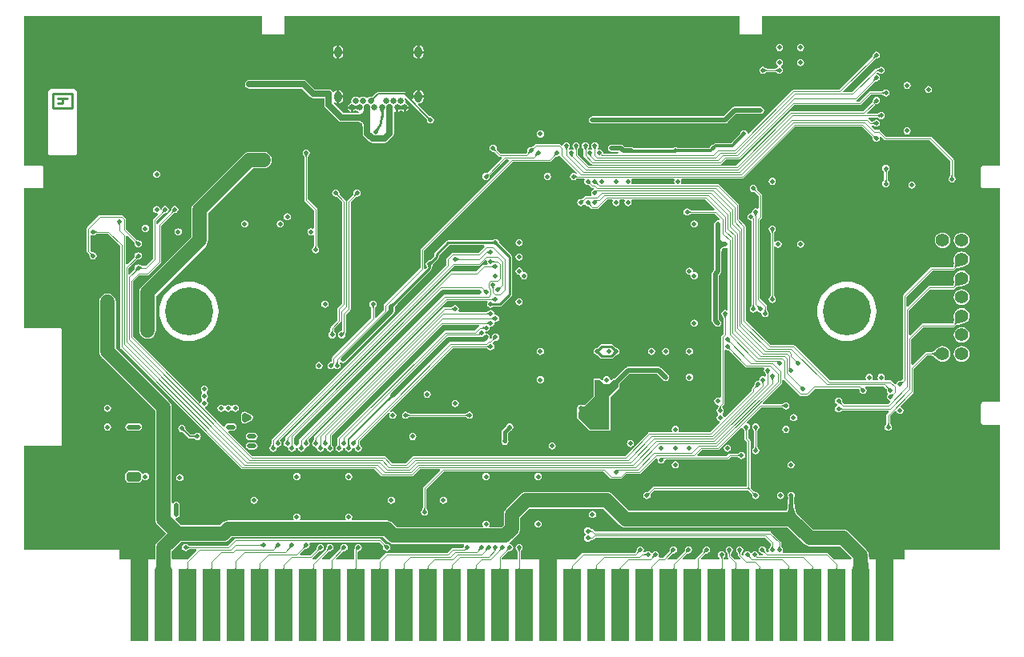
<source format=gbr>
%TF.GenerationSoftware,Altium Limited,Altium Designer,23.10.1 (27)*%
G04 Layer_Physical_Order=4*
G04 Layer_Color=16711680*
%FSLAX45Y45*%
%MOMM*%
%TF.SameCoordinates,E65562DB-48BA-4528-A783-DBC4A45482EB*%
%TF.FilePolarity,Positive*%
%TF.FileFunction,Copper,L4,Bot,Signal*%
%TF.Part,Single*%
G01*
G75*
%TA.AperFunction,Conductor*%
%ADD10C,0.25000*%
%ADD11C,0.20000*%
%ADD12C,0.30000*%
%TA.AperFunction,SMDPad,CuDef*%
%ADD21R,1.90500X7.62000*%
%TA.AperFunction,Conductor*%
%ADD42C,0.12500*%
%ADD43C,0.40000*%
%ADD44C,1.00000*%
%ADD45C,0.50000*%
%ADD47C,0.45000*%
%ADD48C,0.15000*%
%ADD50C,0.12530*%
%TA.AperFunction,NonConductor*%
%ADD54C,0.25000*%
%TA.AperFunction,Conductor*%
%ADD55C,1.50000*%
%TA.AperFunction,WasherPad*%
%ADD57C,5.08000*%
%TA.AperFunction,ComponentPad*%
%ADD58C,0.65000*%
%ADD59O,0.80000X1.20000*%
%ADD60C,1.40000*%
%TA.AperFunction,ViaPad*%
%ADD61C,0.50000*%
%TA.AperFunction,Conductor*%
%ADD62C,0.65000*%
%ADD63C,1.90000*%
G36*
X4156338Y1041463D02*
X3976801D01*
X3968970Y1039905D01*
X3962331Y1035470D01*
X3957896Y1028831D01*
X3956338Y1021000D01*
Y821000D01*
X3957896Y813169D01*
X3962331Y806530D01*
X3968970Y802094D01*
X3976801Y800537D01*
X4156338D01*
Y-1458537D01*
X3976801D01*
X3968970Y-1460095D01*
X3962331Y-1464530D01*
X3957896Y-1471169D01*
X3956338Y-1479000D01*
Y-1679000D01*
X3957896Y-1686831D01*
X3962331Y-1693470D01*
X3968970Y-1697905D01*
X3976801Y-1699463D01*
X4156338D01*
Y-3019537D01*
X3166801D01*
X3158970Y-3021095D01*
X3152332Y-3025530D01*
X3147896Y-3032169D01*
X3146338Y-3040000D01*
Y-3125000D01*
X2772722D01*
X2771672Y-3110549D01*
X2771476Y-3082904D01*
X2771064Y-3081928D01*
X2768199Y-3060171D01*
X2759387Y-3038898D01*
X2745370Y-3020630D01*
X2562370Y-2837630D01*
X2544102Y-2823613D01*
X2522829Y-2814801D01*
X2500000Y-2811795D01*
X2186520D01*
X2013593Y-2638869D01*
X2013465Y-2638449D01*
X2007880Y-2631647D01*
X2003235Y-2623619D01*
X1998861Y-2613235D01*
X1994910Y-2600518D01*
X1991478Y-2585516D01*
X1988668Y-2568559D01*
X1983784Y-2503333D01*
X1983459Y-2477546D01*
X1983070Y-2476639D01*
Y-2467884D01*
X1985261Y-2464604D01*
X1988168Y-2449992D01*
X1985261Y-2435379D01*
X1976984Y-2422992D01*
X1964596Y-2414714D01*
X1949984Y-2411808D01*
X1935372Y-2414714D01*
X1922984Y-2422992D01*
X1914707Y-2435379D01*
X1911800Y-2449992D01*
X1914707Y-2464604D01*
X1916898Y-2467884D01*
Y-2476639D01*
X1916509Y-2477546D01*
X1916181Y-2503563D01*
X1915212Y-2527152D01*
X1911321Y-2568431D01*
X1908490Y-2585517D01*
X1905058Y-2600518D01*
X1901554Y-2611795D01*
X236536Y-2611796D01*
X62370Y-2437630D01*
X44102Y-2423613D01*
X22829Y-2414801D01*
X0Y-2411796D01*
X-850000D01*
X-872829Y-2414801D01*
X-894102Y-2423613D01*
X-912370Y-2437630D01*
X-1062370Y-2587630D01*
X-1076387Y-2605898D01*
X-1085199Y-2627171D01*
X-1088205Y-2650000D01*
Y-2763465D01*
X-1111535Y-2786796D01*
X-1239545D01*
X-1240768Y-2785378D01*
X-1245525Y-2773295D01*
X-1239723Y-2764613D01*
X-1236816Y-2750000D01*
X-1239723Y-2735388D01*
X-1248000Y-2723000D01*
X-1260388Y-2714723D01*
X-1275000Y-2711817D01*
X-1289613Y-2714723D01*
X-1302000Y-2723000D01*
X-1310278Y-2735388D01*
X-1313184Y-2750000D01*
X-1310278Y-2764613D01*
X-1304476Y-2773295D01*
X-1309233Y-2785378D01*
X-1310456Y-2786796D01*
X-2213464D01*
X-2262630Y-2737630D01*
X-2280898Y-2723613D01*
X-2302171Y-2714801D01*
X-2325000Y-2711795D01*
X-2689545D01*
X-2690768Y-2710378D01*
X-2695525Y-2698295D01*
X-2689723Y-2689612D01*
X-2686816Y-2675000D01*
X-2689723Y-2660388D01*
X-2698000Y-2648000D01*
X-2710388Y-2639723D01*
X-2725000Y-2636816D01*
X-2739613Y-2639723D01*
X-2752000Y-2648000D01*
X-2760277Y-2660388D01*
X-2763184Y-2675000D01*
X-2760277Y-2689612D01*
X-2754476Y-2698295D01*
X-2759232Y-2710378D01*
X-2760456Y-2711795D01*
X-3239545D01*
X-3240768Y-2710378D01*
X-3245525Y-2698295D01*
X-3239723Y-2689612D01*
X-3236816Y-2675000D01*
X-3239723Y-2660388D01*
X-3248000Y-2648000D01*
X-3260388Y-2639723D01*
X-3275000Y-2636816D01*
X-3289613Y-2639723D01*
X-3302000Y-2648000D01*
X-3310278Y-2660388D01*
X-3313184Y-2675000D01*
X-3310278Y-2689612D01*
X-3304476Y-2698295D01*
X-3309232Y-2710378D01*
X-3310456Y-2711795D01*
X-4000000D01*
X-4022829Y-2714801D01*
X-4044102Y-2723613D01*
X-4062370Y-2737630D01*
X-4086535Y-2761795D01*
X-4496464D01*
X-4557878Y-2700381D01*
X-4551228Y-2687940D01*
X-4550000Y-2688184D01*
X-4535388Y-2685277D01*
X-4523000Y-2677000D01*
X-4514723Y-2664612D01*
X-4511816Y-2650000D01*
Y-2550000D01*
X-4514723Y-2535388D01*
X-4523000Y-2523000D01*
X-4535388Y-2514723D01*
X-4550000Y-2511816D01*
X-4564612Y-2514723D01*
X-4577000Y-2523000D01*
X-4581295Y-2529428D01*
X-4594795Y-2525333D01*
Y-1517000D01*
X-4597801Y-1494171D01*
X-4606613Y-1472897D01*
X-4620630Y-1454630D01*
X-5186796Y-888464D01*
Y-550000D01*
Y-475000D01*
Y-400000D01*
X-5189801Y-377171D01*
X-5198613Y-355898D01*
X-5212630Y-337631D01*
X-5230898Y-323613D01*
X-5252171Y-314802D01*
X-5275000Y-311796D01*
X-5297829Y-314802D01*
X-5319102Y-323613D01*
X-5337370Y-337631D01*
X-5351388Y-355898D01*
X-5360199Y-377171D01*
X-5363205Y-400000D01*
Y-475000D01*
Y-550000D01*
Y-925000D01*
X-5360199Y-947829D01*
X-5351388Y-969102D01*
X-5337370Y-987370D01*
X-4771205Y-1553535D01*
Y-2700000D01*
X-4768199Y-2722829D01*
X-4759387Y-2744102D01*
X-4745370Y-2762370D01*
X-4657740Y-2850000D01*
X-4745370Y-2937630D01*
X-4759387Y-2955898D01*
X-4768199Y-2977171D01*
X-4771205Y-3000000D01*
Y-3099151D01*
X-4771474Y-3099772D01*
X-4771901Y-3125000D01*
X-5146336D01*
Y-3040000D01*
X-5147893Y-3032169D01*
X-5152329Y-3025530D01*
X-5158968Y-3021095D01*
X-5166799Y-3019537D01*
X-6152736D01*
Y-1920463D01*
X-5775000D01*
X-5767169Y-1918905D01*
X-5760531Y-1914470D01*
X-5756095Y-1907831D01*
X-5754537Y-1900000D01*
Y-700000D01*
X-5756095Y-692169D01*
X-5760531Y-685531D01*
X-5767169Y-681095D01*
X-5775000Y-679537D01*
X-6152736D01*
Y800537D01*
X-5973199D01*
X-5965368Y802094D01*
X-5958729Y806530D01*
X-5954293Y813169D01*
X-5952736Y821000D01*
Y1021000D01*
X-5954293Y1028831D01*
X-5958729Y1035470D01*
X-5965368Y1039905D01*
X-5973199Y1041463D01*
X-6152736D01*
Y2625537D01*
X-3643662D01*
Y2446000D01*
X-3642104Y2438169D01*
X-3637669Y2431530D01*
X-3631030Y2427094D01*
X-3623199Y2425537D01*
X-3423199D01*
X-3415368Y2427094D01*
X-3408729Y2431530D01*
X-3404293Y2438169D01*
X-3402736Y2446000D01*
Y2625537D01*
X1402736D01*
Y2446000D01*
X1404293Y2438169D01*
X1408729Y2431530D01*
X1415368Y2427094D01*
X1423199Y2425537D01*
X1623199D01*
X1631030Y2427094D01*
X1637669Y2431530D01*
X1642104Y2438169D01*
X1643662Y2446000D01*
Y2625537D01*
X4156338D01*
Y1041463D01*
D02*
G37*
G36*
X1970315Y-2503921D02*
X1975274Y-2570166D01*
X1978250Y-2588125D01*
X1981888Y-2604023D01*
X1986186Y-2617859D01*
X1991146Y-2629634D01*
X1996767Y-2639348D01*
X2003050Y-2647000D01*
X1896918D01*
X1903200Y-2639348D01*
X1908822Y-2629634D01*
X1913782Y-2617859D01*
X1918080Y-2604023D01*
X1921718Y-2588125D01*
X1924693Y-2570166D01*
X1928661Y-2528064D01*
X1929653Y-2503921D01*
X1929984Y-2477716D01*
X1969984D01*
X1970315Y-2503921D01*
D02*
G37*
G36*
X-179948Y-2809638D02*
X-175593Y-2813238D01*
X-173437Y-2814700D01*
X-171295Y-2815938D01*
X-169167Y-2816950D01*
X-167052Y-2817738D01*
X-164952Y-2818300D01*
X-162866Y-2818638D01*
X-160794Y-2818750D01*
X-160794Y-2831250D01*
X-162866Y-2831363D01*
X-164952Y-2831700D01*
X-167052Y-2832263D01*
X-169167Y-2833050D01*
X-171295Y-2834063D01*
X-173437Y-2835300D01*
X-175594Y-2836763D01*
X-177764Y-2838450D01*
X-179948Y-2840363D01*
X-182147Y-2842500D01*
X-182146Y-2807500D01*
X-179948Y-2809638D01*
D02*
G37*
G36*
Y-2884638D02*
X-175594Y-2888238D01*
X-173437Y-2889700D01*
X-171295Y-2890938D01*
X-169167Y-2891950D01*
X-167052Y-2892737D01*
X-164952Y-2893300D01*
X-162866Y-2893638D01*
X-160794Y-2893750D01*
Y-2906250D01*
X-162866Y-2906362D01*
X-164952Y-2906700D01*
X-167052Y-2907263D01*
X-169167Y-2908050D01*
X-171295Y-2909063D01*
X-173437Y-2910300D01*
X-175594Y-2911763D01*
X-177764Y-2913450D01*
X-179948Y-2915362D01*
X-182146Y-2917500D01*
Y-2882500D01*
X-179948Y-2884638D01*
D02*
G37*
G36*
X-3642854Y-2992500D02*
X-3645052Y-2990363D01*
X-3649407Y-2986763D01*
X-3651563Y-2985300D01*
X-3653705Y-2984063D01*
X-3655834Y-2983050D01*
X-3657948Y-2982263D01*
X-3660048Y-2981700D01*
X-3662134Y-2981363D01*
X-3664206Y-2981250D01*
Y-2968750D01*
X-3662134Y-2968638D01*
X-3660048Y-2968300D01*
X-3657948Y-2967738D01*
X-3655834Y-2966950D01*
X-3653705Y-2965938D01*
X-3651563Y-2964700D01*
X-3649407Y-2963238D01*
X-3647237Y-2961550D01*
X-3645052Y-2959638D01*
X-3642854Y-2957500D01*
Y-2992500D01*
D02*
G37*
G36*
X-2346759Y-2969243D02*
X-2345045Y-2970480D01*
X-2343162Y-2971567D01*
X-2341110Y-2972505D01*
X-2338889Y-2973294D01*
X-2336500Y-2973934D01*
X-2333941Y-2974425D01*
X-2331213Y-2974766D01*
X-2328316Y-2974958D01*
X-2325250Y-2975001D01*
X-2349999Y-2999750D01*
X-2350042Y-2996684D01*
X-2350575Y-2991059D01*
X-2351066Y-2988500D01*
X-2351706Y-2986111D01*
X-2352495Y-2983890D01*
X-2353433Y-2981838D01*
X-2354520Y-2979955D01*
X-2355757Y-2978241D01*
X-2357142Y-2976697D01*
X-2348303Y-2967858D01*
X-2346759Y-2969243D01*
D02*
G37*
G36*
X-3175250Y-2999999D02*
X-3178316Y-3000042D01*
X-3183941Y-3000576D01*
X-3186500Y-3001066D01*
X-3188890Y-3001706D01*
X-3191110Y-3002495D01*
X-3193162Y-3003433D01*
X-3195045Y-3004520D01*
X-3196759Y-3005757D01*
X-3198304Y-3007143D01*
X-3207143Y-2998304D01*
X-3205757Y-2996759D01*
X-3204520Y-2995045D01*
X-3203433Y-2993162D01*
X-3202495Y-2991110D01*
X-3201706Y-2988890D01*
X-3201066Y-2986500D01*
X-3200576Y-2983941D01*
X-3200234Y-2981213D01*
X-3200042Y-2978316D01*
X-3199999Y-2975250D01*
X-3175250Y-2999999D01*
D02*
G37*
G36*
X-3325250D02*
X-3328316Y-3000042D01*
X-3333941Y-3000576D01*
X-3336500Y-3001066D01*
X-3338890Y-3001706D01*
X-3341110Y-3002495D01*
X-3343162Y-3003433D01*
X-3345045Y-3004520D01*
X-3346759Y-3005757D01*
X-3348304Y-3007143D01*
X-3357143Y-2998304D01*
X-3355757Y-2996759D01*
X-3354520Y-2995045D01*
X-3353433Y-2993162D01*
X-3352495Y-2991110D01*
X-3351706Y-2988890D01*
X-3351066Y-2986500D01*
X-3350576Y-2983941D01*
X-3350234Y-2981213D01*
X-3350042Y-2978316D01*
X-3349999Y-2975250D01*
X-3325250Y-2999999D01*
D02*
G37*
G36*
X-3475250D02*
X-3478316Y-3000042D01*
X-3483941Y-3000576D01*
X-3486500Y-3001066D01*
X-3488890Y-3001706D01*
X-3491110Y-3002495D01*
X-3493162Y-3003433D01*
X-3495045Y-3004520D01*
X-3496759Y-3005757D01*
X-3498304Y-3007143D01*
X-3507143Y-2998304D01*
X-3505757Y-2996759D01*
X-3504520Y-2995045D01*
X-3503433Y-2993162D01*
X-3502495Y-2991110D01*
X-3501706Y-2988890D01*
X-3501066Y-2986500D01*
X-3500576Y-2983941D01*
X-3500234Y-2981213D01*
X-3500042Y-2978316D01*
X-3499999Y-2975250D01*
X-3475250Y-2999999D01*
D02*
G37*
G36*
X1831362Y-2987866D02*
X1831700Y-2989952D01*
X1832263Y-2992052D01*
X1833050Y-2994166D01*
X1834062Y-2996295D01*
X1835300Y-2998437D01*
X1836762Y-3000593D01*
X1838450Y-3002764D01*
X1840362Y-3004948D01*
X1842500Y-3007146D01*
X1807500D01*
X1809637Y-3004948D01*
X1813237Y-3000593D01*
X1814700Y-2998437D01*
X1815937Y-2996295D01*
X1816950Y-2994166D01*
X1817737Y-2992052D01*
X1818300Y-2989952D01*
X1818637Y-2987866D01*
X1818750Y-2985794D01*
X1831250D01*
X1831362Y-2987866D01*
D02*
G37*
G36*
X1756363D02*
X1756700Y-2989952D01*
X1757263Y-2992052D01*
X1758050Y-2994166D01*
X1759063Y-2996295D01*
X1760300Y-2998437D01*
X1761763Y-3000593D01*
X1763450Y-3002764D01*
X1765362Y-3004948D01*
X1767500Y-3007146D01*
X1732500D01*
X1734638Y-3004948D01*
X1738238Y-3000593D01*
X1739700Y-2998437D01*
X1740938Y-2996295D01*
X1741950Y-2994166D01*
X1742737Y-2992052D01*
X1743300Y-2989952D01*
X1743638Y-2987866D01*
X1743750Y-2985794D01*
X1756250D01*
X1756363Y-2987866D01*
D02*
G37*
G36*
X-4429948Y-2984638D02*
X-4425594Y-2988238D01*
X-4423437Y-2989700D01*
X-4421295Y-2990938D01*
X-4419167Y-2991950D01*
X-4417053Y-2992737D01*
X-4414952Y-2993300D01*
X-4412866Y-2993638D01*
X-4410794Y-2993750D01*
Y-3006250D01*
X-4412866Y-3006363D01*
X-4414952Y-3006700D01*
X-4417053Y-3007263D01*
X-4419167Y-3008050D01*
X-4421295Y-3009063D01*
X-4423437Y-3010300D01*
X-4425594Y-3011763D01*
X-4427764Y-3013450D01*
X-4429948Y-3015363D01*
X-4432147Y-3017500D01*
Y-2982500D01*
X-4429948Y-2984638D01*
D02*
G37*
G36*
X-1481934Y-3024019D02*
X-1483222Y-3023741D01*
X-1484527Y-3023644D01*
X-1485850Y-3023730D01*
X-1487189Y-3023996D01*
X-1488545Y-3024446D01*
X-1489918Y-3025077D01*
X-1491308Y-3025890D01*
X-1492716Y-3026884D01*
X-1494140Y-3028061D01*
X-1495581Y-3029419D01*
X-1504419Y-3020581D01*
X-1503061Y-3019140D01*
X-1501884Y-3017716D01*
X-1500890Y-3016308D01*
X-1500077Y-3014918D01*
X-1499446Y-3013545D01*
X-1498996Y-3012189D01*
X-1498730Y-3010850D01*
X-1498644Y-3009527D01*
X-1498741Y-3008222D01*
X-1499019Y-3006934D01*
X-1481934Y-3024019D01*
D02*
G37*
G36*
X-2630063Y-3024482D02*
X-2631807Y-3024215D01*
X-2633529Y-3024139D01*
X-2635232Y-3024255D01*
X-2636914Y-3024562D01*
X-2638576Y-3025060D01*
X-2640217Y-3025749D01*
X-2641839Y-3026630D01*
X-2643440Y-3027702D01*
X-2645020Y-3028965D01*
X-2646581Y-3030419D01*
X-2655419Y-3021581D01*
X-2653965Y-3020020D01*
X-2652702Y-3018440D01*
X-2651630Y-3016839D01*
X-2650749Y-3015217D01*
X-2650060Y-3013576D01*
X-2649562Y-3011914D01*
X-2649255Y-3010232D01*
X-2649139Y-3008529D01*
X-2649215Y-3006807D01*
X-2649482Y-3005063D01*
X-2630063Y-3024482D01*
D02*
G37*
G36*
X-1025250Y-3024999D02*
X-1028316Y-3025042D01*
X-1033941Y-3025576D01*
X-1036500Y-3026066D01*
X-1038890Y-3026706D01*
X-1041110Y-3027495D01*
X-1043162Y-3028433D01*
X-1045045Y-3029520D01*
X-1046759Y-3030757D01*
X-1048304Y-3032143D01*
X-1057143Y-3023304D01*
X-1055757Y-3021759D01*
X-1054520Y-3020045D01*
X-1053433Y-3018162D01*
X-1052495Y-3016110D01*
X-1051706Y-3013890D01*
X-1051066Y-3011500D01*
X-1050576Y-3008941D01*
X-1050234Y-3006213D01*
X-1050042Y-3003316D01*
X-1049999Y-3000250D01*
X-1025250Y-3024999D01*
D02*
G37*
G36*
X-1100250D02*
X-1103316Y-3025042D01*
X-1108941Y-3025576D01*
X-1111500Y-3026066D01*
X-1113890Y-3026706D01*
X-1116110Y-3027495D01*
X-1118162Y-3028433D01*
X-1120045Y-3029520D01*
X-1121759Y-3030757D01*
X-1123304Y-3032143D01*
X-1132143Y-3023304D01*
X-1130757Y-3021759D01*
X-1129520Y-3020045D01*
X-1128433Y-3018162D01*
X-1127495Y-3016110D01*
X-1126706Y-3013890D01*
X-1126066Y-3011500D01*
X-1125576Y-3008941D01*
X-1125234Y-3006213D01*
X-1125042Y-3003316D01*
X-1124999Y-3000250D01*
X-1100250Y-3024999D01*
D02*
G37*
G36*
X-1250250D02*
X-1253316Y-3025042D01*
X-1258941Y-3025576D01*
X-1261500Y-3026066D01*
X-1263890Y-3026706D01*
X-1266110Y-3027495D01*
X-1268162Y-3028433D01*
X-1270045Y-3029520D01*
X-1271759Y-3030757D01*
X-1273304Y-3032143D01*
X-1282142Y-3023304D01*
X-1280757Y-3021759D01*
X-1279520Y-3020045D01*
X-1278433Y-3018162D01*
X-1277495Y-3016110D01*
X-1276706Y-3013890D01*
X-1276066Y-3011500D01*
X-1275576Y-3008941D01*
X-1275234Y-3006213D01*
X-1275042Y-3003316D01*
X-1274999Y-3000250D01*
X-1250250Y-3024999D01*
D02*
G37*
G36*
X-1325250D02*
X-1328316Y-3025042D01*
X-1333941Y-3025576D01*
X-1336500Y-3026066D01*
X-1338890Y-3026706D01*
X-1341110Y-3027495D01*
X-1343162Y-3028433D01*
X-1345045Y-3029520D01*
X-1346759Y-3030757D01*
X-1348304Y-3032143D01*
X-1357143Y-3023304D01*
X-1355757Y-3021759D01*
X-1354520Y-3020045D01*
X-1353433Y-3018162D01*
X-1352495Y-3016110D01*
X-1351706Y-3013890D01*
X-1351066Y-3011500D01*
X-1350576Y-3008941D01*
X-1350234Y-3006213D01*
X-1350042Y-3003316D01*
X-1349999Y-3000250D01*
X-1325250Y-3024999D01*
D02*
G37*
G36*
X-2775250D02*
X-2778316Y-3025042D01*
X-2783941Y-3025576D01*
X-2786500Y-3026066D01*
X-2788890Y-3026706D01*
X-2791110Y-3027495D01*
X-2793162Y-3028433D01*
X-2795045Y-3029520D01*
X-2796759Y-3030757D01*
X-2798304Y-3032143D01*
X-2807142Y-3023304D01*
X-2805757Y-3021759D01*
X-2804520Y-3020045D01*
X-2803433Y-3018162D01*
X-2802495Y-3016110D01*
X-2801706Y-3013890D01*
X-2801066Y-3011500D01*
X-2800576Y-3008941D01*
X-2800234Y-3006213D01*
X-2800042Y-3003316D01*
X-2799999Y-3000250D01*
X-2775250Y-3024999D01*
D02*
G37*
G36*
X-2925250D02*
X-2928316Y-3025042D01*
X-2933941Y-3025576D01*
X-2936500Y-3026066D01*
X-2938889Y-3026706D01*
X-2941110Y-3027495D01*
X-2943162Y-3028433D01*
X-2945045Y-3029520D01*
X-2946759Y-3030757D01*
X-2948303Y-3032143D01*
X-2957142Y-3023304D01*
X-2955757Y-3021759D01*
X-2954520Y-3020045D01*
X-2953433Y-3018162D01*
X-2952495Y-3016110D01*
X-2951706Y-3013890D01*
X-2951066Y-3011500D01*
X-2950576Y-3008941D01*
X-2950234Y-3006213D01*
X-2950042Y-3003316D01*
X-2949999Y-3000250D01*
X-2925250Y-3024999D01*
D02*
G37*
G36*
X-3025250D02*
X-3028316Y-3025042D01*
X-3033941Y-3025576D01*
X-3036500Y-3026066D01*
X-3038890Y-3026706D01*
X-3041110Y-3027495D01*
X-3043162Y-3028433D01*
X-3045045Y-3029520D01*
X-3046759Y-3030757D01*
X-3048304Y-3032143D01*
X-3057142Y-3023304D01*
X-3055757Y-3021759D01*
X-3054520Y-3020045D01*
X-3053433Y-3018162D01*
X-3052495Y-3016110D01*
X-3051706Y-3013890D01*
X-3051066Y-3011500D01*
X-3050576Y-3008941D01*
X-3050234Y-3006213D01*
X-3050042Y-3003316D01*
X-3049999Y-3000250D01*
X-3025250Y-3024999D01*
D02*
G37*
G36*
X-2312370Y-2937370D02*
X-2294102Y-2951388D01*
X-2272829Y-2960199D01*
X-2250000Y-2963205D01*
X-1510456D01*
X-1509232Y-2964622D01*
X-1504476Y-2976705D01*
X-1510277Y-2985388D01*
X-1513184Y-3000000D01*
X-1525768Y-3005934D01*
X-1625000D01*
X-1632297Y-3007385D01*
X-1638482Y-3011518D01*
X-1682898Y-3055934D01*
X-2325000D01*
X-2332297Y-3057385D01*
X-2338482Y-3061518D01*
X-2401964Y-3125000D01*
X-2631934D01*
Y-3050431D01*
X-2631913Y-3050294D01*
X-2625000Y-3038184D01*
X-2610388Y-3035277D01*
X-2598000Y-3027000D01*
X-2589723Y-3014612D01*
X-2586816Y-3000000D01*
X-2589723Y-2985388D01*
X-2598000Y-2973000D01*
X-2610388Y-2964723D01*
X-2625000Y-2961816D01*
X-2639612Y-2964723D01*
X-2652000Y-2973000D01*
X-2660277Y-2985388D01*
X-2663184Y-3000000D01*
X-2662430Y-3003789D01*
X-2662958Y-3005063D01*
X-2662546Y-3006058D01*
X-2662803Y-3007103D01*
X-2662646Y-3008127D01*
X-2662635Y-3008369D01*
X-2662648Y-3008560D01*
X-2662685Y-3008761D01*
X-2662763Y-3009020D01*
X-2662912Y-3009377D01*
X-2663175Y-3009860D01*
X-2663583Y-3010470D01*
X-2664172Y-3011207D01*
X-2665277Y-3012392D01*
X-2666393Y-3015378D01*
X-2668615Y-3018704D01*
X-2670066Y-3026000D01*
Y-3125000D01*
X-2855398D01*
X-2860564Y-3112527D01*
X-2790702Y-3042666D01*
X-2789305Y-3042174D01*
X-2788293Y-3041266D01*
X-2787716Y-3040849D01*
X-2786977Y-3040423D01*
X-2786044Y-3039996D01*
X-2784884Y-3039584D01*
X-2783484Y-3039209D01*
X-2782033Y-3038931D01*
X-2777584Y-3038509D01*
X-2775060Y-3038473D01*
X-2773863Y-3037958D01*
X-2760388Y-3035277D01*
X-2748000Y-3027000D01*
X-2739723Y-3014612D01*
X-2736816Y-3000000D01*
X-2739723Y-2985388D01*
X-2748000Y-2973000D01*
X-2760388Y-2964723D01*
X-2775000Y-2961816D01*
X-2789612Y-2964723D01*
X-2802000Y-2973000D01*
X-2810277Y-2985388D01*
X-2812958Y-2998863D01*
X-2813473Y-3000060D01*
X-2813512Y-3002774D01*
X-2813655Y-3004933D01*
X-2813893Y-3006834D01*
X-2814209Y-3008484D01*
X-2814584Y-3009885D01*
X-2814996Y-3011044D01*
X-2815422Y-3011975D01*
X-2815849Y-3012716D01*
X-2816266Y-3013293D01*
X-2817174Y-3014305D01*
X-2817666Y-3015702D01*
X-2918482Y-3116518D01*
X-2922615Y-3122704D01*
X-2923072Y-3125000D01*
X-3005398D01*
X-3010564Y-3112527D01*
X-2940702Y-3042666D01*
X-2939305Y-3042174D01*
X-2938293Y-3041266D01*
X-2937715Y-3040849D01*
X-2936977Y-3040423D01*
X-2936044Y-3039996D01*
X-2934884Y-3039584D01*
X-2933484Y-3039209D01*
X-2932033Y-3038931D01*
X-2927584Y-3038509D01*
X-2925060Y-3038473D01*
X-2923863Y-3037958D01*
X-2910388Y-3035277D01*
X-2898000Y-3027000D01*
X-2889723Y-3014612D01*
X-2886816Y-3000000D01*
X-2889723Y-2985388D01*
X-2898000Y-2973000D01*
X-2910388Y-2964723D01*
X-2925000Y-2961816D01*
X-2939612Y-2964723D01*
X-2952000Y-2973000D01*
X-2960277Y-2985388D01*
X-2962958Y-2998863D01*
X-2963473Y-3000060D01*
X-2963511Y-3002774D01*
X-2963655Y-3004933D01*
X-2963893Y-3006834D01*
X-2964209Y-3008484D01*
X-2964584Y-3009885D01*
X-2964996Y-3011044D01*
X-2965422Y-3011975D01*
X-2965849Y-3012716D01*
X-2966266Y-3013293D01*
X-2967174Y-3014305D01*
X-2967666Y-3015702D01*
X-3076964Y-3125000D01*
X-3104457D01*
X-3107899Y-3119385D01*
X-3109536Y-3111500D01*
X-3040702Y-3042666D01*
X-3039305Y-3042174D01*
X-3038293Y-3041266D01*
X-3037716Y-3040849D01*
X-3036977Y-3040423D01*
X-3036044Y-3039996D01*
X-3034884Y-3039584D01*
X-3033484Y-3039209D01*
X-3032033Y-3038931D01*
X-3027584Y-3038509D01*
X-3025060Y-3038473D01*
X-3023863Y-3037958D01*
X-3010388Y-3035277D01*
X-2998000Y-3027000D01*
X-2989723Y-3014612D01*
X-2986816Y-3000000D01*
X-2989723Y-2985388D01*
X-2998000Y-2973000D01*
X-3010388Y-2964723D01*
X-3025000Y-2961816D01*
X-3039612Y-2964723D01*
X-3052000Y-2973000D01*
X-3060277Y-2985388D01*
X-3062958Y-2998863D01*
X-3063473Y-3000060D01*
X-3063512Y-3002774D01*
X-3063655Y-3004933D01*
X-3063893Y-3006834D01*
X-3064209Y-3008484D01*
X-3064584Y-3009885D01*
X-3064996Y-3011044D01*
X-3065422Y-3011975D01*
X-3065849Y-3012716D01*
X-3066266Y-3013293D01*
X-3067174Y-3014305D01*
X-3067666Y-3015702D01*
X-3132897Y-3080934D01*
X-3236332D01*
X-3241498Y-3068461D01*
X-3190702Y-3017666D01*
X-3189305Y-3017174D01*
X-3188293Y-3016266D01*
X-3187716Y-3015849D01*
X-3186977Y-3015423D01*
X-3186044Y-3014996D01*
X-3184884Y-3014584D01*
X-3183484Y-3014209D01*
X-3182034Y-3013931D01*
X-3177584Y-3013509D01*
X-3175060Y-3013474D01*
X-3173863Y-3012958D01*
X-3160388Y-3010277D01*
X-3148000Y-3002000D01*
X-3139723Y-2989613D01*
X-3136816Y-2975000D01*
X-3139723Y-2960388D01*
X-3141608Y-2957566D01*
X-3134392Y-2944066D01*
X-2407897D01*
X-2367666Y-2984298D01*
X-2367174Y-2985695D01*
X-2366266Y-2986708D01*
X-2365849Y-2987285D01*
X-2365423Y-2988023D01*
X-2364996Y-2988956D01*
X-2364584Y-2990116D01*
X-2364209Y-2991516D01*
X-2363931Y-2992967D01*
X-2363509Y-2997416D01*
X-2363473Y-2999940D01*
X-2362958Y-3001137D01*
X-2360277Y-3014612D01*
X-2352000Y-3027000D01*
X-2339612Y-3035277D01*
X-2325000Y-3038184D01*
X-2310388Y-3035277D01*
X-2298000Y-3027000D01*
X-2289723Y-3014612D01*
X-2286816Y-3000000D01*
X-2289723Y-2985388D01*
X-2298000Y-2973000D01*
X-2310388Y-2964723D01*
X-2323863Y-2962042D01*
X-2325060Y-2961527D01*
X-2327773Y-2961489D01*
X-2329933Y-2961345D01*
X-2331834Y-2961107D01*
X-2333484Y-2960791D01*
X-2334885Y-2960416D01*
X-2336044Y-2960004D01*
X-2336975Y-2959578D01*
X-2337715Y-2959151D01*
X-2338293Y-2958734D01*
X-2339305Y-2957826D01*
X-2340702Y-2957334D01*
X-2386518Y-2911518D01*
X-2392704Y-2907385D01*
X-2400000Y-2905934D01*
X-3925000D01*
X-3932296Y-2907385D01*
X-3938482Y-2911518D01*
X-4007897Y-2980934D01*
X-4408728D01*
X-4410063Y-2980294D01*
X-4411420Y-2980220D01*
X-4412126Y-2980106D01*
X-4412948Y-2979886D01*
X-4413910Y-2979528D01*
X-4415019Y-2979000D01*
X-4416277Y-2978274D01*
X-4417500Y-2977444D01*
X-4420943Y-2974598D01*
X-4422752Y-2972839D01*
X-4423964Y-2972357D01*
X-4435388Y-2964723D01*
X-4450000Y-2961816D01*
X-4464613Y-2964723D01*
X-4477000Y-2973000D01*
X-4485278Y-2985388D01*
X-4488184Y-3000000D01*
X-4485278Y-3014612D01*
X-4477000Y-3027000D01*
X-4464613Y-3035277D01*
X-4450000Y-3038184D01*
X-4435388Y-3035277D01*
X-4423964Y-3027644D01*
X-4422752Y-3027162D01*
X-4420807Y-3025271D01*
X-4419182Y-3023848D01*
X-4417667Y-3022670D01*
X-4416275Y-3021726D01*
X-4415019Y-3021000D01*
X-4413910Y-3020472D01*
X-4412948Y-3020114D01*
X-4412127Y-3019894D01*
X-4411420Y-3019780D01*
X-4410063Y-3019706D01*
X-4408728Y-3019066D01*
X-4338669D01*
X-4333503Y-3031539D01*
X-4426964Y-3125000D01*
X-4594286D01*
X-4594328Y-3124358D01*
X-4594524Y-3099892D01*
X-4594795Y-3099252D01*
Y-3036535D01*
X-4496464Y-2938204D01*
X-4050000D01*
X-4027171Y-2935199D01*
X-4005897Y-2926387D01*
X-3987630Y-2912370D01*
X-3963465Y-2888205D01*
X-2361535D01*
X-2312370Y-2937370D01*
D02*
G37*
G36*
X-909638Y-3020052D02*
X-913238Y-3024407D01*
X-914700Y-3026563D01*
X-915938Y-3028705D01*
X-916950Y-3030834D01*
X-917738Y-3032948D01*
X-918300Y-3035048D01*
X-918638Y-3037134D01*
X-918750Y-3039206D01*
X-931250D01*
X-931363Y-3037134D01*
X-931700Y-3035048D01*
X-932263Y-3032948D01*
X-933050Y-3030834D01*
X-934063Y-3028705D01*
X-935300Y-3026563D01*
X-936763Y-3024407D01*
X-938450Y-3022237D01*
X-940363Y-3020052D01*
X-942500Y-3017854D01*
X-907500D01*
X-909638Y-3020052D01*
D02*
G37*
G36*
X-1160214Y-3020159D02*
X-1161171Y-3020905D01*
X-1165561Y-3024798D01*
X-1181187Y-3040026D01*
X-1193249Y-3034410D01*
X-1191670Y-3032673D01*
X-1190425Y-3030954D01*
X-1189514Y-3029253D01*
X-1188938Y-3027570D01*
X-1188696Y-3025905D01*
X-1188788Y-3024259D01*
X-1189215Y-3022630D01*
X-1189976Y-3021020D01*
X-1191071Y-3019428D01*
X-1192500Y-3017854D01*
X-1160214Y-3020159D01*
D02*
G37*
G36*
X1670042Y-3028316D02*
X1670576Y-3033941D01*
X1671066Y-3036499D01*
X1671706Y-3038889D01*
X1672495Y-3041110D01*
X1673433Y-3043162D01*
X1674520Y-3045045D01*
X1675757Y-3046758D01*
X1677142Y-3048303D01*
X1668303Y-3057142D01*
X1666759Y-3055756D01*
X1665045Y-3054520D01*
X1663162Y-3053433D01*
X1661110Y-3052495D01*
X1658889Y-3051706D01*
X1656500Y-3051066D01*
X1653941Y-3050575D01*
X1651213Y-3050234D01*
X1648316Y-3050042D01*
X1645250Y-3049998D01*
X1669999Y-3025250D01*
X1670042Y-3028316D01*
D02*
G37*
G36*
X1054750Y-3049998D02*
X1051684Y-3050042D01*
X1046059Y-3050575D01*
X1043500Y-3051066D01*
X1041110Y-3051706D01*
X1038890Y-3052495D01*
X1036838Y-3053433D01*
X1034955Y-3054520D01*
X1033241Y-3055756D01*
X1031696Y-3057142D01*
X1022857Y-3048303D01*
X1024243Y-3046758D01*
X1025480Y-3045045D01*
X1026567Y-3043162D01*
X1027505Y-3041110D01*
X1028294Y-3038889D01*
X1028934Y-3036499D01*
X1029424Y-3033941D01*
X1029766Y-3031213D01*
X1029958Y-3028316D01*
X1030001Y-3025250D01*
X1054750Y-3049998D01*
D02*
G37*
G36*
X864750D02*
X861684Y-3050042D01*
X856059Y-3050575D01*
X853500Y-3051066D01*
X851110Y-3051706D01*
X848890Y-3052495D01*
X846838Y-3053433D01*
X844955Y-3054520D01*
X843241Y-3055756D01*
X841696Y-3057142D01*
X832857Y-3048303D01*
X834243Y-3046758D01*
X835480Y-3045045D01*
X836567Y-3043162D01*
X837505Y-3041110D01*
X838294Y-3038889D01*
X838934Y-3036499D01*
X839424Y-3033941D01*
X839766Y-3031213D01*
X839958Y-3028316D01*
X840001Y-3025250D01*
X864750Y-3049998D01*
D02*
G37*
G36*
X704750D02*
X701684Y-3050042D01*
X696059Y-3050575D01*
X693500Y-3051066D01*
X691110Y-3051706D01*
X688890Y-3052495D01*
X686838Y-3053433D01*
X684955Y-3054520D01*
X683241Y-3055756D01*
X681696Y-3057142D01*
X672857Y-3048303D01*
X674243Y-3046758D01*
X675480Y-3045045D01*
X676567Y-3043162D01*
X677505Y-3041110D01*
X678294Y-3038889D01*
X678934Y-3036499D01*
X679424Y-3033941D01*
X679766Y-3031213D01*
X679958Y-3028316D01*
X680001Y-3025250D01*
X704750Y-3049998D01*
D02*
G37*
G36*
X354750D02*
X351684Y-3050042D01*
X346059Y-3050575D01*
X343500Y-3051066D01*
X341111Y-3051706D01*
X338890Y-3052495D01*
X336838Y-3053433D01*
X334955Y-3054520D01*
X333241Y-3055756D01*
X331697Y-3057142D01*
X322858Y-3048303D01*
X324243Y-3046758D01*
X325480Y-3045045D01*
X326567Y-3043162D01*
X327505Y-3041110D01*
X328294Y-3038889D01*
X328934Y-3036499D01*
X329425Y-3033941D01*
X329766Y-3031213D01*
X329958Y-3028316D01*
X330001Y-3025250D01*
X354750Y-3049998D01*
D02*
G37*
G36*
X1420362Y-3045052D02*
X1416762Y-3049406D01*
X1415300Y-3051563D01*
X1414062Y-3053705D01*
X1413050Y-3055833D01*
X1412263Y-3057947D01*
X1411700Y-3060048D01*
X1411362Y-3062134D01*
X1411250Y-3064206D01*
X1398750D01*
X1398638Y-3062134D01*
X1398300Y-3060048D01*
X1397737Y-3057947D01*
X1396950Y-3055833D01*
X1395938Y-3053705D01*
X1394700Y-3051563D01*
X1393237Y-3049406D01*
X1391550Y-3047236D01*
X1389638Y-3045052D01*
X1387500Y-3042853D01*
X1422500D01*
X1420362Y-3045052D01*
D02*
G37*
G36*
X1310362D02*
X1306762Y-3049406D01*
X1305300Y-3051563D01*
X1304062Y-3053705D01*
X1303050Y-3055833D01*
X1302263Y-3057947D01*
X1301700Y-3060048D01*
X1301362Y-3062134D01*
X1301250Y-3064206D01*
X1288750D01*
X1288638Y-3062134D01*
X1288300Y-3060048D01*
X1287737Y-3057947D01*
X1286950Y-3055833D01*
X1285937Y-3053705D01*
X1284700Y-3051563D01*
X1283237Y-3049406D01*
X1281550Y-3047236D01*
X1279638Y-3045052D01*
X1277500Y-3042853D01*
X1312500D01*
X1310362Y-3045052D01*
D02*
G37*
G36*
X417146Y-3092500D02*
X414948Y-3090362D01*
X410594Y-3086762D01*
X408437Y-3085300D01*
X406295Y-3084062D01*
X404167Y-3083050D01*
X402053Y-3082262D01*
X399952Y-3081700D01*
X397866Y-3081362D01*
X395794Y-3081250D01*
Y-3068750D01*
X397866Y-3068637D01*
X399952Y-3068300D01*
X402053Y-3067737D01*
X404167Y-3066950D01*
X406295Y-3065937D01*
X408437Y-3064700D01*
X410594Y-3063237D01*
X412764Y-3061550D01*
X414948Y-3059637D01*
X417146Y-3057500D01*
Y-3092500D01*
D02*
G37*
G36*
X1588741Y-3083221D02*
X1588644Y-3084527D01*
X1588729Y-3085849D01*
X1588997Y-3087189D01*
X1589446Y-3088545D01*
X1590077Y-3089918D01*
X1590889Y-3091308D01*
X1591884Y-3092715D01*
X1593061Y-3094140D01*
X1594419Y-3095581D01*
X1585581Y-3104419D01*
X1584140Y-3103061D01*
X1582715Y-3101884D01*
X1581308Y-3100889D01*
X1579918Y-3100077D01*
X1578545Y-3099446D01*
X1577189Y-3098997D01*
X1575849Y-3098729D01*
X1574527Y-3098644D01*
X1573221Y-3098741D01*
X1571933Y-3099019D01*
X1589019Y-3081933D01*
X1588741Y-3083221D01*
D02*
G37*
G36*
X1510042Y-3078316D02*
X1510576Y-3083940D01*
X1511066Y-3086499D01*
X1511706Y-3088889D01*
X1512495Y-3091110D01*
X1513433Y-3093162D01*
X1514520Y-3095045D01*
X1515757Y-3096758D01*
X1517143Y-3098303D01*
X1508304Y-3107142D01*
X1506759Y-3105756D01*
X1505045Y-3104520D01*
X1503162Y-3103433D01*
X1501110Y-3102494D01*
X1498890Y-3101706D01*
X1496500Y-3101066D01*
X1493941Y-3100575D01*
X1491213Y-3100234D01*
X1488316Y-3100042D01*
X1485250Y-3099998D01*
X1509999Y-3075250D01*
X1510042Y-3078316D01*
D02*
G37*
G36*
X514750Y-3099998D02*
X511684Y-3100042D01*
X506059Y-3100575D01*
X503500Y-3101066D01*
X501111Y-3101706D01*
X498890Y-3102494D01*
X496838Y-3103433D01*
X494955Y-3104520D01*
X493241Y-3105756D01*
X491697Y-3107142D01*
X482858Y-3098303D01*
X484243Y-3096758D01*
X485480Y-3095045D01*
X486567Y-3093162D01*
X487505Y-3091110D01*
X488294Y-3088889D01*
X488934Y-3086499D01*
X489424Y-3083940D01*
X489766Y-3081213D01*
X489958Y-3078316D01*
X490001Y-3075250D01*
X514750Y-3099998D01*
D02*
G37*
G36*
X1230362Y-3095052D02*
X1226762Y-3099406D01*
X1225300Y-3101563D01*
X1224062Y-3103705D01*
X1223050Y-3105833D01*
X1222262Y-3107947D01*
X1221700Y-3110048D01*
X1221362Y-3112134D01*
X1221250Y-3114206D01*
X1208750D01*
X1208637Y-3112134D01*
X1208300Y-3110048D01*
X1207737Y-3107947D01*
X1206950Y-3105833D01*
X1205937Y-3103705D01*
X1204700Y-3101563D01*
X1203237Y-3099406D01*
X1201550Y-3097236D01*
X1199637Y-3095052D01*
X1197500Y-3092853D01*
X1232500D01*
X1230362Y-3095052D01*
D02*
G37*
G36*
X137630Y-2762370D02*
X155898Y-2776388D01*
X177171Y-2785199D01*
X200000Y-2788205D01*
X1913449Y-2788204D01*
X2087614Y-2962370D01*
X2105882Y-2976387D01*
X2127155Y-2985199D01*
X2149984Y-2988205D01*
X2463465D01*
X2586760Y-3111500D01*
X2581168Y-3125000D01*
X2401963D01*
X2338482Y-3061518D01*
X2332296Y-3057385D01*
X2325000Y-3055934D01*
X1865608D01*
X1858392Y-3042434D01*
X1860277Y-3039612D01*
X1863184Y-3025000D01*
X1860277Y-3010388D01*
X1852644Y-2998964D01*
X1852162Y-2997752D01*
X1850273Y-2995809D01*
X1848848Y-2994182D01*
X1847670Y-2992667D01*
X1846726Y-2991275D01*
X1846000Y-2990019D01*
X1845472Y-2988910D01*
X1845114Y-2987948D01*
X1844894Y-2987126D01*
X1844780Y-2986420D01*
X1844706Y-2985065D01*
X1844066Y-2983729D01*
Y-2950000D01*
X1842615Y-2942704D01*
X1838482Y-2936518D01*
X1738481Y-2836518D01*
X1732296Y-2832385D01*
X1725000Y-2830934D01*
X-117102D01*
X-136518Y-2811518D01*
X-142703Y-2807385D01*
X-150000Y-2805934D01*
X-158728D01*
X-160063Y-2805294D01*
X-161420Y-2805220D01*
X-162126Y-2805106D01*
X-162948Y-2804886D01*
X-163910Y-2804528D01*
X-165019Y-2804000D01*
X-166277Y-2803274D01*
X-167498Y-2802445D01*
X-170943Y-2799597D01*
X-172752Y-2797839D01*
X-173963Y-2797357D01*
X-185388Y-2789723D01*
X-200000Y-2786816D01*
X-214612Y-2789723D01*
X-227000Y-2798000D01*
X-235277Y-2810388D01*
X-238184Y-2825000D01*
X-235277Y-2839612D01*
X-227000Y-2852000D01*
X-223436Y-2854382D01*
Y-2870618D01*
X-227000Y-2873000D01*
X-235277Y-2885388D01*
X-238184Y-2900000D01*
X-235277Y-2914612D01*
X-227000Y-2927000D01*
X-214612Y-2935277D01*
X-200000Y-2938184D01*
X-185388Y-2935277D01*
X-173964Y-2927644D01*
X-172753Y-2927162D01*
X-170809Y-2925273D01*
X-169182Y-2923848D01*
X-167667Y-2922670D01*
X-166275Y-2921726D01*
X-165019Y-2921000D01*
X-163910Y-2920472D01*
X-162948Y-2920114D01*
X-162126Y-2919894D01*
X-161420Y-2919780D01*
X-160065Y-2919706D01*
X-158729Y-2919066D01*
X-150000D01*
X-142704Y-2917615D01*
X-136518Y-2913482D01*
X-117103Y-2894066D01*
X1667102D01*
X1730934Y-2957898D01*
Y-2983728D01*
X1730294Y-2985063D01*
X1730220Y-2986420D01*
X1730106Y-2987126D01*
X1729886Y-2987948D01*
X1729528Y-2988909D01*
X1729000Y-2990019D01*
X1728274Y-2991276D01*
X1727444Y-2992500D01*
X1724598Y-2995943D01*
X1722839Y-2997752D01*
X1722356Y-2998964D01*
X1714723Y-3010388D01*
X1711816Y-3025000D01*
X1713957Y-3035765D01*
X1707671Y-3046882D01*
X1705109Y-3049524D01*
X1697400Y-3050437D01*
X1687666Y-3040702D01*
X1687174Y-3039305D01*
X1686266Y-3038292D01*
X1685849Y-3037715D01*
X1685423Y-3036977D01*
X1684996Y-3036044D01*
X1684584Y-3034884D01*
X1684209Y-3033483D01*
X1683931Y-3032033D01*
X1683509Y-3027583D01*
X1683473Y-3025060D01*
X1682958Y-3023863D01*
X1680277Y-3010387D01*
X1672000Y-2998000D01*
X1659612Y-2989722D01*
X1645000Y-2986816D01*
X1630388Y-2989722D01*
X1618000Y-2998000D01*
X1609723Y-3010387D01*
X1606816Y-3025000D01*
X1609723Y-3039612D01*
X1618000Y-3052000D01*
X1630388Y-3060277D01*
X1643863Y-3062958D01*
X1645060Y-3063473D01*
X1647773Y-3063511D01*
X1649932Y-3063655D01*
X1652921Y-3067434D01*
X1648764Y-3078975D01*
X1645701Y-3080934D01*
X1615768D01*
X1603184Y-3074999D01*
X1600277Y-3060387D01*
X1592000Y-3048000D01*
X1579612Y-3039722D01*
X1565000Y-3036816D01*
X1550388Y-3039722D01*
X1538000Y-3048000D01*
X1532500Y-3056230D01*
X1531371Y-3056614D01*
X1518629D01*
X1517500Y-3056230D01*
X1512000Y-3048000D01*
X1499612Y-3039722D01*
X1485000Y-3036816D01*
X1470388Y-3039722D01*
X1458000Y-3048000D01*
X1449723Y-3060387D01*
X1446816Y-3075000D01*
X1447005Y-3075949D01*
X1434563Y-3082600D01*
X1424066Y-3072103D01*
Y-3066272D01*
X1424706Y-3064937D01*
X1424780Y-3063580D01*
X1424894Y-3062874D01*
X1425114Y-3062052D01*
X1425472Y-3061090D01*
X1426000Y-3059981D01*
X1426726Y-3058723D01*
X1427556Y-3057500D01*
X1430403Y-3054057D01*
X1432161Y-3052248D01*
X1432644Y-3051036D01*
X1440277Y-3039612D01*
X1443184Y-3025000D01*
X1440277Y-3010387D01*
X1432000Y-2998000D01*
X1419612Y-2989722D01*
X1405000Y-2986816D01*
X1390388Y-2989722D01*
X1378000Y-2998000D01*
X1369723Y-3010387D01*
X1366816Y-3025000D01*
X1369723Y-3039612D01*
X1377356Y-3051036D01*
X1377838Y-3052248D01*
X1379730Y-3054193D01*
X1381152Y-3055818D01*
X1382330Y-3057333D01*
X1383274Y-3058725D01*
X1384000Y-3059981D01*
X1384528Y-3061090D01*
X1384886Y-3062052D01*
X1385106Y-3062873D01*
X1385220Y-3063580D01*
X1385294Y-3064937D01*
X1385934Y-3066272D01*
Y-3080000D01*
X1387385Y-3087296D01*
X1391518Y-3093482D01*
X1410564Y-3112527D01*
X1405397Y-3125000D01*
X1351964D01*
X1314066Y-3087103D01*
Y-3066271D01*
X1314706Y-3064935D01*
X1314780Y-3063580D01*
X1314894Y-3062874D01*
X1315114Y-3062052D01*
X1315472Y-3061090D01*
X1316000Y-3059981D01*
X1316726Y-3058723D01*
X1317556Y-3057500D01*
X1320403Y-3054056D01*
X1322162Y-3052247D01*
X1322643Y-3051037D01*
X1330277Y-3039612D01*
X1333184Y-3025000D01*
X1330277Y-3010387D01*
X1322000Y-2998000D01*
X1309612Y-2989722D01*
X1295000Y-2986816D01*
X1280388Y-2989722D01*
X1268000Y-2998000D01*
X1259723Y-3010387D01*
X1256816Y-3025000D01*
X1259723Y-3039612D01*
X1267356Y-3051036D01*
X1267838Y-3052247D01*
X1269727Y-3054190D01*
X1271152Y-3055818D01*
X1272330Y-3057333D01*
X1273274Y-3058725D01*
X1274000Y-3059981D01*
X1274528Y-3061090D01*
X1274886Y-3062052D01*
X1275106Y-3062873D01*
X1275220Y-3063580D01*
X1275294Y-3064935D01*
X1275934Y-3066271D01*
Y-3095000D01*
X1277385Y-3102297D01*
X1281518Y-3108482D01*
X1285564Y-3112527D01*
X1280397Y-3125000D01*
X1243681D01*
X1235945Y-3115075D01*
X1235782Y-3114732D01*
X1235114Y-3112052D01*
X1235472Y-3111090D01*
X1236000Y-3109981D01*
X1236726Y-3108723D01*
X1237556Y-3107500D01*
X1240402Y-3104057D01*
X1242161Y-3102248D01*
X1242643Y-3101036D01*
X1250277Y-3089612D01*
X1253184Y-3075000D01*
X1250277Y-3060387D01*
X1242000Y-3048000D01*
X1229612Y-3039722D01*
X1215000Y-3036816D01*
X1200387Y-3039722D01*
X1188000Y-3048000D01*
X1179723Y-3060387D01*
X1176816Y-3075000D01*
X1179723Y-3089612D01*
X1187356Y-3101036D01*
X1187838Y-3102248D01*
X1189729Y-3104193D01*
X1191152Y-3105818D01*
X1192330Y-3107333D01*
X1193274Y-3108725D01*
X1194000Y-3109981D01*
X1194527Y-3111090D01*
X1194886Y-3112052D01*
X1194219Y-3114730D01*
X1194054Y-3115076D01*
X1186319Y-3125000D01*
X999602D01*
X994436Y-3112527D01*
X1039298Y-3067665D01*
X1040695Y-3067173D01*
X1041707Y-3066265D01*
X1042284Y-3065849D01*
X1043023Y-3065423D01*
X1043956Y-3064996D01*
X1045116Y-3064584D01*
X1046516Y-3064209D01*
X1047967Y-3063931D01*
X1052416Y-3063509D01*
X1054940Y-3063473D01*
X1056137Y-3062958D01*
X1069612Y-3060277D01*
X1082000Y-3052000D01*
X1090277Y-3039612D01*
X1093184Y-3025000D01*
X1090277Y-3010387D01*
X1082000Y-2998000D01*
X1069612Y-2989722D01*
X1055000Y-2986816D01*
X1040388Y-2989722D01*
X1028000Y-2998000D01*
X1019723Y-3010387D01*
X1017042Y-3023863D01*
X1016527Y-3025060D01*
X1016488Y-3027773D01*
X1016345Y-3029932D01*
X1016107Y-3031834D01*
X1015791Y-3033484D01*
X1015416Y-3034885D01*
X1015004Y-3036044D01*
X1014578Y-3036975D01*
X1014151Y-3037715D01*
X1013734Y-3038292D01*
X1012826Y-3039305D01*
X1012334Y-3040702D01*
X948319Y-3104717D01*
X944186Y-3110902D01*
X942735Y-3118199D01*
Y-3125000D01*
X809602D01*
X804436Y-3112527D01*
X849298Y-3067665D01*
X850695Y-3067173D01*
X851707Y-3066265D01*
X852284Y-3065849D01*
X853023Y-3065423D01*
X853956Y-3064996D01*
X855116Y-3064584D01*
X856516Y-3064209D01*
X857967Y-3063931D01*
X862416Y-3063509D01*
X864940Y-3063473D01*
X866137Y-3062958D01*
X879612Y-3060277D01*
X892000Y-3052000D01*
X900277Y-3039612D01*
X903184Y-3025000D01*
X900277Y-3010387D01*
X892000Y-2998000D01*
X879612Y-2989722D01*
X865000Y-2986816D01*
X850387Y-2989722D01*
X838000Y-2998000D01*
X829722Y-3010387D01*
X827042Y-3023863D01*
X826526Y-3025060D01*
X826488Y-3027773D01*
X826345Y-3029932D01*
X826107Y-3031834D01*
X825791Y-3033484D01*
X825416Y-3034885D01*
X825004Y-3036044D01*
X824578Y-3036975D01*
X824150Y-3037715D01*
X823734Y-3038292D01*
X822826Y-3039305D01*
X822334Y-3040702D01*
X738036Y-3125000D01*
X649602D01*
X644436Y-3112527D01*
X689298Y-3067665D01*
X690695Y-3067173D01*
X691707Y-3066265D01*
X692284Y-3065849D01*
X693023Y-3065423D01*
X693956Y-3064996D01*
X695116Y-3064584D01*
X696516Y-3064209D01*
X697967Y-3063931D01*
X702416Y-3063509D01*
X704940Y-3063473D01*
X706137Y-3062958D01*
X719612Y-3060277D01*
X732000Y-3052000D01*
X740277Y-3039612D01*
X743184Y-3025000D01*
X740277Y-3010387D01*
X732000Y-2998000D01*
X719612Y-2989722D01*
X705000Y-2986816D01*
X690387Y-2989722D01*
X678000Y-2998000D01*
X669723Y-3010387D01*
X667042Y-3023863D01*
X666526Y-3025060D01*
X666488Y-3027773D01*
X666345Y-3029932D01*
X666107Y-3031834D01*
X665791Y-3033484D01*
X665416Y-3034885D01*
X665004Y-3036044D01*
X664578Y-3036975D01*
X664151Y-3037715D01*
X663734Y-3038292D01*
X662826Y-3039305D01*
X662334Y-3040702D01*
X597102Y-3105934D01*
X555608D01*
X548317Y-3094223D01*
X548119Y-3092843D01*
X550277Y-3089612D01*
X553184Y-3075000D01*
X550277Y-3060387D01*
X542000Y-3048000D01*
X529612Y-3039722D01*
X515000Y-3036816D01*
X500388Y-3039722D01*
X488000Y-3048000D01*
X482500Y-3056230D01*
X481371Y-3056614D01*
X468629D01*
X467500Y-3056230D01*
X462000Y-3048000D01*
X449613Y-3039722D01*
X435000Y-3036816D01*
X420388Y-3039722D01*
X408964Y-3047356D01*
X407752Y-3047838D01*
X405807Y-3049729D01*
X404313Y-3051037D01*
X402782Y-3050845D01*
X399370Y-3050099D01*
X390277Y-3039612D01*
X393184Y-3025000D01*
X390277Y-3010387D01*
X382000Y-2998000D01*
X369612Y-2989722D01*
X355000Y-2986816D01*
X340388Y-2989722D01*
X328000Y-2998000D01*
X319723Y-3010387D01*
X317042Y-3023863D01*
X316527Y-3025060D01*
X316489Y-3027773D01*
X316345Y-3029932D01*
X316107Y-3031834D01*
X315791Y-3033484D01*
X315416Y-3034885D01*
X315004Y-3036044D01*
X314578Y-3036975D01*
X314151Y-3037715D01*
X313734Y-3038292D01*
X312826Y-3039305D01*
X312334Y-3040702D01*
X297102Y-3055934D01*
X-250000D01*
X-257297Y-3057385D01*
X-263482Y-3061518D01*
X-326964Y-3125000D01*
X-905934D01*
Y-3041271D01*
X-905294Y-3039935D01*
X-905220Y-3038580D01*
X-905106Y-3037874D01*
X-904886Y-3037052D01*
X-904528Y-3036091D01*
X-904000Y-3034981D01*
X-903274Y-3033724D01*
X-902444Y-3032500D01*
X-899597Y-3029057D01*
X-897838Y-3027248D01*
X-897357Y-3026037D01*
X-889723Y-3014612D01*
X-886816Y-3000000D01*
X-889723Y-2985388D01*
X-898000Y-2973000D01*
X-910388Y-2964723D01*
X-925000Y-2961816D01*
X-939613Y-2964723D01*
X-952000Y-2973000D01*
X-960277Y-2985388D01*
X-963184Y-3000000D01*
X-960277Y-3014612D01*
X-952644Y-3026036D01*
X-952162Y-3027248D01*
X-950273Y-3029191D01*
X-948848Y-3030818D01*
X-947670Y-3032333D01*
X-946726Y-3033725D01*
X-946000Y-3034981D01*
X-945473Y-3036090D01*
X-945114Y-3037052D01*
X-944894Y-3037874D01*
X-944780Y-3038580D01*
X-944707Y-3039935D01*
X-944066Y-3041271D01*
Y-3125000D01*
X-1107934D01*
Y-3109897D01*
X-1040702Y-3042665D01*
X-1039305Y-3042174D01*
X-1038293Y-3041266D01*
X-1037716Y-3040849D01*
X-1036977Y-3040423D01*
X-1036044Y-3039996D01*
X-1034884Y-3039584D01*
X-1033484Y-3039209D01*
X-1032033Y-3038931D01*
X-1027584Y-3038509D01*
X-1025060Y-3038473D01*
X-1023863Y-3037958D01*
X-1010388Y-3035277D01*
X-998000Y-3027000D01*
X-989723Y-3014612D01*
X-986816Y-3000000D01*
X-989723Y-2985388D01*
X-998000Y-2973000D01*
X-1010388Y-2964723D01*
X-1023065Y-2962201D01*
X-1026023Y-2955994D01*
X-1027315Y-2948639D01*
X-1012630Y-2937370D01*
X-937630Y-2862370D01*
X-923613Y-2844103D01*
X-914801Y-2822829D01*
X-911795Y-2800000D01*
Y-2686535D01*
X-813465Y-2588205D01*
X-36535D01*
X137630Y-2762370D01*
D02*
G37*
G36*
X2758199Y-3111083D02*
X2765180Y-3207156D01*
X2767773Y-3217502D01*
X2770765Y-3224893D01*
X2774155Y-3229327D01*
X2777945Y-3230805D01*
X2588055D01*
X2591844Y-3229327D01*
X2595235Y-3224893D01*
X2598227Y-3217502D01*
X2600820Y-3207156D01*
X2603014Y-3193854D01*
X2604809Y-3177595D01*
X2607800Y-3111083D01*
X2608000Y-3083000D01*
X2758000D01*
X2758199Y-3111083D01*
D02*
G37*
G36*
X-4607801Y-3124853D02*
X-4603014Y-3198104D01*
X-4600820Y-3209876D01*
X-4598227Y-3219032D01*
X-4595235Y-3225573D01*
X-4591845Y-3229497D01*
X-4588055Y-3230805D01*
X-4777945D01*
X-4774156Y-3229497D01*
X-4770765Y-3225573D01*
X-4767773Y-3219032D01*
X-4765180Y-3209876D01*
X-4762986Y-3198104D01*
X-4761191Y-3183715D01*
X-4758798Y-3147090D01*
X-4758000Y-3100000D01*
X-4608000D01*
X-4607801Y-3124853D01*
D02*
G37*
G36*
X2435313Y-3220738D02*
X2435500Y-3222915D01*
X2435813Y-3224835D01*
X2436250Y-3226500D01*
X2436812Y-3227908D01*
X2437500Y-3229061D01*
X2438313Y-3229957D01*
X2439250Y-3230597D01*
X2440313Y-3230982D01*
X2441500Y-3231110D01*
X2416500D01*
X2417687Y-3230982D01*
X2418750Y-3230597D01*
X2419687Y-3229957D01*
X2420500Y-3229061D01*
X2421187Y-3227908D01*
X2421750Y-3226500D01*
X2422187Y-3224835D01*
X2422500Y-3222915D01*
X2422687Y-3220738D01*
X2422750Y-3218305D01*
X2435250D01*
X2435313Y-3220738D01*
D02*
G37*
G36*
X2181313D02*
X2181500Y-3222915D01*
X2181813Y-3224835D01*
X2182250Y-3226500D01*
X2182812Y-3227908D01*
X2183500Y-3229061D01*
X2184313Y-3229957D01*
X2185250Y-3230597D01*
X2186313Y-3230982D01*
X2187500Y-3231110D01*
X2162500D01*
X2163687Y-3230982D01*
X2164750Y-3230597D01*
X2165687Y-3229957D01*
X2166500Y-3229061D01*
X2167187Y-3227908D01*
X2167750Y-3226500D01*
X2168187Y-3224835D01*
X2168500Y-3222915D01*
X2168687Y-3220738D01*
X2168750Y-3218305D01*
X2181250D01*
X2181313Y-3220738D01*
D02*
G37*
G36*
X1927313D02*
X1927500Y-3222915D01*
X1927813Y-3224835D01*
X1928250Y-3226500D01*
X1928813Y-3227908D01*
X1929500Y-3229061D01*
X1930313Y-3229957D01*
X1931250Y-3230597D01*
X1932313Y-3230982D01*
X1933500Y-3231110D01*
X1908500D01*
X1909687Y-3230982D01*
X1910750Y-3230597D01*
X1911687Y-3229957D01*
X1912500Y-3229061D01*
X1913187Y-3227908D01*
X1913750Y-3226500D01*
X1914187Y-3224835D01*
X1914500Y-3222915D01*
X1914687Y-3220738D01*
X1914750Y-3218305D01*
X1927250D01*
X1927313Y-3220738D01*
D02*
G37*
G36*
X1618114D02*
X1618301Y-3222915D01*
X1618613Y-3224835D01*
X1619051Y-3226500D01*
X1619613Y-3227908D01*
X1620301Y-3229061D01*
X1621114Y-3229957D01*
X1622051Y-3230597D01*
X1623114Y-3230982D01*
X1624301Y-3231110D01*
X1599301D01*
X1600488Y-3230982D01*
X1601551Y-3230597D01*
X1602488Y-3229957D01*
X1603301Y-3229061D01*
X1603988Y-3227908D01*
X1604551Y-3226500D01*
X1604988Y-3224835D01*
X1605301Y-3222915D01*
X1605488Y-3220738D01*
X1605551Y-3218305D01*
X1618051D01*
X1618114Y-3220738D01*
D02*
G37*
G36*
X1368114D02*
X1368301Y-3222915D01*
X1368613Y-3224835D01*
X1369051Y-3226500D01*
X1369613Y-3227908D01*
X1370301Y-3229061D01*
X1371114Y-3229957D01*
X1372051Y-3230597D01*
X1373114Y-3230982D01*
X1374301Y-3231110D01*
X1349301D01*
X1350488Y-3230982D01*
X1351551Y-3230597D01*
X1352488Y-3229957D01*
X1353301Y-3229061D01*
X1353988Y-3227908D01*
X1354551Y-3226500D01*
X1354988Y-3224835D01*
X1355301Y-3222915D01*
X1355488Y-3220738D01*
X1355551Y-3218305D01*
X1368051D01*
X1368114Y-3220738D01*
D02*
G37*
G36*
X1221313D02*
X1221500Y-3222915D01*
X1221812Y-3224835D01*
X1222250Y-3226500D01*
X1222812Y-3227908D01*
X1223500Y-3229061D01*
X1224313Y-3229957D01*
X1225250Y-3230597D01*
X1226313Y-3230982D01*
X1227500Y-3231110D01*
X1202500D01*
X1203687Y-3230982D01*
X1204750Y-3230597D01*
X1205687Y-3229957D01*
X1206500Y-3229061D01*
X1207187Y-3227908D01*
X1207750Y-3226500D01*
X1208187Y-3224835D01*
X1208500Y-3222915D01*
X1208687Y-3220738D01*
X1208750Y-3218305D01*
X1221250D01*
X1221313Y-3220738D01*
D02*
G37*
G36*
X968114D02*
X968301Y-3222915D01*
X968614Y-3224835D01*
X969051Y-3226500D01*
X969614Y-3227908D01*
X970301Y-3229061D01*
X971114Y-3229957D01*
X972051Y-3230597D01*
X973114Y-3230982D01*
X974301Y-3231110D01*
X949301D01*
X950488Y-3230982D01*
X951551Y-3230597D01*
X952488Y-3229957D01*
X953301Y-3229061D01*
X953988Y-3227908D01*
X954551Y-3226500D01*
X954988Y-3224835D01*
X955301Y-3222915D01*
X955488Y-3220738D01*
X955551Y-3218305D01*
X968051D01*
X968114Y-3220738D01*
D02*
G37*
G36*
X718114D02*
X718301Y-3222915D01*
X718613Y-3224835D01*
X719051Y-3226500D01*
X719613Y-3227908D01*
X720301Y-3229061D01*
X721114Y-3229957D01*
X722051Y-3230597D01*
X723114Y-3230982D01*
X724301Y-3231110D01*
X699301D01*
X700488Y-3230982D01*
X701551Y-3230597D01*
X702488Y-3229957D01*
X703301Y-3229061D01*
X703988Y-3227908D01*
X704551Y-3226500D01*
X704988Y-3224835D01*
X705301Y-3222915D01*
X705488Y-3220738D01*
X705551Y-3218305D01*
X718051D01*
X718114Y-3220738D01*
D02*
G37*
G36*
X481313D02*
X481500Y-3222915D01*
X481813Y-3224835D01*
X482250Y-3226500D01*
X482813Y-3227908D01*
X483500Y-3229061D01*
X484313Y-3229957D01*
X485250Y-3230597D01*
X486313Y-3230982D01*
X487500Y-3231110D01*
X462500D01*
X463687Y-3230982D01*
X464750Y-3230597D01*
X465687Y-3229957D01*
X466500Y-3229061D01*
X467188Y-3227908D01*
X467750Y-3226500D01*
X468188Y-3224835D01*
X468500Y-3222915D01*
X468687Y-3220738D01*
X468750Y-3218305D01*
X481250D01*
X481313Y-3220738D01*
D02*
G37*
G36*
X149313D02*
X149500Y-3222915D01*
X149813Y-3224835D01*
X150250Y-3226500D01*
X150812Y-3227908D01*
X151500Y-3229061D01*
X152313Y-3229957D01*
X153250Y-3230597D01*
X154313Y-3230982D01*
X155500Y-3231110D01*
X130500D01*
X131687Y-3230982D01*
X132750Y-3230597D01*
X133687Y-3229957D01*
X134500Y-3229061D01*
X135187Y-3227908D01*
X135750Y-3226500D01*
X136187Y-3224835D01*
X136500Y-3222915D01*
X136687Y-3220738D01*
X136750Y-3218305D01*
X149250D01*
X149313Y-3220738D01*
D02*
G37*
G36*
X-104687D02*
X-104500Y-3222915D01*
X-104187Y-3224835D01*
X-103750Y-3226500D01*
X-103188Y-3227908D01*
X-102500Y-3229061D01*
X-101687Y-3229957D01*
X-100750Y-3230597D01*
X-99687Y-3230982D01*
X-98500Y-3231110D01*
X-123500D01*
X-122313Y-3230982D01*
X-121250Y-3230597D01*
X-120313Y-3229957D01*
X-119500Y-3229061D01*
X-118813Y-3227908D01*
X-118250Y-3226500D01*
X-117813Y-3224835D01*
X-117500Y-3222915D01*
X-117313Y-3220738D01*
X-117250Y-3218305D01*
X-104750D01*
X-104687Y-3220738D01*
D02*
G37*
G36*
X-358687D02*
X-358500Y-3222915D01*
X-358187Y-3224835D01*
X-357750Y-3226500D01*
X-357187Y-3227908D01*
X-356500Y-3229061D01*
X-355687Y-3229957D01*
X-354750Y-3230597D01*
X-353687Y-3230982D01*
X-352500Y-3231110D01*
X-377500D01*
X-376313Y-3230982D01*
X-375250Y-3230597D01*
X-374313Y-3229957D01*
X-373500Y-3229061D01*
X-372813Y-3227908D01*
X-372250Y-3226500D01*
X-371813Y-3224835D01*
X-371500Y-3222915D01*
X-371313Y-3220738D01*
X-371250Y-3218305D01*
X-358750D01*
X-358687Y-3220738D01*
D02*
G37*
G36*
X-918688D02*
X-918500Y-3222915D01*
X-918188Y-3224835D01*
X-917750Y-3226500D01*
X-917188Y-3227908D01*
X-916500Y-3229061D01*
X-915688Y-3229957D01*
X-914750Y-3230597D01*
X-913688Y-3230982D01*
X-912500Y-3231110D01*
X-937500D01*
X-936313Y-3230982D01*
X-935250Y-3230597D01*
X-934313Y-3229957D01*
X-933500Y-3229061D01*
X-932813Y-3227908D01*
X-932250Y-3226500D01*
X-931813Y-3224835D01*
X-931500Y-3222915D01*
X-931313Y-3220738D01*
X-931250Y-3218305D01*
X-918750D01*
X-918688Y-3220738D01*
D02*
G37*
G36*
X-1120687D02*
X-1120500Y-3222915D01*
X-1120187Y-3224835D01*
X-1119750Y-3226500D01*
X-1119187Y-3227908D01*
X-1118500Y-3229061D01*
X-1117687Y-3229957D01*
X-1116750Y-3230597D01*
X-1115687Y-3230982D01*
X-1114500Y-3231110D01*
X-1139500D01*
X-1138313Y-3230982D01*
X-1137250Y-3230597D01*
X-1136313Y-3229957D01*
X-1135500Y-3229061D01*
X-1134813Y-3227908D01*
X-1134250Y-3226500D01*
X-1133813Y-3224835D01*
X-1133500Y-3222915D01*
X-1133313Y-3220738D01*
X-1133250Y-3218305D01*
X-1120750D01*
X-1120687Y-3220738D01*
D02*
G37*
G36*
X-1374687D02*
X-1374500Y-3222915D01*
X-1374187Y-3224835D01*
X-1373750Y-3226500D01*
X-1373188Y-3227908D01*
X-1372500Y-3229061D01*
X-1371687Y-3229957D01*
X-1370750Y-3230597D01*
X-1369687Y-3230982D01*
X-1368500Y-3231110D01*
X-1393500D01*
X-1392313Y-3230982D01*
X-1391250Y-3230597D01*
X-1390313Y-3229957D01*
X-1389500Y-3229061D01*
X-1388813Y-3227908D01*
X-1388250Y-3226500D01*
X-1387813Y-3224835D01*
X-1387500Y-3222915D01*
X-1387313Y-3220738D01*
X-1387250Y-3218305D01*
X-1374750D01*
X-1374687Y-3220738D01*
D02*
G37*
G36*
X-1628687D02*
X-1628500Y-3222915D01*
X-1628187Y-3224835D01*
X-1627750Y-3226500D01*
X-1627188Y-3227908D01*
X-1626500Y-3229061D01*
X-1625687Y-3229957D01*
X-1624750Y-3230597D01*
X-1623687Y-3230982D01*
X-1622500Y-3231110D01*
X-1647500D01*
X-1646313Y-3230982D01*
X-1645250Y-3230597D01*
X-1644313Y-3229957D01*
X-1643500Y-3229061D01*
X-1642813Y-3227908D01*
X-1642250Y-3226500D01*
X-1641813Y-3224835D01*
X-1641500Y-3222915D01*
X-1641313Y-3220738D01*
X-1641250Y-3218305D01*
X-1628750D01*
X-1628687Y-3220738D01*
D02*
G37*
G36*
X-1882687D02*
X-1882500Y-3222915D01*
X-1882187Y-3224835D01*
X-1881750Y-3226500D01*
X-1881188Y-3227908D01*
X-1880500Y-3229061D01*
X-1879687Y-3229957D01*
X-1878750Y-3230597D01*
X-1877687Y-3230982D01*
X-1876500Y-3231110D01*
X-1901500D01*
X-1900313Y-3230982D01*
X-1899250Y-3230597D01*
X-1898313Y-3229957D01*
X-1897500Y-3229061D01*
X-1896813Y-3227908D01*
X-1896250Y-3226500D01*
X-1895813Y-3224835D01*
X-1895500Y-3222915D01*
X-1895313Y-3220738D01*
X-1895250Y-3218305D01*
X-1882750D01*
X-1882687Y-3220738D01*
D02*
G37*
G36*
X-2136687D02*
X-2136500Y-3222915D01*
X-2136187Y-3224835D01*
X-2135750Y-3226500D01*
X-2135187Y-3227908D01*
X-2134500Y-3229061D01*
X-2133687Y-3229957D01*
X-2132750Y-3230597D01*
X-2131687Y-3230982D01*
X-2130500Y-3231110D01*
X-2155500D01*
X-2154313Y-3230982D01*
X-2153250Y-3230597D01*
X-2152313Y-3229957D01*
X-2151500Y-3229061D01*
X-2150813Y-3227908D01*
X-2150250Y-3226500D01*
X-2149813Y-3224835D01*
X-2149500Y-3222915D01*
X-2149313Y-3220738D01*
X-2149250Y-3218305D01*
X-2136750D01*
X-2136687Y-3220738D01*
D02*
G37*
G36*
X-2390687D02*
X-2390500Y-3222915D01*
X-2390187Y-3224835D01*
X-2389750Y-3226500D01*
X-2389187Y-3227908D01*
X-2388500Y-3229061D01*
X-2387687Y-3229957D01*
X-2386750Y-3230597D01*
X-2385687Y-3230982D01*
X-2384500Y-3231110D01*
X-2409500D01*
X-2408313Y-3230982D01*
X-2407250Y-3230597D01*
X-2406313Y-3229957D01*
X-2405500Y-3229061D01*
X-2404813Y-3227908D01*
X-2404250Y-3226500D01*
X-2403813Y-3224835D01*
X-2403500Y-3222915D01*
X-2403313Y-3220738D01*
X-2403250Y-3218305D01*
X-2390750D01*
X-2390687Y-3220738D01*
D02*
G37*
G36*
X-2644687D02*
X-2644500Y-3222915D01*
X-2644187Y-3224835D01*
X-2643750Y-3226500D01*
X-2643188Y-3227908D01*
X-2642500Y-3229061D01*
X-2641687Y-3229957D01*
X-2640750Y-3230597D01*
X-2639687Y-3230982D01*
X-2638500Y-3231110D01*
X-2663500D01*
X-2662313Y-3230982D01*
X-2661250Y-3230597D01*
X-2660313Y-3229957D01*
X-2659500Y-3229061D01*
X-2658813Y-3227908D01*
X-2658250Y-3226500D01*
X-2657813Y-3224835D01*
X-2657500Y-3222915D01*
X-2657313Y-3220738D01*
X-2657250Y-3218305D01*
X-2644750D01*
X-2644687Y-3220738D01*
D02*
G37*
G36*
X-2898687D02*
X-2898500Y-3222915D01*
X-2898187Y-3224835D01*
X-2897750Y-3226500D01*
X-2897188Y-3227908D01*
X-2896500Y-3229061D01*
X-2895687Y-3229957D01*
X-2894750Y-3230597D01*
X-2893687Y-3230982D01*
X-2892500Y-3231110D01*
X-2917500D01*
X-2916313Y-3230982D01*
X-2915250Y-3230597D01*
X-2914313Y-3229957D01*
X-2913500Y-3229061D01*
X-2912813Y-3227908D01*
X-2912250Y-3226500D01*
X-2911813Y-3224835D01*
X-2911500Y-3222915D01*
X-2911313Y-3220738D01*
X-2911250Y-3218305D01*
X-2898750D01*
X-2898687Y-3220738D01*
D02*
G37*
G36*
X-3093687D02*
X-3093500Y-3222915D01*
X-3093187Y-3224835D01*
X-3092750Y-3226500D01*
X-3092187Y-3227908D01*
X-3091500Y-3229061D01*
X-3090687Y-3229957D01*
X-3089750Y-3230597D01*
X-3088687Y-3230982D01*
X-3087500Y-3231110D01*
X-3112500D01*
X-3111313Y-3230982D01*
X-3110250Y-3230597D01*
X-3109313Y-3229957D01*
X-3108500Y-3229061D01*
X-3107812Y-3227908D01*
X-3107250Y-3226500D01*
X-3106812Y-3224835D01*
X-3106500Y-3222915D01*
X-3106313Y-3220738D01*
X-3106250Y-3218305D01*
X-3093750D01*
X-3093687Y-3220738D01*
D02*
G37*
G36*
X-3406687D02*
X-3406500Y-3222915D01*
X-3406187Y-3224835D01*
X-3405750Y-3226500D01*
X-3405188Y-3227908D01*
X-3404500Y-3229061D01*
X-3403687Y-3229957D01*
X-3402750Y-3230597D01*
X-3401687Y-3230982D01*
X-3400500Y-3231110D01*
X-3425500D01*
X-3424313Y-3230982D01*
X-3423250Y-3230597D01*
X-3422313Y-3229957D01*
X-3421500Y-3229061D01*
X-3420813Y-3227908D01*
X-3420250Y-3226500D01*
X-3419813Y-3224835D01*
X-3419500Y-3222915D01*
X-3419313Y-3220738D01*
X-3419250Y-3218305D01*
X-3406750D01*
X-3406687Y-3220738D01*
D02*
G37*
G36*
X-3660687D02*
X-3660500Y-3222915D01*
X-3660187Y-3224835D01*
X-3659750Y-3226500D01*
X-3659188Y-3227908D01*
X-3658500Y-3229061D01*
X-3657687Y-3229957D01*
X-3656750Y-3230597D01*
X-3655687Y-3230982D01*
X-3654500Y-3231110D01*
X-3679500D01*
X-3678313Y-3230982D01*
X-3677250Y-3230597D01*
X-3676313Y-3229957D01*
X-3675500Y-3229061D01*
X-3674813Y-3227908D01*
X-3674250Y-3226500D01*
X-3673813Y-3224835D01*
X-3673500Y-3222915D01*
X-3673313Y-3220738D01*
X-3673250Y-3218305D01*
X-3660750D01*
X-3660687Y-3220738D01*
D02*
G37*
G36*
X-3914687D02*
X-3914500Y-3222915D01*
X-3914187Y-3224835D01*
X-3913750Y-3226500D01*
X-3913188Y-3227908D01*
X-3912500Y-3229061D01*
X-3911687Y-3229957D01*
X-3910750Y-3230597D01*
X-3909687Y-3230982D01*
X-3908500Y-3231110D01*
X-3933500D01*
X-3932313Y-3230982D01*
X-3931250Y-3230597D01*
X-3930313Y-3229957D01*
X-3929500Y-3229061D01*
X-3928813Y-3227908D01*
X-3928250Y-3226500D01*
X-3927813Y-3224835D01*
X-3927500Y-3222915D01*
X-3927313Y-3220738D01*
X-3927250Y-3218305D01*
X-3914750D01*
X-3914687Y-3220738D01*
D02*
G37*
G36*
X-4168687D02*
X-4168500Y-3222915D01*
X-4168187Y-3224835D01*
X-4167750Y-3226500D01*
X-4167188Y-3227908D01*
X-4166500Y-3229061D01*
X-4165687Y-3229957D01*
X-4164750Y-3230597D01*
X-4163687Y-3230982D01*
X-4162500Y-3231110D01*
X-4187500D01*
X-4186313Y-3230982D01*
X-4185250Y-3230597D01*
X-4184313Y-3229957D01*
X-4183500Y-3229061D01*
X-4182813Y-3227908D01*
X-4182250Y-3226500D01*
X-4181813Y-3224835D01*
X-4181500Y-3222915D01*
X-4181313Y-3220738D01*
X-4181250Y-3218305D01*
X-4168750D01*
X-4168687Y-3220738D01*
D02*
G37*
G36*
X-4422687D02*
X-4422500Y-3222915D01*
X-4422187Y-3224835D01*
X-4421750Y-3226500D01*
X-4421187Y-3227908D01*
X-4420500Y-3229061D01*
X-4419687Y-3229957D01*
X-4418750Y-3230597D01*
X-4417687Y-3230982D01*
X-4416500Y-3231110D01*
X-4441500D01*
X-4440313Y-3230982D01*
X-4439250Y-3230597D01*
X-4438313Y-3229957D01*
X-4437500Y-3229061D01*
X-4436813Y-3227908D01*
X-4436250Y-3226500D01*
X-4435813Y-3224835D01*
X-4435500Y-3222915D01*
X-4435313Y-3220738D01*
X-4435250Y-3218305D01*
X-4422750D01*
X-4422687Y-3220738D01*
D02*
G37*
%LPC*%
G36*
X-2825699Y2313542D02*
Y2255000D01*
X-2784670D01*
Y2262500D01*
X-2788745Y2282984D01*
X-2800348Y2300350D01*
X-2817714Y2311954D01*
X-2825699Y2313542D01*
D02*
G37*
G36*
X-1975700D02*
Y2255000D01*
X-1934671D01*
Y2262500D01*
X-1938745Y2282984D01*
X-1950349Y2300350D01*
X-1967715Y2311954D01*
X-1975700Y2313542D01*
D02*
G37*
G36*
X-2850699D02*
X-2858683Y2311954D01*
X-2876049Y2300350D01*
X-2887653Y2282984D01*
X-2891727Y2262500D01*
Y2255000D01*
X-2850699D01*
Y2313542D01*
D02*
G37*
G36*
X-2000699D02*
X-2008683Y2311954D01*
X-2026049Y2300350D01*
X-2037653Y2282984D01*
X-2041727Y2262500D01*
Y2255000D01*
X-2000699D01*
Y2313542D01*
D02*
G37*
G36*
X2050000Y2328184D02*
X2035388Y2325277D01*
X2023000Y2317000D01*
X2014723Y2304612D01*
X2011816Y2290000D01*
X2014723Y2275388D01*
X2023000Y2263000D01*
X2035388Y2254723D01*
X2050000Y2251816D01*
X2064613Y2254723D01*
X2077000Y2263000D01*
X2085278Y2275388D01*
X2088184Y2290000D01*
X2085278Y2304612D01*
X2077000Y2317000D01*
X2064613Y2325277D01*
X2050000Y2328184D01*
D02*
G37*
G36*
X1825000Y2328152D02*
X1810388Y2325245D01*
X1798000Y2316968D01*
X1789723Y2304580D01*
X1786817Y2289968D01*
X1789723Y2275355D01*
X1798000Y2262968D01*
X1810388Y2254690D01*
X1825000Y2251784D01*
X1839613Y2254690D01*
X1852000Y2262968D01*
X1860278Y2275355D01*
X1863184Y2289968D01*
X1860278Y2304580D01*
X1852000Y2316968D01*
X1839613Y2325245D01*
X1825000Y2328152D01*
D02*
G37*
G36*
X-2000699Y2230000D02*
X-2041727D01*
Y2222500D01*
X-2037653Y2202016D01*
X-2026049Y2184650D01*
X-2008683Y2173046D01*
X-2000699Y2171458D01*
Y2230000D01*
D02*
G37*
G36*
X-2850699D02*
X-2891727D01*
Y2222500D01*
X-2887653Y2202016D01*
X-2876049Y2184650D01*
X-2858683Y2173046D01*
X-2850699Y2171458D01*
Y2230000D01*
D02*
G37*
G36*
X-1934671D02*
X-1975700D01*
Y2171458D01*
X-1967715Y2173046D01*
X-1950349Y2184650D01*
X-1938745Y2202016D01*
X-1934671Y2222500D01*
Y2230000D01*
D02*
G37*
G36*
X-2784670D02*
X-2825699D01*
Y2171458D01*
X-2817714Y2173046D01*
X-2800348Y2184650D01*
X-2788745Y2202016D01*
X-2784670Y2222500D01*
Y2230000D01*
D02*
G37*
G36*
X2050000Y2168184D02*
X2035388Y2165277D01*
X2023000Y2157000D01*
X2014723Y2144612D01*
X2011816Y2130000D01*
X2014723Y2115388D01*
X2023000Y2103000D01*
X2035388Y2094723D01*
X2050000Y2091816D01*
X2064613Y2094723D01*
X2077000Y2103000D01*
X2085278Y2115388D01*
X2088184Y2130000D01*
X2085278Y2144612D01*
X2077000Y2157000D01*
X2064613Y2165277D01*
X2050000Y2168184D01*
D02*
G37*
G36*
X1825000Y2168152D02*
X1810388Y2165245D01*
X1798000Y2156968D01*
X1789723Y2144580D01*
X1786817Y2129968D01*
X1789723Y2115355D01*
X1798000Y2102968D01*
X1806207Y2097485D01*
X1806578Y2096401D01*
X1806578Y2083567D01*
X1806207Y2082484D01*
X1798963Y2077644D01*
X1797752Y2077161D01*
X1795807Y2075270D01*
X1794182Y2073848D01*
X1792667Y2072670D01*
X1791275Y2071726D01*
X1790019Y2071000D01*
X1788910Y2070472D01*
X1787948Y2070114D01*
X1787126Y2069894D01*
X1786420Y2069780D01*
X1785063Y2069706D01*
X1783728Y2069066D01*
X1691272D01*
X1689937Y2069706D01*
X1688580Y2069780D01*
X1687874Y2069894D01*
X1687052Y2070114D01*
X1686091Y2070472D01*
X1684981Y2071000D01*
X1683724Y2071726D01*
X1682500Y2072556D01*
X1679057Y2075403D01*
X1677248Y2077161D01*
X1676037Y2077644D01*
X1664612Y2085277D01*
X1650000Y2088184D01*
X1635388Y2085277D01*
X1623000Y2077000D01*
X1614723Y2064612D01*
X1611816Y2050000D01*
X1614723Y2035388D01*
X1623000Y2023000D01*
X1635388Y2014723D01*
X1650000Y2011816D01*
X1664612Y2014723D01*
X1676037Y2022356D01*
X1677248Y2022838D01*
X1679193Y2024730D01*
X1680818Y2026152D01*
X1682333Y2027330D01*
X1683725Y2028274D01*
X1684981Y2029000D01*
X1686090Y2029528D01*
X1687052Y2029886D01*
X1687874Y2030106D01*
X1688580Y2030220D01*
X1689937Y2030294D01*
X1691272Y2030934D01*
X1783728D01*
X1785063Y2030294D01*
X1786420Y2030220D01*
X1787126Y2030106D01*
X1787948Y2029886D01*
X1788909Y2029528D01*
X1790019Y2029000D01*
X1791276Y2028274D01*
X1792500Y2027444D01*
X1795943Y2024597D01*
X1797752Y2022838D01*
X1798963Y2022356D01*
X1810388Y2014723D01*
X1825000Y2011816D01*
X1839612Y2014723D01*
X1852000Y2023000D01*
X1860277Y2035388D01*
X1863184Y2050000D01*
X1860277Y2064612D01*
X1852000Y2077000D01*
X1843794Y2082483D01*
X1843422Y2083567D01*
X1843423Y2096401D01*
X1843794Y2097484D01*
X1852000Y2102968D01*
X1860278Y2115355D01*
X1863184Y2129968D01*
X1860278Y2144580D01*
X1852000Y2156968D01*
X1839613Y2165245D01*
X1825000Y2168152D01*
D02*
G37*
G36*
X2850000Y2248184D02*
X2835388Y2245277D01*
X2823000Y2237000D01*
X2814723Y2224612D01*
X2812042Y2211137D01*
X2811527Y2209940D01*
X2811488Y2207226D01*
X2811345Y2205067D01*
X2811107Y2203166D01*
X2810791Y2201516D01*
X2810416Y2200115D01*
X2810004Y2198956D01*
X2809578Y2198025D01*
X2809151Y2197284D01*
X2808734Y2196707D01*
X2807826Y2195695D01*
X2807334Y2194298D01*
X2457103Y1844066D01*
X1975000D01*
X1967703Y1842615D01*
X1961518Y1838482D01*
X1501299Y1378263D01*
X1486651Y1382707D01*
X1485277Y1389612D01*
X1477000Y1402000D01*
X1464612Y1410277D01*
X1450000Y1413184D01*
X1435388Y1410277D01*
X1423000Y1402000D01*
X1414723Y1389612D01*
X1412640Y1379143D01*
X1412508Y1379026D01*
X1412265Y1378534D01*
X1412095Y1378255D01*
X1411818Y1377863D01*
X1406728Y1372029D01*
X1405031Y1370302D01*
X1404564Y1369145D01*
X1313407Y1277988D01*
X1150000D01*
X1139290Y1275857D01*
X1130210Y1269790D01*
X1123256Y1262837D01*
X1110388Y1260277D01*
X1098000Y1252000D01*
X1089723Y1239612D01*
X1087411Y1227988D01*
X761267D01*
X760119Y1228475D01*
X757519Y1228498D01*
X753245Y1228673D01*
X750197Y1228984D01*
X749501Y1229104D01*
X749186Y1229180D01*
X748663Y1229358D01*
X748487Y1229347D01*
X739612Y1235277D01*
X725000Y1238184D01*
X710388Y1235277D01*
X698000Y1227000D01*
X695998Y1224003D01*
X695717Y1223932D01*
X695025Y1223809D01*
X689212Y1223355D01*
X686849Y1223325D01*
X685714Y1222838D01*
X683584D01*
X683478Y1222851D01*
X683460Y1222838D01*
X301665D01*
X301031Y1223206D01*
X300271Y1223005D01*
X299553Y1223322D01*
X294610Y1223438D01*
X291084Y1223743D01*
X290111Y1223893D01*
X289909Y1223938D01*
X289500Y1224550D01*
X277112Y1232827D01*
X262500Y1235734D01*
X193267D01*
X177000Y1252000D01*
X164613Y1260277D01*
X150000Y1263184D01*
X50000D01*
X35388Y1260277D01*
X23000Y1252000D01*
X14723Y1239612D01*
X11816Y1225000D01*
X14723Y1210387D01*
X23000Y1198000D01*
X35388Y1189723D01*
X50000Y1186816D01*
X125581D01*
X128493Y1182566D01*
X121378Y1169066D01*
X-24232D01*
X-36816Y1175000D01*
X-39723Y1189612D01*
X-48000Y1202000D01*
X-60388Y1210277D01*
X-75000Y1213184D01*
X-89612Y1210277D01*
X-97398Y1221312D01*
X-97839Y1222752D01*
X-97357Y1223963D01*
X-89723Y1235387D01*
X-86816Y1250000D01*
X-89723Y1264612D01*
X-98000Y1277000D01*
X-110388Y1285277D01*
X-125000Y1288184D01*
X-139613Y1285277D01*
X-152000Y1277000D01*
X-160278Y1264612D01*
X-163184Y1250000D01*
X-160278Y1235387D01*
X-152644Y1223964D01*
X-152162Y1222752D01*
X-152608Y1221316D01*
X-160388Y1210277D01*
X-175000Y1213184D01*
X-189612Y1210277D01*
X-197398Y1221312D01*
X-197838Y1222752D01*
X-197357Y1223963D01*
X-189723Y1235387D01*
X-186816Y1250000D01*
X-189723Y1264612D01*
X-198000Y1277000D01*
X-210388Y1285277D01*
X-225000Y1288184D01*
X-239612Y1285277D01*
X-252000Y1277000D01*
X-260277Y1264612D01*
X-263184Y1250000D01*
X-260277Y1235387D01*
X-252644Y1223964D01*
X-252162Y1222752D01*
X-250273Y1220809D01*
X-248848Y1219182D01*
X-247670Y1217667D01*
X-246726Y1216275D01*
X-246000Y1215018D01*
X-245472Y1213910D01*
X-245114Y1212948D01*
X-244894Y1212126D01*
X-244780Y1211419D01*
X-244706Y1210065D01*
X-244066Y1208729D01*
Y1150000D01*
X-242615Y1142704D01*
X-238482Y1136518D01*
X-163482Y1061518D01*
X-157296Y1057385D01*
X-159538Y1044066D01*
X-192102D01*
X-305934Y1157898D01*
Y1208728D01*
X-305294Y1210063D01*
X-305220Y1211419D01*
X-305106Y1212126D01*
X-304886Y1212948D01*
X-304528Y1213909D01*
X-304000Y1215019D01*
X-303274Y1216276D01*
X-302444Y1217499D01*
X-299598Y1220943D01*
X-297839Y1222751D01*
X-297357Y1223963D01*
X-289723Y1235387D01*
X-286816Y1250000D01*
X-289723Y1264612D01*
X-298000Y1277000D01*
X-310388Y1285277D01*
X-325000Y1288184D01*
X-339612Y1285277D01*
X-352000Y1277000D01*
X-360277Y1264612D01*
X-363184Y1250000D01*
X-360277Y1235387D01*
X-352644Y1223963D01*
X-352162Y1222752D01*
X-352607Y1221315D01*
X-360388Y1210277D01*
X-375000Y1213184D01*
X-389612Y1210277D01*
X-397398Y1221311D01*
X-397839Y1222752D01*
X-397357Y1223963D01*
X-389723Y1235387D01*
X-386817Y1250000D01*
X-389723Y1264612D01*
X-398000Y1277000D01*
X-410388Y1285277D01*
X-425000Y1288184D01*
X-439613Y1285277D01*
X-452000Y1277000D01*
X-460278Y1264612D01*
X-461651Y1257707D01*
X-476300Y1253263D01*
X-486518Y1263482D01*
X-492704Y1267615D01*
X-500000Y1269066D01*
X-750000D01*
X-757296Y1267615D01*
X-763482Y1263482D01*
X-784298Y1242665D01*
X-785695Y1242174D01*
X-786707Y1241265D01*
X-787284Y1240849D01*
X-788023Y1240423D01*
X-788956Y1239996D01*
X-790116Y1239584D01*
X-791516Y1239209D01*
X-792967Y1238931D01*
X-797416Y1238509D01*
X-799940Y1238473D01*
X-801137Y1237958D01*
X-814612Y1235277D01*
X-827000Y1227000D01*
X-835277Y1214612D01*
X-837958Y1201137D01*
X-838473Y1199940D01*
X-838511Y1197226D01*
X-838655Y1195067D01*
X-838893Y1193166D01*
X-839209Y1191516D01*
X-839584Y1190115D01*
X-839996Y1188956D01*
X-840422Y1188025D01*
X-840849Y1187284D01*
X-841266Y1186707D01*
X-842174Y1185695D01*
X-842666Y1184298D01*
X-857897Y1169066D01*
X-1117103D01*
X-1157334Y1209298D01*
X-1157826Y1210695D01*
X-1158735Y1211707D01*
X-1159151Y1212284D01*
X-1159577Y1213023D01*
X-1160004Y1213956D01*
X-1160416Y1215116D01*
X-1160791Y1216516D01*
X-1161069Y1217967D01*
X-1161491Y1222416D01*
X-1161527Y1224940D01*
X-1162042Y1226137D01*
X-1164723Y1239612D01*
X-1173000Y1252000D01*
X-1185388Y1260277D01*
X-1200000Y1263184D01*
X-1214613Y1260277D01*
X-1227000Y1252000D01*
X-1235277Y1239612D01*
X-1238184Y1225000D01*
X-1235277Y1210387D01*
X-1227000Y1198000D01*
X-1214613Y1189723D01*
X-1201137Y1187042D01*
X-1199940Y1186526D01*
X-1197227Y1186488D01*
X-1195067Y1186345D01*
X-1193166Y1186107D01*
X-1191516Y1185791D01*
X-1190115Y1185416D01*
X-1188956Y1185004D01*
X-1188025Y1184578D01*
X-1187285Y1184151D01*
X-1186708Y1183734D01*
X-1185695Y1182826D01*
X-1184298Y1182334D01*
X-1138482Y1136518D01*
X-1132297Y1132385D01*
X-1125000Y1130934D01*
X-1113669D01*
X-1108502Y1118461D01*
X-1259298Y967666D01*
X-1260695Y967174D01*
X-1261707Y966266D01*
X-1262284Y965849D01*
X-1263023Y965423D01*
X-1263956Y964996D01*
X-1265116Y964584D01*
X-1266516Y964209D01*
X-1267967Y963931D01*
X-1272416Y963509D01*
X-1274940Y963473D01*
X-1276137Y962958D01*
X-1289612Y960277D01*
X-1302000Y952000D01*
X-1310277Y939612D01*
X-1313184Y925000D01*
X-1310277Y910388D01*
X-1302000Y898000D01*
X-1289612Y889723D01*
X-1275000Y886816D01*
X-1260388Y889723D01*
X-1248000Y898000D01*
X-1239723Y910388D01*
X-1237042Y923863D01*
X-1236527Y925060D01*
X-1236489Y927773D01*
X-1236345Y929933D01*
X-1236107Y931834D01*
X-1235791Y933484D01*
X-1235416Y934885D01*
X-1235004Y936044D01*
X-1234578Y936975D01*
X-1234151Y937715D01*
X-1233734Y938293D01*
X-1232826Y939305D01*
X-1232334Y940702D01*
X-1067103Y1105934D01*
X-1038669D01*
X-1033503Y1093461D01*
X-1963482Y163482D01*
X-1967615Y157297D01*
X-1969066Y150000D01*
Y-42102D01*
X-2351681Y-424717D01*
X-2355814Y-430903D01*
X-2357265Y-438199D01*
Y-492102D01*
X-2435684Y-570521D01*
X-2449184Y-564929D01*
Y-466272D01*
X-2448544Y-464937D01*
X-2448470Y-463580D01*
X-2448356Y-462874D01*
X-2448136Y-462052D01*
X-2447778Y-461091D01*
X-2447250Y-459981D01*
X-2446524Y-458724D01*
X-2445694Y-457500D01*
X-2442848Y-454057D01*
X-2441089Y-452249D01*
X-2440606Y-451037D01*
X-2432973Y-439613D01*
X-2430066Y-425000D01*
X-2432973Y-410388D01*
X-2441250Y-398000D01*
X-2453638Y-389723D01*
X-2468250Y-386816D01*
X-2482862Y-389723D01*
X-2495250Y-398000D01*
X-2503527Y-410388D01*
X-2506434Y-425000D01*
X-2503527Y-439613D01*
X-2495894Y-451037D01*
X-2495412Y-452249D01*
X-2493521Y-454193D01*
X-2492098Y-455818D01*
X-2490920Y-457333D01*
X-2489976Y-458725D01*
X-2489250Y-459982D01*
X-2488722Y-461090D01*
X-2488364Y-462052D01*
X-2488144Y-462874D01*
X-2488030Y-463580D01*
X-2487956Y-464937D01*
X-2487316Y-466272D01*
Y-572154D01*
X-2899894Y-984732D01*
X-2904027Y-990917D01*
X-2905479Y-998213D01*
Y-1024442D01*
X-2905755Y-1025646D01*
X-2912750Y-1036816D01*
X-2927362Y-1039723D01*
X-2939750Y-1048000D01*
X-2948027Y-1060388D01*
X-2950934Y-1075000D01*
X-2948027Y-1089613D01*
X-2939750Y-1102000D01*
X-2927362Y-1110277D01*
X-2912750Y-1113184D01*
X-2898138Y-1110277D01*
X-2890407Y-1105112D01*
X-2881000Y-1103044D01*
X-2871593Y-1105112D01*
X-2863862Y-1110277D01*
X-2849250Y-1113184D01*
X-2834638Y-1110277D01*
X-2822250Y-1102000D01*
X-2813973Y-1089613D01*
X-2811066Y-1075000D01*
X-2813973Y-1060388D01*
X-2821606Y-1048964D01*
X-2822089Y-1047752D01*
X-2821196Y-1043676D01*
X-2820410Y-1043055D01*
X-2810167Y-1039276D01*
X-2809276Y-1039322D01*
X-2800362Y-1045277D01*
X-2785750Y-1048184D01*
X-2771138Y-1045277D01*
X-2758750Y-1037000D01*
X-2600261Y-878511D01*
X-2598000Y-877000D01*
X-2596490Y-874739D01*
X-2250750Y-529000D01*
X-2242473Y-516612D01*
X-2239566Y-502000D01*
Y-452693D01*
X-2239533Y-452643D01*
X-2239490Y-452428D01*
X-2239436Y-452310D01*
X-2238744Y-451175D01*
X-2214933Y-423989D01*
X-2208665Y-417650D01*
X-2208142Y-416367D01*
X-1857012Y-65238D01*
X-1851498Y-56985D01*
X-1849561Y-47250D01*
Y-38315D01*
X-1849034Y-37169D01*
X-1848852Y-32429D01*
X-1848690Y-30926D01*
X-1848468Y-29561D01*
X-1848223Y-28488D01*
X-1847988Y-27722D01*
X-1847805Y-27270D01*
X-1847756Y-27175D01*
X-1847423Y-26801D01*
X-1847333Y-26540D01*
X-1847306Y-26501D01*
X-1847287Y-26407D01*
X-1846945Y-25421D01*
X-1839723Y-14612D01*
X-1837187Y-1865D01*
X-1836726Y-914D01*
X-1836678Y-842D01*
X-1836670Y-800D01*
X-1836549Y-551D01*
X-1836519Y-50D01*
X-1836488Y53D01*
X-1836296Y504D01*
X-1835922Y1209D01*
X-1835337Y2141D01*
X-1834626Y3129D01*
X-1832108Y6101D01*
X-1830541Y7726D01*
X-1830052Y8973D01*
X-1782012Y57012D01*
X-1776498Y65265D01*
X-1774561Y75000D01*
Y89463D01*
X-1664464Y199561D01*
X-1296080D01*
X-1293297Y195503D01*
X-1290903Y186061D01*
X-1357897Y119066D01*
X-1625000D01*
X-1632296Y117615D01*
X-1638482Y113482D01*
X-1688482Y63482D01*
X-1692615Y57297D01*
X-1694066Y50000D01*
Y-7103D01*
X-3538482Y-1851518D01*
X-3542615Y-1857704D01*
X-3544066Y-1865000D01*
Y-1908729D01*
X-3544706Y-1910065D01*
X-3544780Y-1911420D01*
X-3544894Y-1912126D01*
X-3545114Y-1912948D01*
X-3545472Y-1913910D01*
X-3546000Y-1915019D01*
X-3546726Y-1916277D01*
X-3547556Y-1917500D01*
X-3550403Y-1920944D01*
X-3552162Y-1922753D01*
X-3552643Y-1923963D01*
X-3560277Y-1935388D01*
X-3563184Y-1950000D01*
X-3560277Y-1964613D01*
X-3552000Y-1977000D01*
X-3539612Y-1985277D01*
X-3525000Y-1988184D01*
X-3510388Y-1985277D01*
X-3498000Y-1977000D01*
X-3489723Y-1964613D01*
X-3486816Y-1950000D01*
X-3486900Y-1949582D01*
X-3475418Y-1938101D01*
X-3475000Y-1938184D01*
X-3460388Y-1935277D01*
X-3448000Y-1927000D01*
X-3439723Y-1914612D01*
X-3436816Y-1900000D01*
X-3439723Y-1885388D01*
X-3447356Y-1873964D01*
X-3447838Y-1872752D01*
X-3449727Y-1870809D01*
X-3451152Y-1869182D01*
X-3452330Y-1867667D01*
X-3453275Y-1866275D01*
X-3454000Y-1865019D01*
X-3454528Y-1863910D01*
X-3454886Y-1862948D01*
X-3455106Y-1862126D01*
X-3455114Y-1862078D01*
X-1612103Y-19066D01*
X-1350000D01*
X-1342703Y-17615D01*
X-1336518Y-13482D01*
X-1276104Y46932D01*
X-1271669Y46274D01*
X-1270596Y45646D01*
X-1261954Y31185D01*
X-1263184Y25000D01*
X-1260277Y10388D01*
X-1258392Y7566D01*
X-1265608Y-5934D01*
X-1300000D01*
X-1307297Y-7385D01*
X-1313482Y-11518D01*
X-1382897Y-80934D01*
X-1640000D01*
X-1647296Y-82385D01*
X-1653482Y-86518D01*
X-3388482Y-1821518D01*
X-3392615Y-1827704D01*
X-3394066Y-1835000D01*
Y-1858728D01*
X-3394706Y-1860063D01*
X-3394780Y-1861420D01*
X-3394894Y-1862126D01*
X-3395114Y-1862948D01*
X-3395473Y-1863909D01*
X-3396000Y-1865019D01*
X-3396727Y-1866276D01*
X-3397556Y-1867500D01*
X-3400403Y-1870943D01*
X-3402162Y-1872752D01*
X-3402644Y-1873963D01*
X-3410277Y-1885388D01*
X-3413184Y-1900000D01*
X-3410277Y-1914612D01*
X-3402000Y-1927000D01*
X-3389612Y-1935277D01*
X-3375000Y-1938184D01*
X-3374582Y-1938101D01*
X-3363101Y-1949582D01*
X-3363184Y-1950000D01*
X-3360278Y-1964613D01*
X-3352000Y-1977000D01*
X-3339613Y-1985277D01*
X-3325000Y-1988184D01*
X-3310388Y-1985277D01*
X-3298000Y-1977000D01*
X-3289723Y-1964613D01*
X-3286816Y-1950000D01*
X-3275000Y-1947360D01*
X-3263184Y-1950000D01*
X-3260277Y-1964613D01*
X-3252000Y-1977000D01*
X-3239613Y-1985277D01*
X-3225000Y-1988184D01*
X-3210388Y-1985277D01*
X-3198000Y-1977000D01*
X-3189723Y-1964613D01*
X-3186816Y-1950000D01*
X-3186900Y-1949582D01*
X-3175419Y-1938101D01*
X-3175000Y-1938184D01*
X-3160388Y-1935277D01*
X-3148000Y-1927000D01*
X-3139723Y-1914612D01*
X-3136816Y-1900000D01*
X-3139723Y-1885388D01*
X-3147356Y-1873964D01*
X-3147838Y-1872752D01*
X-3149728Y-1870809D01*
X-3151152Y-1869182D01*
X-3152331Y-1867667D01*
X-3153275Y-1866275D01*
X-3154000Y-1865019D01*
X-3154528Y-1863910D01*
X-3154886Y-1862948D01*
X-3155106Y-1862126D01*
X-3155114Y-1862078D01*
X-1687102Y-394066D01*
X-1265608D01*
X-1258392Y-407566D01*
X-1260277Y-410388D01*
X-1263184Y-425000D01*
X-1260277Y-439613D01*
X-1252000Y-452000D01*
X-1239612Y-460277D01*
X-1225000Y-463184D01*
X-1210388Y-460277D01*
X-1199580Y-453056D01*
X-1198589Y-452713D01*
X-1198499Y-452694D01*
X-1198462Y-452669D01*
X-1198200Y-452578D01*
X-1197825Y-452245D01*
X-1197729Y-452195D01*
X-1197278Y-452013D01*
X-1196512Y-451777D01*
X-1195440Y-451532D01*
X-1194239Y-451337D01*
X-1190357Y-451016D01*
X-1188100Y-450974D01*
X-1186873Y-450439D01*
X-1125000D01*
X-1115265Y-448502D01*
X-1107012Y-442988D01*
X-1007012Y-342988D01*
X-1001498Y-334735D01*
X-999562Y-325000D01*
Y75000D01*
X-1001498Y84735D01*
X-1007012Y92988D01*
X-1129919Y215894D01*
X-1130357Y217078D01*
X-1133578Y220557D01*
X-1134531Y221738D01*
X-1135338Y222860D01*
X-1135922Y223789D01*
X-1136296Y224496D01*
X-1136488Y224948D01*
X-1136519Y225049D01*
X-1136549Y225551D01*
X-1136670Y225800D01*
X-1136678Y225842D01*
X-1136726Y225914D01*
X-1137187Y226864D01*
X-1139723Y239612D01*
X-1148000Y252000D01*
X-1160388Y260277D01*
X-1175000Y263184D01*
X-1189613Y260277D01*
X-1200421Y253055D01*
X-1201408Y252713D01*
X-1201501Y252694D01*
X-1201540Y252667D01*
X-1201802Y252577D01*
X-1202176Y252244D01*
X-1202271Y252194D01*
X-1202722Y252012D01*
X-1203489Y251777D01*
X-1204560Y251532D01*
X-1205761Y251336D01*
X-1209644Y251015D01*
X-1211902Y250973D01*
X-1213128Y250438D01*
X-1675000D01*
X-1684736Y248502D01*
X-1692988Y242988D01*
X-1817988Y117988D01*
X-1823502Y109735D01*
X-1825439Y100000D01*
Y85537D01*
X-1865895Y45081D01*
X-1867079Y44643D01*
X-1870558Y41422D01*
X-1871739Y40470D01*
X-1872860Y39662D01*
X-1873789Y39079D01*
X-1874496Y38704D01*
X-1874948Y38512D01*
X-1875049Y38481D01*
X-1875551Y38451D01*
X-1875800Y38330D01*
X-1875842Y38322D01*
X-1875914Y38274D01*
X-1876865Y37813D01*
X-1889612Y35277D01*
X-1902000Y27000D01*
X-1910277Y14612D01*
X-1913184Y0D01*
X-1910277Y-14612D01*
X-1903055Y-25421D01*
X-1902713Y-26408D01*
X-1902694Y-26501D01*
X-1902668Y-26540D01*
X-1902577Y-26802D01*
X-1902245Y-27176D01*
X-1902195Y-27271D01*
X-1902012Y-27722D01*
X-1901777Y-28488D01*
X-1901532Y-29560D01*
X-1901337Y-30761D01*
X-1901016Y-34643D01*
X-1900974Y-36901D01*
X-1900868Y-37143D01*
X-1918024Y-54299D01*
X-1926471Y-51486D01*
X-1930934Y-48116D01*
Y142103D01*
X-992103Y1080934D01*
X-600000D01*
X-592704Y1082385D01*
X-586518Y1086518D01*
X-540702Y1132334D01*
X-539305Y1132826D01*
X-538293Y1133734D01*
X-537716Y1134150D01*
X-536977Y1134577D01*
X-536044Y1135004D01*
X-534884Y1135416D01*
X-533484Y1135790D01*
X-532033Y1136069D01*
X-527584Y1136491D01*
X-525060Y1136526D01*
X-523863Y1137042D01*
X-510388Y1139722D01*
X-506326Y1142436D01*
X-493420Y1142688D01*
X-489794Y1138482D01*
X-488482Y1136518D01*
X-314111Y962147D01*
X-322752Y952161D01*
X-323964Y952644D01*
X-335388Y960277D01*
X-350000Y963184D01*
X-364612Y960277D01*
X-377000Y952000D01*
X-385277Y939612D01*
X-388184Y925000D01*
X-385277Y910388D01*
X-377000Y898000D01*
X-364612Y889723D01*
X-350000Y886816D01*
X-335388Y889723D01*
X-323964Y897356D01*
X-322752Y897838D01*
X-320807Y899729D01*
X-319182Y901152D01*
X-317667Y902330D01*
X-316275Y903274D01*
X-315019Y904000D01*
X-313910Y904528D01*
X-312948Y904886D01*
X-312126Y905106D01*
X-311420Y905220D01*
X-310063Y905294D01*
X-308728Y905934D01*
X-240608D01*
X-233392Y892434D01*
X-235277Y889612D01*
X-238184Y875000D01*
X-235277Y860388D01*
X-227000Y848000D01*
X-214612Y839723D01*
X-201137Y837042D01*
X-199940Y836527D01*
X-197227Y836489D01*
X-195067Y836345D01*
X-193166Y836107D01*
X-191516Y835791D01*
X-190115Y835416D01*
X-188956Y835004D01*
X-188025Y834578D01*
X-187285Y834151D01*
X-186708Y833734D01*
X-185695Y832826D01*
X-184298Y832335D01*
X-163482Y811518D01*
X-157296Y807385D01*
X-150000Y805934D01*
X-140595D01*
X-135763Y799808D01*
X-139366Y786207D01*
X-140600Y784617D01*
X-152000Y777000D01*
X-160277Y764612D01*
X-163184Y750000D01*
X-160277Y735388D01*
X-158392Y732566D01*
X-165608Y719066D01*
X-225000D01*
X-232296Y717615D01*
X-238482Y713482D01*
X-259298Y692665D01*
X-260695Y692174D01*
X-261707Y691266D01*
X-262284Y690849D01*
X-263023Y690423D01*
X-263956Y689996D01*
X-265116Y689584D01*
X-266516Y689209D01*
X-267967Y688931D01*
X-272416Y688509D01*
X-274940Y688473D01*
X-276137Y687958D01*
X-289612Y685277D01*
X-302000Y677000D01*
X-310277Y664612D01*
X-313184Y650000D01*
X-310277Y635388D01*
X-302000Y623000D01*
X-289612Y614723D01*
X-275000Y611816D01*
X-260388Y614723D01*
X-248000Y623000D01*
X-245619Y626564D01*
X-229382D01*
X-227000Y623000D01*
X-214612Y614723D01*
X-201137Y612042D01*
X-199940Y611527D01*
X-197227Y611488D01*
X-195067Y611345D01*
X-193166Y611107D01*
X-191516Y610791D01*
X-190115Y610416D01*
X-188956Y610004D01*
X-188025Y609578D01*
X-187285Y609151D01*
X-186708Y608734D01*
X-185695Y607826D01*
X-184298Y607334D01*
X-163482Y586518D01*
X-157297Y582385D01*
X-150000Y580934D01*
X-100000D01*
X-92704Y582385D01*
X-86518Y586518D01*
X7897Y680934D01*
X59392D01*
X66608Y667434D01*
X64723Y664612D01*
X61816Y650000D01*
X64723Y635388D01*
X73000Y623000D01*
X85388Y614723D01*
X100000Y611816D01*
X114612Y614723D01*
X127000Y623000D01*
X135277Y635388D01*
X138184Y650000D01*
X135277Y664612D01*
X133392Y667434D01*
X140608Y680934D01*
X184392D01*
X191608Y667434D01*
X189723Y664612D01*
X186816Y650000D01*
X189723Y635388D01*
X198000Y623000D01*
X210388Y614723D01*
X225000Y611816D01*
X239612Y614723D01*
X252000Y623000D01*
X260277Y635388D01*
X263184Y650000D01*
X260277Y664612D01*
X258392Y667434D01*
X265608Y680934D01*
X1042103D01*
X1140470Y582566D01*
X1134878Y569066D01*
X891272D01*
X889937Y569706D01*
X888580Y569780D01*
X887874Y569894D01*
X887052Y570114D01*
X886091Y570472D01*
X884981Y571000D01*
X883724Y571726D01*
X882500Y572556D01*
X879057Y575402D01*
X877248Y577161D01*
X876037Y577643D01*
X864612Y585277D01*
X850000Y588184D01*
X835388Y585277D01*
X823000Y577000D01*
X814723Y564612D01*
X811816Y550000D01*
X814723Y535388D01*
X823000Y523000D01*
X835388Y514723D01*
X850000Y511816D01*
X864612Y514723D01*
X876037Y522356D01*
X877248Y522838D01*
X879193Y524729D01*
X880818Y526152D01*
X882333Y527330D01*
X883725Y528274D01*
X884981Y529000D01*
X886090Y529528D01*
X887052Y529886D01*
X887874Y530106D01*
X888580Y530220D01*
X889937Y530294D01*
X891272Y530934D01*
X1142103D01*
X1196932Y476104D01*
X1196274Y471669D01*
X1195646Y470596D01*
X1181185Y461954D01*
X1175000Y463184D01*
X1160388Y460277D01*
X1148000Y452000D01*
X1139723Y439613D01*
X1136816Y425000D01*
Y212688D01*
X1136786Y212643D01*
X1136816Y212489D01*
Y210001D01*
X1136816Y210000D01*
X1136816Y209999D01*
Y207511D01*
X1136786Y207357D01*
X1136816Y207312D01*
Y-59184D01*
X1123000Y-73000D01*
X1114723Y-85388D01*
X1111816Y-100000D01*
Y-600000D01*
X1114723Y-614612D01*
X1123000Y-627000D01*
X1148000Y-652000D01*
X1160388Y-660277D01*
X1175000Y-663184D01*
X1189612Y-660277D01*
X1202000Y-652000D01*
X1210277Y-639612D01*
X1213184Y-625000D01*
X1210277Y-610388D01*
X1202000Y-598000D01*
X1188184Y-584184D01*
Y-115816D01*
X1201999Y-102001D01*
X1202000Y-102000D01*
X1210277Y-89612D01*
X1213184Y-75000D01*
Y132312D01*
X1213214Y132357D01*
X1213184Y132512D01*
Y133719D01*
X1213458Y134292D01*
X1213915Y142970D01*
X1215099Y149680D01*
X1216917Y155136D01*
X1219251Y159470D01*
X1222076Y162923D01*
X1225530Y165749D01*
X1229866Y168084D01*
X1235319Y169902D01*
X1242031Y171086D01*
X1250708Y171543D01*
X1252197Y172253D01*
X1264612Y174723D01*
X1267434Y176608D01*
X1280934Y169392D01*
Y-484392D01*
X1267434Y-491608D01*
X1264612Y-489723D01*
X1250000Y-486816D01*
X1235388Y-489723D01*
X1223000Y-498000D01*
X1214723Y-510388D01*
X1211816Y-525000D01*
X1214723Y-539612D01*
X1222356Y-551036D01*
X1222839Y-552248D01*
X1224730Y-554193D01*
X1226152Y-555818D01*
X1227330Y-557333D01*
X1228274Y-558725D01*
X1229000Y-559981D01*
X1229528Y-561090D01*
X1229886Y-562052D01*
X1230106Y-562874D01*
X1230220Y-563580D01*
X1230294Y-564937D01*
X1230934Y-566272D01*
Y-742103D01*
X1211518Y-761518D01*
X1207385Y-767704D01*
X1205934Y-775000D01*
Y-1409392D01*
X1192434Y-1416608D01*
X1189612Y-1414723D01*
X1175000Y-1411816D01*
X1160388Y-1414723D01*
X1148000Y-1423000D01*
X1139723Y-1435388D01*
X1136816Y-1450000D01*
X1139723Y-1464612D01*
X1148000Y-1477000D01*
X1160388Y-1485277D01*
X1170736Y-1487336D01*
X1171014Y-1487464D01*
X1180459Y-1499055D01*
X1180726Y-1499586D01*
X1180934Y-1500768D01*
Y-1508729D01*
X1180294Y-1510065D01*
X1180220Y-1511420D01*
X1180106Y-1512126D01*
X1179886Y-1512948D01*
X1179527Y-1513909D01*
X1179000Y-1515019D01*
X1178273Y-1516276D01*
X1177444Y-1517500D01*
X1174597Y-1520943D01*
X1172838Y-1522752D01*
X1172357Y-1523963D01*
X1164723Y-1535388D01*
X1161816Y-1550000D01*
X1164723Y-1564612D01*
X1173000Y-1577000D01*
X1176564Y-1579382D01*
Y-1595618D01*
X1173000Y-1598000D01*
X1164723Y-1610388D01*
X1161816Y-1625000D01*
X1164723Y-1639612D01*
X1173000Y-1652000D01*
X1185388Y-1660277D01*
X1192275Y-1661647D01*
X1196719Y-1676296D01*
X1092096Y-1780918D01*
X765618D01*
X758403Y-1767418D01*
X760277Y-1764612D01*
X763184Y-1750000D01*
X760277Y-1735388D01*
X752000Y-1723000D01*
X739612Y-1714723D01*
X725000Y-1711816D01*
X710388Y-1714723D01*
X698000Y-1723000D01*
X689723Y-1735388D01*
X686816Y-1750000D01*
X689723Y-1764612D01*
X691598Y-1767418D01*
X684382Y-1780918D01*
X450000D01*
X442698Y-1782371D01*
X436507Y-1786507D01*
X192096Y-2030919D01*
X-2039999D01*
X-2040000Y-2030918D01*
X-2047302Y-2032371D01*
X-2053493Y-2036507D01*
X-2122904Y-2105919D01*
X-2267096D01*
X-2336507Y-2036507D01*
X-2342698Y-2032371D01*
X-2350000Y-2030918D01*
X-3742096D01*
X-3996331Y-1776684D01*
X-3990739Y-1763184D01*
X-3950000D01*
X-3935388Y-1760277D01*
X-3923000Y-1752000D01*
X-3914723Y-1739612D01*
X-3911816Y-1725000D01*
X-3914723Y-1710388D01*
X-3923000Y-1698000D01*
X-3935388Y-1689723D01*
X-3950000Y-1686816D01*
X-4000000D01*
X-4014612Y-1689723D01*
X-4027000Y-1698000D01*
X-4035277Y-1710388D01*
X-4036647Y-1717275D01*
X-4051296Y-1721719D01*
X-4246719Y-1526296D01*
X-4242275Y-1511647D01*
X-4235388Y-1510277D01*
X-4223000Y-1502000D01*
X-4214723Y-1489612D01*
X-4211816Y-1475000D01*
X-4214723Y-1460388D01*
X-4223000Y-1448000D01*
X-4226564Y-1445619D01*
Y-1429382D01*
X-4223000Y-1427000D01*
X-4214723Y-1414613D01*
X-4211816Y-1400001D01*
X-4214723Y-1385388D01*
X-4223000Y-1373001D01*
X-4226565Y-1370619D01*
Y-1354382D01*
X-4223000Y-1352000D01*
X-4214723Y-1339612D01*
X-4211816Y-1325000D01*
X-4214723Y-1310388D01*
X-4223000Y-1298000D01*
X-4235388Y-1289723D01*
X-4250000Y-1286816D01*
X-4264612Y-1289723D01*
X-4277000Y-1298000D01*
X-4285277Y-1310388D01*
X-4288184Y-1325000D01*
X-4285277Y-1339612D01*
X-4277000Y-1352000D01*
X-4273435Y-1354382D01*
Y-1370619D01*
X-4277000Y-1373001D01*
X-4285277Y-1385388D01*
X-4288184Y-1400001D01*
X-4285277Y-1414613D01*
X-4277000Y-1427000D01*
X-4273436Y-1429382D01*
Y-1445619D01*
X-4277000Y-1448000D01*
X-4285277Y-1460388D01*
X-4286647Y-1467275D01*
X-4301296Y-1471719D01*
X-5005918Y-767096D01*
Y-182904D01*
X-4942096Y-119082D01*
X-4850000D01*
X-4842698Y-117629D01*
X-4836507Y-113493D01*
X-4711508Y11507D01*
X-4711507Y11507D01*
X-4707371Y17698D01*
X-4705918Y25000D01*
X-4705918Y25001D01*
Y407096D01*
X-4578885Y534129D01*
X-4577489Y534621D01*
X-4576477Y535530D01*
X-4575893Y535951D01*
X-4575156Y536377D01*
X-4574220Y536805D01*
X-4573064Y537217D01*
X-4571667Y537591D01*
X-4570217Y537870D01*
X-4565776Y538292D01*
X-4563259Y538328D01*
X-4562062Y538844D01*
X-4548587Y541524D01*
X-4536199Y549801D01*
X-4527922Y562189D01*
X-4525015Y576801D01*
X-4527922Y591414D01*
X-4536199Y603801D01*
X-4548587Y612079D01*
X-4563199Y614985D01*
X-4577811Y612079D01*
X-4590199Y603801D01*
X-4598476Y591414D01*
X-4601156Y577938D01*
X-4601672Y576741D01*
X-4601710Y574031D01*
X-4601853Y571882D01*
X-4602092Y569983D01*
X-4602409Y568334D01*
X-4602783Y566936D01*
X-4603195Y565780D01*
X-4603623Y564844D01*
X-4604049Y564108D01*
X-4604471Y563523D01*
X-4605379Y562511D01*
X-4605871Y561115D01*
X-4738493Y428493D01*
X-4742629Y422303D01*
X-4755919Y424691D01*
Y457096D01*
X-4680686Y532328D01*
X-4679290Y532820D01*
X-4678278Y533728D01*
X-4677694Y534150D01*
X-4676957Y534576D01*
X-4676021Y535004D01*
X-4674865Y535416D01*
X-4673468Y535790D01*
X-4672018Y536069D01*
X-4667578Y536491D01*
X-4665060Y536527D01*
X-4663863Y537043D01*
X-4650388Y539723D01*
X-4638000Y548000D01*
X-4629723Y560388D01*
X-4626816Y575000D01*
X-4629723Y589612D01*
X-4638000Y602000D01*
X-4650388Y610277D01*
X-4665000Y613184D01*
X-4679612Y610277D01*
X-4692000Y602000D01*
X-4700277Y589612D01*
X-4702958Y576137D01*
X-4703473Y574940D01*
X-4703968Y574338D01*
X-4705647Y574425D01*
X-4717201Y578841D01*
X-4717723Y579558D01*
X-4719723Y589612D01*
X-4728000Y602000D01*
X-4740388Y610277D01*
X-4755000Y613184D01*
X-4769613Y610277D01*
X-4782000Y602000D01*
X-4790277Y589612D01*
X-4793184Y575000D01*
X-4790277Y560388D01*
X-4782000Y548000D01*
X-4769613Y539723D01*
X-4755000Y536816D01*
X-4747837Y538241D01*
X-4741186Y525799D01*
X-4788493Y478493D01*
X-4792629Y472302D01*
X-4794082Y465000D01*
Y57904D01*
X-4873404Y-21419D01*
X-4908734D01*
X-4910069Y-20779D01*
X-4911428Y-20705D01*
X-4912138Y-20591D01*
X-4912962Y-20371D01*
X-4913925Y-20012D01*
X-4915034Y-19485D01*
X-4916286Y-18763D01*
X-4917510Y-17933D01*
X-4920948Y-15093D01*
X-4922752Y-13339D01*
X-4923964Y-12856D01*
X-4935387Y-5223D01*
X-4950000Y-2316D01*
X-4964612Y-5223D01*
X-4977000Y-13500D01*
X-4985277Y-25888D01*
X-4987957Y-39363D01*
X-4988473Y-40560D01*
X-4988511Y-43271D01*
X-4988654Y-45420D01*
X-4988892Y-47318D01*
X-4989209Y-48968D01*
X-4989584Y-50366D01*
X-4989996Y-51521D01*
X-4990424Y-52458D01*
X-4990850Y-53194D01*
X-4991271Y-53778D01*
X-4992180Y-54790D01*
X-4992672Y-56187D01*
X-5043461Y-106976D01*
X-5055933Y-101810D01*
Y-46397D01*
X-4965702Y43834D01*
X-4964305Y44326D01*
X-4963292Y45234D01*
X-4962715Y45651D01*
X-4961977Y46077D01*
X-4961044Y46504D01*
X-4959884Y46916D01*
X-4958483Y47291D01*
X-4957033Y47569D01*
X-4952583Y47991D01*
X-4950060Y48027D01*
X-4948863Y48542D01*
X-4935387Y51223D01*
X-4923000Y59500D01*
X-4914722Y71888D01*
X-4911816Y86500D01*
X-4914722Y101112D01*
X-4923000Y113500D01*
X-4935387Y121777D01*
X-4950000Y124684D01*
X-4964612Y121777D01*
X-4977000Y113500D01*
X-4985277Y101112D01*
X-4987958Y87637D01*
X-4988473Y86440D01*
X-4988511Y83727D01*
X-4988655Y81567D01*
X-4988892Y79666D01*
X-4989209Y78016D01*
X-4989584Y76615D01*
X-4989996Y75456D01*
X-4990422Y74525D01*
X-4990849Y73784D01*
X-4991265Y73207D01*
X-4992173Y72195D01*
X-4992665Y70798D01*
X-5068446Y-4982D01*
X-5080918Y184D01*
Y298341D01*
X-5077014Y301391D01*
X-5068065Y304580D01*
X-4992672Y229186D01*
X-4992180Y227790D01*
X-4991271Y226778D01*
X-4990850Y226194D01*
X-4990424Y225457D01*
X-4989996Y224521D01*
X-4989584Y223365D01*
X-4989210Y221968D01*
X-4988931Y220518D01*
X-4988509Y216078D01*
X-4988473Y213560D01*
X-4987957Y212363D01*
X-4985277Y198888D01*
X-4977000Y186500D01*
X-4964612Y178223D01*
X-4950000Y175316D01*
X-4935387Y178223D01*
X-4923000Y186500D01*
X-4914722Y198888D01*
X-4911816Y213500D01*
X-4914722Y228112D01*
X-4923000Y240500D01*
X-4935387Y248777D01*
X-4948863Y251457D01*
X-4950060Y251973D01*
X-4952770Y252011D01*
X-4954919Y252154D01*
X-4956818Y252393D01*
X-4958467Y252710D01*
X-4959865Y253084D01*
X-4961021Y253496D01*
X-4961957Y253924D01*
X-4962693Y254350D01*
X-4963278Y254772D01*
X-4964290Y255680D01*
X-4965686Y256172D01*
X-5082719Y373205D01*
Y475000D01*
X-5084172Y482302D01*
X-5088308Y488493D01*
X-5088309Y488493D01*
X-5113308Y513493D01*
X-5119499Y517629D01*
X-5126801Y519082D01*
X-5351801D01*
X-5359103Y517629D01*
X-5365294Y513493D01*
X-5490294Y388493D01*
X-5494430Y382302D01*
X-5495882Y375000D01*
Y136500D01*
X-5494430Y129198D01*
X-5490294Y123007D01*
X-5469473Y102186D01*
X-5468981Y100790D01*
X-5468073Y99778D01*
X-5467651Y99194D01*
X-5467225Y98457D01*
X-5466797Y97521D01*
X-5466385Y96365D01*
X-5466011Y94968D01*
X-5465732Y93518D01*
X-5465310Y89078D01*
X-5465274Y86560D01*
X-5464758Y85363D01*
X-5462078Y71888D01*
X-5453801Y59500D01*
X-5441413Y51223D01*
X-5426801Y48316D01*
X-5412189Y51223D01*
X-5399801Y59500D01*
X-5391524Y71888D01*
X-5388617Y86500D01*
X-5391524Y101112D01*
X-5399801Y113500D01*
X-5412189Y121777D01*
X-5425664Y124457D01*
X-5426861Y124973D01*
X-5429572Y125011D01*
X-5431721Y125154D01*
X-5433619Y125393D01*
X-5435269Y125710D01*
X-5436666Y126084D01*
X-5437822Y126496D01*
X-5438758Y126924D01*
X-5439494Y127350D01*
X-5440079Y127772D01*
X-5441091Y128680D01*
X-5442487Y129172D01*
X-5457719Y144404D01*
Y299882D01*
X-5444219Y307098D01*
X-5441413Y305223D01*
X-5426801Y302316D01*
X-5412189Y305223D01*
X-5400764Y312857D01*
X-5399553Y313339D01*
X-5397608Y315230D01*
X-5395983Y316652D01*
X-5394468Y317830D01*
X-5393076Y318775D01*
X-5391820Y319500D01*
X-5390711Y320028D01*
X-5389749Y320386D01*
X-5388927Y320606D01*
X-5388221Y320720D01*
X-5386864Y320794D01*
X-5385529Y321434D01*
X-5273398D01*
X-5144067Y192104D01*
X-5144066Y-250000D01*
X-5144066Y-875002D01*
X-5142614Y-882298D01*
X-5138481Y-888484D01*
X-3863481Y-2163482D01*
X-3857296Y-2167615D01*
X-3850000Y-2169066D01*
X-2457897D01*
X-2388482Y-2238482D01*
X-2382296Y-2242615D01*
X-2375000Y-2244066D01*
X-2055000D01*
X-2047704Y-2242615D01*
X-2041518Y-2238482D01*
X-1972103Y-2169067D01*
X-1763669D01*
X-1758503Y-2181539D01*
X-1938482Y-2361518D01*
X-1942615Y-2367703D01*
X-1944066Y-2375000D01*
Y-2583728D01*
X-1944706Y-2585063D01*
X-1944780Y-2586420D01*
X-1944894Y-2587126D01*
X-1945114Y-2587948D01*
X-1945472Y-2588909D01*
X-1946000Y-2590019D01*
X-1946726Y-2591277D01*
X-1947556Y-2592500D01*
X-1950402Y-2595943D01*
X-1952161Y-2597752D01*
X-1952644Y-2598964D01*
X-1960277Y-2610388D01*
X-1963184Y-2625000D01*
X-1960277Y-2639612D01*
X-1952000Y-2652000D01*
X-1939612Y-2660277D01*
X-1925000Y-2663184D01*
X-1910388Y-2660277D01*
X-1898000Y-2652000D01*
X-1889723Y-2639612D01*
X-1886816Y-2625000D01*
X-1889723Y-2610388D01*
X-1897356Y-2598964D01*
X-1897838Y-2597752D01*
X-1899729Y-2595807D01*
X-1901152Y-2594182D01*
X-1902330Y-2592667D01*
X-1903274Y-2591275D01*
X-1904000Y-2590019D01*
X-1904528Y-2588910D01*
X-1904886Y-2587948D01*
X-1905106Y-2587126D01*
X-1905220Y-2586420D01*
X-1905294Y-2585063D01*
X-1905934Y-2583728D01*
Y-2382897D01*
X-1717103Y-2194066D01*
X-32897D01*
X36518Y-2263482D01*
X42704Y-2267615D01*
X50000Y-2269066D01*
X150000D01*
X157296Y-2267615D01*
X163482Y-2263482D01*
X207898Y-2219066D01*
X350000D01*
X357296Y-2217615D01*
X363482Y-2213482D01*
X523896Y-2053068D01*
X528331Y-2053726D01*
X529405Y-2054354D01*
X538046Y-2068815D01*
X536816Y-2075000D01*
X539723Y-2089612D01*
X548000Y-2102000D01*
X560388Y-2110277D01*
X575000Y-2113184D01*
X589612Y-2110277D01*
X602000Y-2102000D01*
X610277Y-2089612D01*
X613184Y-2075000D01*
X625768Y-2069066D01*
X1275000D01*
X1282296Y-2067615D01*
X1288482Y-2063482D01*
X1307897Y-2044066D01*
X1383729D01*
X1385065Y-2044706D01*
X1386420Y-2044780D01*
X1387126Y-2044894D01*
X1387948Y-2045114D01*
X1388909Y-2045472D01*
X1390019Y-2046000D01*
X1391276Y-2046726D01*
X1392500Y-2047556D01*
X1395943Y-2050403D01*
X1397752Y-2052162D01*
X1398963Y-2052643D01*
X1410388Y-2060277D01*
X1425000Y-2063184D01*
X1439612Y-2060277D01*
X1452000Y-2052000D01*
X1460277Y-2039612D01*
X1463184Y-2025000D01*
X1460277Y-2010388D01*
X1452000Y-1998000D01*
X1439612Y-1989723D01*
X1425000Y-1986816D01*
X1410388Y-1989723D01*
X1398964Y-1997356D01*
X1397752Y-1997838D01*
X1395809Y-1999727D01*
X1394182Y-2001152D01*
X1392667Y-2002330D01*
X1391275Y-2003274D01*
X1390019Y-2004000D01*
X1388910Y-2004528D01*
X1387948Y-2004886D01*
X1387126Y-2005106D01*
X1386420Y-2005220D01*
X1385065Y-2005294D01*
X1383729Y-2005934D01*
X1300000D01*
X1292704Y-2007385D01*
X1286518Y-2011518D01*
X1267103Y-2030934D01*
X963669D01*
X958503Y-2018461D01*
X1007897Y-1969066D01*
X1175000D01*
X1182297Y-1967615D01*
X1188482Y-1963482D01*
X1423701Y-1728263D01*
X1438349Y-1732707D01*
X1439723Y-1739612D01*
X1447356Y-1751036D01*
X1447838Y-1752248D01*
X1449727Y-1754191D01*
X1451152Y-1755818D01*
X1452330Y-1757333D01*
X1453274Y-1758725D01*
X1454000Y-1759981D01*
X1454528Y-1761090D01*
X1454886Y-1762052D01*
X1455106Y-1762874D01*
X1455220Y-1763580D01*
X1455294Y-1764935D01*
X1455934Y-1766271D01*
Y-1850000D01*
X1457385Y-1857297D01*
X1461518Y-1863482D01*
X1480934Y-1882897D01*
Y-2343029D01*
X1478178Y-2353178D01*
X1468029Y-2355934D01*
X500000D01*
X492703Y-2357385D01*
X486518Y-2361518D01*
X440702Y-2407334D01*
X439305Y-2407826D01*
X438292Y-2408734D01*
X437715Y-2409151D01*
X436977Y-2409577D01*
X436044Y-2410004D01*
X434884Y-2410416D01*
X433484Y-2410791D01*
X432033Y-2411069D01*
X427584Y-2411491D01*
X425060Y-2411527D01*
X423863Y-2412042D01*
X410388Y-2414723D01*
X398000Y-2423000D01*
X389723Y-2435388D01*
X386816Y-2450000D01*
X389723Y-2464612D01*
X398000Y-2477000D01*
X410388Y-2485277D01*
X425000Y-2488184D01*
X439612Y-2485277D01*
X452000Y-2477000D01*
X460277Y-2464612D01*
X462958Y-2451137D01*
X463473Y-2449940D01*
X463511Y-2447227D01*
X463655Y-2445067D01*
X463893Y-2443166D01*
X464209Y-2441516D01*
X464584Y-2440115D01*
X464996Y-2438956D01*
X465422Y-2438025D01*
X465849Y-2437284D01*
X466266Y-2436707D01*
X467174Y-2435695D01*
X467666Y-2434298D01*
X507897Y-2394066D01*
X1483003D01*
X1484428Y-2394717D01*
X1486390Y-2394788D01*
X1487756Y-2394939D01*
X1489022Y-2395181D01*
X1490209Y-2395508D01*
X1491333Y-2395920D01*
X1492423Y-2396425D01*
X1493492Y-2397032D01*
X1494559Y-2397757D01*
X1495634Y-2398618D01*
X1497069Y-2399953D01*
X1498537Y-2400501D01*
X1532334Y-2434298D01*
X1532826Y-2435695D01*
X1533734Y-2436707D01*
X1534151Y-2437284D01*
X1534577Y-2438023D01*
X1535004Y-2438956D01*
X1535416Y-2440116D01*
X1535791Y-2441516D01*
X1536069Y-2442967D01*
X1536491Y-2447416D01*
X1536527Y-2449940D01*
X1537042Y-2451137D01*
X1539723Y-2464612D01*
X1548000Y-2477000D01*
X1560388Y-2485277D01*
X1575000Y-2488184D01*
X1589612Y-2485277D01*
X1602000Y-2477000D01*
X1610277Y-2464612D01*
X1613184Y-2450000D01*
X1610277Y-2435388D01*
X1602000Y-2423000D01*
X1589612Y-2414723D01*
X1576137Y-2412042D01*
X1574940Y-2411527D01*
X1572226Y-2411488D01*
X1570067Y-2411345D01*
X1568166Y-2411107D01*
X1566516Y-2410791D01*
X1565115Y-2410416D01*
X1563956Y-2410004D01*
X1563025Y-2409578D01*
X1562284Y-2409151D01*
X1561707Y-2408734D01*
X1560695Y-2407826D01*
X1559298Y-2407334D01*
X1525501Y-2373538D01*
X1524954Y-2372070D01*
X1523617Y-2370633D01*
X1522756Y-2369557D01*
X1522033Y-2368493D01*
X1521424Y-2367421D01*
X1520920Y-2366333D01*
X1520508Y-2365209D01*
X1520181Y-2364022D01*
X1519939Y-2362756D01*
X1519788Y-2361391D01*
X1519717Y-2359428D01*
X1519066Y-2358003D01*
Y-1875000D01*
X1517615Y-1867704D01*
X1513482Y-1861518D01*
X1494066Y-1842103D01*
Y-1766271D01*
X1494706Y-1764935D01*
X1494780Y-1763580D01*
X1494894Y-1762874D01*
X1495114Y-1762052D01*
X1495472Y-1761091D01*
X1496000Y-1759981D01*
X1496726Y-1758724D01*
X1497556Y-1757500D01*
X1500403Y-1754057D01*
X1502162Y-1752248D01*
X1502643Y-1751037D01*
X1510277Y-1739612D01*
X1513184Y-1725000D01*
X1510277Y-1710388D01*
X1502000Y-1698000D01*
X1489612Y-1689723D01*
X1482707Y-1688349D01*
X1478263Y-1673701D01*
X1632897Y-1519066D01*
X1853728D01*
X1855063Y-1519706D01*
X1856420Y-1519780D01*
X1857126Y-1519894D01*
X1857948Y-1520114D01*
X1858909Y-1520472D01*
X1860019Y-1521000D01*
X1861276Y-1521726D01*
X1862500Y-1522556D01*
X1865943Y-1525403D01*
X1867752Y-1527162D01*
X1868963Y-1527644D01*
X1880388Y-1535277D01*
X1895000Y-1538184D01*
X1909612Y-1535277D01*
X1922000Y-1527000D01*
X1930277Y-1514612D01*
X1933184Y-1500000D01*
X1930277Y-1485388D01*
X1922000Y-1473000D01*
X1909612Y-1464723D01*
X1895000Y-1461816D01*
X1880388Y-1464723D01*
X1868963Y-1472356D01*
X1867752Y-1472839D01*
X1865807Y-1474730D01*
X1864182Y-1476152D01*
X1862667Y-1477330D01*
X1861275Y-1478274D01*
X1860019Y-1479000D01*
X1858910Y-1479528D01*
X1857948Y-1479886D01*
X1857126Y-1480106D01*
X1856420Y-1480220D01*
X1855063Y-1480294D01*
X1853728Y-1480934D01*
X1651169D01*
X1646003Y-1468461D01*
X1850283Y-1264181D01*
X1854416Y-1257995D01*
X1855867Y-1250699D01*
Y-1226923D01*
X1869367Y-1221331D01*
X2036518Y-1388482D01*
X2042704Y-1392615D01*
X2050000Y-1394066D01*
X2115000D01*
X2122296Y-1392615D01*
X2128482Y-1388482D01*
X2197898Y-1319066D01*
X2664602D01*
X2667335Y-1321798D01*
X2667826Y-1323195D01*
X2668734Y-1324207D01*
X2669151Y-1324784D01*
X2669577Y-1325523D01*
X2670004Y-1326456D01*
X2670416Y-1327616D01*
X2670791Y-1329016D01*
X2671069Y-1330467D01*
X2671491Y-1334916D01*
X2671527Y-1337440D01*
X2672042Y-1338637D01*
X2674723Y-1352112D01*
X2683000Y-1364500D01*
X2695388Y-1372777D01*
X2710000Y-1375684D01*
X2724612Y-1372777D01*
X2737000Y-1364500D01*
X2745277Y-1352112D01*
X2748184Y-1337500D01*
X2745277Y-1322888D01*
X2737000Y-1310500D01*
X2732609Y-1307566D01*
X2736705Y-1294066D01*
X2929603D01*
X2957335Y-1321798D01*
X2957827Y-1323195D01*
X2958734Y-1324207D01*
X2959151Y-1324785D01*
X2959578Y-1325523D01*
X2960004Y-1326456D01*
X2960416Y-1327616D01*
X2960790Y-1329013D01*
X2961069Y-1330469D01*
X2961491Y-1334916D01*
X2961527Y-1337440D01*
X2962042Y-1338636D01*
X2964723Y-1352112D01*
X2970581Y-1360880D01*
X2972090Y-1370000D01*
X2970581Y-1379120D01*
X2964723Y-1387888D01*
X2961816Y-1402500D01*
X2964723Y-1417112D01*
X2973000Y-1429500D01*
X2985388Y-1437777D01*
X2990208Y-1438736D01*
X2994652Y-1453385D01*
X2967103Y-1480934D01*
X2507898D01*
X2492665Y-1465702D01*
X2492174Y-1464305D01*
X2491266Y-1463292D01*
X2490849Y-1462715D01*
X2490423Y-1461977D01*
X2489996Y-1461044D01*
X2489584Y-1459884D01*
X2489209Y-1458483D01*
X2488931Y-1457033D01*
X2488509Y-1452584D01*
X2488473Y-1450060D01*
X2487958Y-1448863D01*
X2485277Y-1435388D01*
X2477000Y-1423000D01*
X2464612Y-1414723D01*
X2450000Y-1411816D01*
X2435388Y-1414723D01*
X2423000Y-1423000D01*
X2414723Y-1435388D01*
X2411816Y-1450000D01*
X2414723Y-1464612D01*
X2423000Y-1477000D01*
X2433289Y-1483875D01*
X2434449Y-1491250D01*
X2433289Y-1498624D01*
X2423000Y-1505500D01*
X2414722Y-1517887D01*
X2411816Y-1532500D01*
X2414722Y-1547112D01*
X2423000Y-1559500D01*
X2435387Y-1567777D01*
X2450000Y-1570684D01*
X2464612Y-1567777D01*
X2476036Y-1560143D01*
X2477248Y-1559661D01*
X2479193Y-1557770D01*
X2480817Y-1556348D01*
X2482333Y-1555170D01*
X2483725Y-1554225D01*
X2484981Y-1553500D01*
X2486090Y-1552972D01*
X2487052Y-1552614D01*
X2487873Y-1552394D01*
X2488580Y-1552280D01*
X2489937Y-1552206D01*
X2491272Y-1551566D01*
X2977378D01*
X2982970Y-1565066D01*
X2961518Y-1586519D01*
X2957385Y-1592704D01*
X2955934Y-1600000D01*
Y-1686228D01*
X2955294Y-1687563D01*
X2955220Y-1688920D01*
X2955106Y-1689626D01*
X2954886Y-1690448D01*
X2954527Y-1691409D01*
X2954000Y-1692519D01*
X2953273Y-1693776D01*
X2952444Y-1695000D01*
X2949597Y-1698443D01*
X2947838Y-1700252D01*
X2947356Y-1701463D01*
X2939723Y-1712888D01*
X2936816Y-1727500D01*
X2939723Y-1742112D01*
X2948000Y-1754500D01*
X2960388Y-1762777D01*
X2975000Y-1765684D01*
X2989612Y-1762777D01*
X3002000Y-1754500D01*
X3010277Y-1742112D01*
X3013184Y-1727500D01*
X3010277Y-1712888D01*
X3002643Y-1701463D01*
X3002161Y-1700252D01*
X3000270Y-1698307D01*
X2998848Y-1696682D01*
X2997670Y-1695167D01*
X2996726Y-1693775D01*
X2996000Y-1692519D01*
X2995472Y-1691410D01*
X2995114Y-1690448D01*
X2994894Y-1689626D01*
X2994780Y-1688920D01*
X2994706Y-1687563D01*
X2994066Y-1686228D01*
Y-1607898D01*
X3048701Y-1553263D01*
X3063349Y-1557707D01*
X3064723Y-1564612D01*
X3073000Y-1577000D01*
X3085388Y-1585277D01*
X3100000Y-1588184D01*
X3114612Y-1585277D01*
X3127000Y-1577000D01*
X3135277Y-1564612D01*
X3138184Y-1550000D01*
X3135277Y-1535388D01*
X3127000Y-1523000D01*
X3114612Y-1514723D01*
X3107707Y-1513349D01*
X3103264Y-1498701D01*
X3238482Y-1363482D01*
X3242615Y-1357296D01*
X3244066Y-1350000D01*
Y-1107897D01*
X3382897Y-969066D01*
X3435816D01*
X3436910Y-969656D01*
X3439964Y-969968D01*
X3442658Y-970715D01*
X3446315Y-972257D01*
X3450793Y-974688D01*
X3455968Y-978033D01*
X3461557Y-982144D01*
X3482635Y-1000719D01*
X3490503Y-1008551D01*
X3491286Y-1008873D01*
X3508419Y-1022020D01*
X3528477Y-1030328D01*
X3550000Y-1033162D01*
X3571524Y-1030328D01*
X3591581Y-1022020D01*
X3608804Y-1008804D01*
X3622020Y-991581D01*
X3630328Y-971524D01*
X3633162Y-950000D01*
X3630328Y-928476D01*
X3622020Y-908420D01*
X3608804Y-891196D01*
X3591581Y-877980D01*
X3571524Y-869672D01*
X3550000Y-866839D01*
X3528477Y-869672D01*
X3508419Y-877980D01*
X3491455Y-890997D01*
X3490631Y-891324D01*
X3475073Y-906403D01*
X3461656Y-917783D01*
X3455968Y-921967D01*
X3450791Y-925313D01*
X3446314Y-927744D01*
X3442658Y-929285D01*
X3439964Y-930032D01*
X3436910Y-930344D01*
X3435816Y-930934D01*
X3375000D01*
X3367703Y-932385D01*
X3361518Y-936518D01*
X3231539Y-1066497D01*
X3219066Y-1061331D01*
Y-794698D01*
X3344698Y-669066D01*
X3661801D01*
X3669098Y-667615D01*
X3675283Y-663482D01*
X3689495Y-649270D01*
X3690657Y-648930D01*
X3692696Y-647290D01*
X3695025Y-645969D01*
X3698809Y-644345D01*
X3703926Y-642610D01*
X3709961Y-640949D01*
X3747414Y-634365D01*
X3759236Y-632963D01*
X3759245Y-632958D01*
X3759256Y-632961D01*
X3761619Y-631632D01*
X3771524Y-630328D01*
X3791581Y-622020D01*
X3808804Y-608804D01*
X3822020Y-591581D01*
X3830328Y-571524D01*
X3833161Y-550000D01*
X3830328Y-528476D01*
X3822020Y-508419D01*
X3808804Y-491196D01*
X3791581Y-477980D01*
X3771524Y-469672D01*
X3750000Y-466839D01*
X3728476Y-469672D01*
X3708420Y-477980D01*
X3691196Y-491196D01*
X3677980Y-508419D01*
X3669672Y-528476D01*
X3666839Y-550000D01*
X3667905Y-558097D01*
X3667197Y-560565D01*
X3668384Y-570986D01*
X3669424Y-589293D01*
X3669298Y-596750D01*
X3668772Y-603386D01*
X3667893Y-609011D01*
X3666730Y-613577D01*
X3665392Y-617066D01*
X3664022Y-619507D01*
X3661887Y-622110D01*
X3661842Y-622259D01*
X3661706Y-622335D01*
X3661397Y-623441D01*
X3653904Y-630934D01*
X3336801D01*
X3329505Y-632385D01*
X3323319Y-636518D01*
X3206539Y-753298D01*
X3194066Y-748132D01*
Y-494699D01*
X3419699Y-269066D01*
X3661801D01*
X3669098Y-267615D01*
X3675283Y-263482D01*
X3689495Y-249270D01*
X3690657Y-248930D01*
X3692696Y-247290D01*
X3695025Y-245969D01*
X3698809Y-244344D01*
X3703926Y-242610D01*
X3709961Y-240949D01*
X3747414Y-234365D01*
X3759236Y-232963D01*
X3759245Y-232958D01*
X3759256Y-232961D01*
X3761619Y-231632D01*
X3771524Y-230328D01*
X3791581Y-222020D01*
X3808804Y-208804D01*
X3822020Y-191581D01*
X3830328Y-171524D01*
X3833161Y-150000D01*
X3830328Y-128476D01*
X3822020Y-108419D01*
X3808804Y-91196D01*
X3791581Y-77980D01*
X3771524Y-69672D01*
X3750000Y-66839D01*
X3728476Y-69672D01*
X3708420Y-77980D01*
X3691196Y-91196D01*
X3677980Y-108419D01*
X3669672Y-128476D01*
X3666839Y-150000D01*
X3667905Y-158096D01*
X3667197Y-160565D01*
X3668384Y-170986D01*
X3669424Y-189292D01*
X3669298Y-196750D01*
X3668772Y-203386D01*
X3667893Y-209011D01*
X3666730Y-213577D01*
X3665392Y-217065D01*
X3664022Y-219507D01*
X3661887Y-222109D01*
X3661842Y-222259D01*
X3661706Y-222335D01*
X3661397Y-223440D01*
X3653904Y-230934D01*
X3411801D01*
X3404505Y-232385D01*
X3398319Y-236518D01*
X3181539Y-453299D01*
X3169066Y-448132D01*
Y-344698D01*
X3444698Y-69066D01*
X3661801D01*
X3669098Y-67615D01*
X3675283Y-63482D01*
X3689495Y-49270D01*
X3690657Y-48930D01*
X3692696Y-47290D01*
X3695025Y-45969D01*
X3698809Y-44345D01*
X3703926Y-42610D01*
X3709961Y-40949D01*
X3747414Y-34365D01*
X3759236Y-32963D01*
X3759245Y-32958D01*
X3759256Y-32961D01*
X3761619Y-31632D01*
X3771524Y-30328D01*
X3791581Y-22020D01*
X3808804Y-8804D01*
X3822020Y8419D01*
X3830328Y28476D01*
X3833161Y50000D01*
X3830328Y71524D01*
X3822020Y91581D01*
X3808804Y108804D01*
X3791581Y122020D01*
X3771524Y130328D01*
X3750000Y133161D01*
X3728476Y130328D01*
X3708419Y122020D01*
X3691196Y108804D01*
X3677980Y91581D01*
X3669672Y71524D01*
X3666839Y50000D01*
X3667905Y41903D01*
X3667197Y39435D01*
X3668384Y29014D01*
X3669424Y10707D01*
X3669298Y3250D01*
X3668772Y-3386D01*
X3667893Y-9011D01*
X3666730Y-13577D01*
X3665392Y-17065D01*
X3664022Y-19507D01*
X3661887Y-22109D01*
X3661842Y-22259D01*
X3661706Y-22335D01*
X3661397Y-23441D01*
X3653904Y-30934D01*
X3436801D01*
X3429505Y-32385D01*
X3423319Y-36518D01*
X3136518Y-323319D01*
X3132385Y-329505D01*
X3130934Y-336801D01*
Y-1217102D01*
X3115701Y-1232335D01*
X3114304Y-1232827D01*
X3113292Y-1233734D01*
X3112715Y-1234151D01*
X3111977Y-1234577D01*
X3111043Y-1235004D01*
X3109884Y-1235416D01*
X3108486Y-1235790D01*
X3107031Y-1236069D01*
X3102584Y-1236491D01*
X3100060Y-1236527D01*
X3098863Y-1237042D01*
X3085387Y-1239723D01*
X3073000Y-1248000D01*
X3064722Y-1260388D01*
X3063349Y-1267293D01*
X3048700Y-1271737D01*
X3013482Y-1236518D01*
X3007296Y-1232385D01*
X3000000Y-1230934D01*
X2940608D01*
X2933392Y-1217434D01*
X2935277Y-1214612D01*
X2938184Y-1200000D01*
X2935277Y-1185388D01*
X2927000Y-1173000D01*
X2914612Y-1164723D01*
X2900000Y-1161816D01*
X2885388Y-1164723D01*
X2873000Y-1173000D01*
X2864723Y-1185388D01*
X2861816Y-1200000D01*
X2864723Y-1214612D01*
X2866608Y-1217434D01*
X2859392Y-1230934D01*
X2815608D01*
X2808392Y-1217434D01*
X2810277Y-1214612D01*
X2813184Y-1200000D01*
X2810277Y-1185388D01*
X2802000Y-1173000D01*
X2789612Y-1164723D01*
X2775000Y-1161816D01*
X2760388Y-1164723D01*
X2748000Y-1173000D01*
X2739723Y-1185388D01*
X2736816Y-1200000D01*
X2739723Y-1214612D01*
X2741608Y-1217434D01*
X2734392Y-1230934D01*
X2357897D01*
X1988482Y-861518D01*
X1982297Y-857385D01*
X1975000Y-855934D01*
X1732898D01*
X1469066Y-592102D01*
Y400000D01*
X1467615Y407297D01*
X1463482Y413482D01*
X1394066Y482897D01*
Y625000D01*
X1392615Y632296D01*
X1388482Y638482D01*
X1188482Y838482D01*
X1182297Y842615D01*
X1175000Y844066D01*
X790608D01*
X783392Y857566D01*
X785277Y860388D01*
X788184Y875000D01*
X785277Y889612D01*
X783392Y892434D01*
X790608Y905934D01*
X1435000D01*
X1442296Y907385D01*
X1448481Y911518D01*
X1992897Y1455934D01*
X2692103D01*
X2805702Y1342334D01*
X2806204Y1340924D01*
X2807090Y1339942D01*
X2807581Y1339280D01*
X2808127Y1338391D01*
X2808713Y1337244D01*
X2809309Y1335844D01*
X2809899Y1334173D01*
X2810418Y1332393D01*
X2811472Y1327475D01*
X2811893Y1324696D01*
X2813352Y1322277D01*
X2814723Y1315388D01*
X2823000Y1303000D01*
X2835388Y1294723D01*
X2850000Y1291816D01*
X2864612Y1294723D01*
X2877000Y1303000D01*
X2885277Y1315388D01*
X2888184Y1330000D01*
X2885512Y1343432D01*
X2886122Y1344204D01*
X2900816Y1347220D01*
X2931518Y1316518D01*
X2937704Y1312385D01*
X2945000Y1310934D01*
X3412103D01*
X3630934Y1092103D01*
Y941271D01*
X3630294Y939935D01*
X3630220Y938580D01*
X3630106Y937874D01*
X3629886Y937052D01*
X3629528Y936091D01*
X3629000Y934981D01*
X3628274Y933724D01*
X3627445Y932502D01*
X3624597Y929057D01*
X3622839Y927248D01*
X3622357Y926038D01*
X3614723Y914612D01*
X3611816Y900000D01*
X3614723Y885388D01*
X3623000Y873000D01*
X3635387Y864723D01*
X3650000Y861816D01*
X3664612Y864723D01*
X3677000Y873000D01*
X3685277Y885388D01*
X3688184Y900000D01*
X3685277Y914612D01*
X3677644Y926035D01*
X3677162Y927247D01*
X3675273Y929190D01*
X3673847Y930818D01*
X3672671Y932332D01*
X3671726Y933724D01*
X3671000Y934981D01*
X3670473Y936089D01*
X3670115Y937051D01*
X3669894Y937874D01*
X3669780Y938580D01*
X3669706Y939935D01*
X3669066Y941271D01*
Y1100000D01*
X3667615Y1107296D01*
X3663482Y1113482D01*
X3433482Y1343482D01*
X3427297Y1347615D01*
X3420000Y1349066D01*
X2952898D01*
X2888482Y1413482D01*
X2882296Y1417615D01*
X2875000Y1419066D01*
X2832897D01*
X2799666Y1452298D01*
X2803323Y1467291D01*
X2810063Y1470294D01*
X2811420Y1470220D01*
X2812126Y1470106D01*
X2812948Y1469886D01*
X2813909Y1469528D01*
X2815019Y1469000D01*
X2816276Y1468274D01*
X2817500Y1467444D01*
X2820943Y1464598D01*
X2822752Y1462839D01*
X2823963Y1462356D01*
X2835388Y1454723D01*
X2850000Y1451816D01*
X2864612Y1454723D01*
X2877000Y1463000D01*
X2885277Y1475388D01*
X2888184Y1490000D01*
X2885277Y1504612D01*
X2877000Y1517000D01*
X2864612Y1525277D01*
X2850000Y1528184D01*
X2835388Y1525277D01*
X2823963Y1517644D01*
X2822752Y1517162D01*
X2820807Y1515271D01*
X2819182Y1513848D01*
X2817667Y1512670D01*
X2816275Y1511726D01*
X2815018Y1511000D01*
X2813910Y1510472D01*
X2812948Y1510114D01*
X2812126Y1509894D01*
X2811420Y1509780D01*
X2810063Y1509706D01*
X2808728Y1509066D01*
X2792897D01*
X2764530Y1537434D01*
X2765015Y1541853D01*
X2769146Y1550934D01*
X2858728D01*
X2860063Y1550294D01*
X2861420Y1550220D01*
X2862126Y1550106D01*
X2862948Y1549886D01*
X2863909Y1549528D01*
X2865019Y1549000D01*
X2866276Y1548274D01*
X2867500Y1547444D01*
X2870943Y1544597D01*
X2872752Y1542838D01*
X2873964Y1542356D01*
X2885388Y1534723D01*
X2900000Y1531816D01*
X2914612Y1534723D01*
X2927000Y1543000D01*
X2935277Y1555388D01*
X2938184Y1570000D01*
X2935277Y1584612D01*
X2927000Y1597000D01*
X2914612Y1605277D01*
X2900000Y1608184D01*
X2885388Y1605277D01*
X2873964Y1597643D01*
X2872752Y1597161D01*
X2870807Y1595270D01*
X2869182Y1593848D01*
X2867667Y1592670D01*
X2866275Y1591726D01*
X2865019Y1591000D01*
X2863910Y1590472D01*
X2862948Y1590114D01*
X2862126Y1589894D01*
X2861420Y1589780D01*
X2860063Y1589706D01*
X2858728Y1589066D01*
X2753668D01*
X2748502Y1601539D01*
X2834298Y1687334D01*
X2835695Y1687826D01*
X2836707Y1688734D01*
X2837284Y1689151D01*
X2838023Y1689577D01*
X2838956Y1690004D01*
X2840115Y1690416D01*
X2841516Y1690791D01*
X2842966Y1691069D01*
X2847416Y1691491D01*
X2849939Y1691527D01*
X2851137Y1692042D01*
X2864612Y1694723D01*
X2877000Y1703000D01*
X2885277Y1715388D01*
X2888183Y1730000D01*
X2885277Y1744612D01*
X2877000Y1757000D01*
X2864612Y1765277D01*
X2850000Y1768184D01*
X2835387Y1765277D01*
X2823000Y1757000D01*
X2814722Y1744612D01*
X2812042Y1731137D01*
X2811526Y1729940D01*
X2811488Y1727227D01*
X2811345Y1725067D01*
X2811107Y1723166D01*
X2810790Y1721516D01*
X2810416Y1720115D01*
X2810004Y1718956D01*
X2809578Y1718025D01*
X2809150Y1717285D01*
X2808734Y1716708D01*
X2807826Y1715695D01*
X2807334Y1714298D01*
X2712102Y1619066D01*
X1950000D01*
X1942704Y1617615D01*
X1936518Y1613482D01*
X1367103Y1044066D01*
X1209538D01*
X1207297Y1057385D01*
X1213482Y1061518D01*
X1257898Y1105934D01*
X1395000D01*
X1402296Y1107385D01*
X1408482Y1111518D01*
X1977897Y1680934D01*
X2675000D01*
X2682296Y1682385D01*
X2688482Y1686518D01*
X2792897Y1790934D01*
X2908728D01*
X2910063Y1790294D01*
X2911420Y1790220D01*
X2912126Y1790106D01*
X2912948Y1789886D01*
X2913909Y1789528D01*
X2915019Y1789000D01*
X2916276Y1788274D01*
X2917500Y1787444D01*
X2920943Y1784597D01*
X2922752Y1782838D01*
X2923963Y1782356D01*
X2935388Y1774723D01*
X2950000Y1771816D01*
X2964612Y1774723D01*
X2977000Y1783000D01*
X2985277Y1795388D01*
X2988184Y1810000D01*
X2985277Y1824612D01*
X2977000Y1837000D01*
X2964612Y1845277D01*
X2950000Y1848184D01*
X2935388Y1845277D01*
X2923963Y1837644D01*
X2922752Y1837161D01*
X2920807Y1835270D01*
X2919182Y1833848D01*
X2917667Y1832670D01*
X2916275Y1831726D01*
X2915019Y1831000D01*
X2913910Y1830472D01*
X2912948Y1830114D01*
X2912126Y1829894D01*
X2911420Y1829780D01*
X2910063Y1829706D01*
X2908728Y1829066D01*
X2785000D01*
X2777703Y1827615D01*
X2771518Y1823482D01*
X2667102Y1719066D01*
X2639537D01*
X2637297Y1732385D01*
X2643482Y1736518D01*
X2834298Y1927334D01*
X2835695Y1927826D01*
X2836707Y1928734D01*
X2837284Y1929151D01*
X2838023Y1929577D01*
X2838956Y1930004D01*
X2840116Y1930416D01*
X2841516Y1930791D01*
X2842967Y1931069D01*
X2847416Y1931491D01*
X2849940Y1931526D01*
X2851137Y1932042D01*
X2864612Y1934723D01*
X2877000Y1943000D01*
X2885277Y1955388D01*
X2888184Y1970000D01*
X2885277Y1984612D01*
X2877000Y1997000D01*
X2864612Y2005277D01*
X2853536Y2007480D01*
X2848736Y2017455D01*
X2848219Y2021255D01*
X2857897Y2030933D01*
X2858729D01*
X2860065Y2030293D01*
X2861420Y2030220D01*
X2862126Y2030106D01*
X2862948Y2029885D01*
X2863909Y2029527D01*
X2865019Y2029000D01*
X2866276Y2028273D01*
X2867500Y2027443D01*
X2870943Y2024597D01*
X2872752Y2022838D01*
X2873963Y2022356D01*
X2885388Y2014722D01*
X2900000Y2011816D01*
X2914612Y2014722D01*
X2927000Y2023000D01*
X2935277Y2035387D01*
X2938184Y2050000D01*
X2935277Y2064612D01*
X2927000Y2077000D01*
X2914612Y2085277D01*
X2900000Y2088184D01*
X2885388Y2085277D01*
X2873964Y2077644D01*
X2872752Y2077162D01*
X2870809Y2075272D01*
X2869182Y2073848D01*
X2867667Y2072669D01*
X2866275Y2071725D01*
X2865019Y2071000D01*
X2863910Y2070472D01*
X2862948Y2070114D01*
X2862126Y2069894D01*
X2861420Y2069779D01*
X2860065Y2069706D01*
X2858729Y2069066D01*
X2850000D01*
X2842703Y2067615D01*
X2836518Y2063482D01*
X2592103Y1819066D01*
X2503669D01*
X2498502Y1831539D01*
X2834298Y2167335D01*
X2835695Y2167826D01*
X2836707Y2168734D01*
X2837284Y2169151D01*
X2838023Y2169577D01*
X2838956Y2170004D01*
X2840116Y2170416D01*
X2841516Y2170791D01*
X2842967Y2171069D01*
X2847416Y2171491D01*
X2849940Y2171527D01*
X2851137Y2172042D01*
X2864612Y2174723D01*
X2877000Y2183000D01*
X2885277Y2195388D01*
X2888184Y2210000D01*
X2885277Y2224612D01*
X2877000Y2237000D01*
X2864612Y2245277D01*
X2850000Y2248184D01*
D02*
G37*
G36*
X3175000Y1928152D02*
X3160388Y1925245D01*
X3148000Y1916968D01*
X3139723Y1904580D01*
X3136816Y1889968D01*
X3139723Y1875355D01*
X3148000Y1862968D01*
X3160388Y1854690D01*
X3175000Y1851784D01*
X3189612Y1854690D01*
X3202000Y1862968D01*
X3210277Y1875355D01*
X3213184Y1889968D01*
X3210277Y1904580D01*
X3202000Y1916968D01*
X3189612Y1925245D01*
X3175000Y1928152D01*
D02*
G37*
G36*
X-5875000Y1850000D02*
X-5875000Y1849999D01*
X-5879973Y1849999D01*
X-5889161Y1846193D01*
X-5896194Y1839161D01*
X-5900000Y1829972D01*
X-5900000Y1825000D01*
X-5900000Y1175000D01*
X-5900000D01*
Y1170027D01*
X-5896194Y1160838D01*
X-5889161Y1153806D01*
X-5879973Y1150000D01*
X-5625000Y1150000D01*
X-5624999Y1150000D01*
X-5620026Y1150000D01*
X-5610838Y1153806D01*
X-5603806Y1160838D01*
X-5600000Y1170027D01*
X-5600000Y1174999D01*
X-5600000Y1824999D01*
X-5600000Y1825000D01*
X-5600000D01*
X-5599999Y1829972D01*
X-5603806Y1839161D01*
X-5610838Y1846194D01*
X-5620027Y1850000D01*
X-5625000Y1849999D01*
X-5875000Y1850000D01*
D02*
G37*
G36*
X3400000Y1883168D02*
X3385388Y1880261D01*
X3373000Y1871984D01*
X3364723Y1859596D01*
X3361816Y1844984D01*
X3364723Y1830371D01*
X3373000Y1817984D01*
X3385388Y1809707D01*
X3400000Y1806800D01*
X3414612Y1809707D01*
X3427000Y1817984D01*
X3435277Y1830371D01*
X3438184Y1844984D01*
X3435277Y1859596D01*
X3427000Y1871984D01*
X3414612Y1880261D01*
X3400000Y1883168D01*
D02*
G37*
G36*
X-2825699Y1841042D02*
Y1782500D01*
X-2784670D01*
Y1790000D01*
X-2788745Y1810484D01*
X-2800348Y1827850D01*
X-2817714Y1839454D01*
X-2825699Y1841042D01*
D02*
G37*
G36*
X-1975700D02*
Y1782500D01*
X-1934671D01*
Y1790000D01*
X-1938745Y1810484D01*
X-1950349Y1827850D01*
X-1967715Y1839454D01*
X-1975700Y1841042D01*
D02*
G37*
G36*
X-2000699D02*
X-2008683Y1839454D01*
X-2026049Y1827850D01*
X-2037653Y1810484D01*
X-2041727Y1790000D01*
Y1782500D01*
X-2000699D01*
Y1841042D01*
D02*
G37*
G36*
X-2784670Y1757500D02*
X-2825699D01*
Y1698958D01*
X-2817714Y1700546D01*
X-2800348Y1712150D01*
X-2788745Y1729516D01*
X-2784670Y1750000D01*
Y1757500D01*
D02*
G37*
G36*
X-2089803Y1642500D02*
X-2120699D01*
Y1611605D01*
X-2115640Y1612611D01*
X-2100755Y1622557D01*
X-2090809Y1637442D01*
X-2089803Y1642500D01*
D02*
G37*
G36*
X-2705698D02*
X-2736594D01*
X-2735588Y1637442D01*
X-2725642Y1622557D01*
X-2710757Y1612611D01*
X-2705698Y1611604D01*
Y1642500D01*
D02*
G37*
G36*
X1625000Y1663184D02*
X1350000D01*
X1335388Y1660277D01*
X1323000Y1652000D01*
X1234184Y1563184D01*
X-150000D01*
X-164612Y1560277D01*
X-177000Y1552000D01*
X-185277Y1539612D01*
X-188184Y1525000D01*
X-185277Y1510388D01*
X-177000Y1498000D01*
X-164612Y1489723D01*
X-150000Y1486816D01*
X1250000D01*
X1264612Y1489723D01*
X1277000Y1498000D01*
X1365816Y1586816D01*
X1625000D01*
X1639612Y1589723D01*
X1652000Y1598000D01*
X1660277Y1610388D01*
X1663184Y1625000D01*
X1660277Y1639612D01*
X1652000Y1652000D01*
X1639612Y1660277D01*
X1625000Y1663184D01*
D02*
G37*
G36*
X-3200000Y1945831D02*
X-3200001Y1945831D01*
X-3775000D01*
X-3792539Y1942342D01*
X-3807407Y1932407D01*
X-3817342Y1917539D01*
X-3820831Y1900000D01*
X-3817342Y1882461D01*
X-3807407Y1867593D01*
X-3792539Y1857658D01*
X-3775000Y1854169D01*
X-3218984D01*
X-3132408Y1767593D01*
X-3132407Y1767593D01*
X-3117539Y1757658D01*
X-3100000Y1754169D01*
X-2984030D01*
Y1688200D01*
X-2984030Y1688199D01*
X-2980541Y1670660D01*
X-2970606Y1655792D01*
X-2832408Y1517593D01*
X-2832407Y1517593D01*
X-2817538Y1507658D01*
X-2800000Y1504169D01*
X-2799998Y1504169D01*
X-2631673D01*
X-2631407Y1504042D01*
X-2619880Y1503436D01*
X-2610619Y1501801D01*
X-2602915Y1499233D01*
X-2596629Y1495849D01*
X-2591525Y1491673D01*
X-2587350Y1486571D01*
X-2583966Y1480284D01*
X-2581398Y1472581D01*
X-2579763Y1463319D01*
X-2579157Y1451792D01*
X-2579030Y1451526D01*
Y1383201D01*
X-2579030Y1383199D01*
X-2575541Y1365661D01*
X-2565607Y1350792D01*
X-2507407Y1292593D01*
X-2507407Y1292593D01*
X-2492538Y1282658D01*
X-2475000Y1279169D01*
X-2474998Y1279169D01*
X-2350001D01*
X-2350000Y1279169D01*
X-2332461Y1282658D01*
X-2317593Y1292593D01*
X-2260792Y1349393D01*
X-2260792Y1349394D01*
X-2250857Y1364262D01*
X-2247368Y1381801D01*
Y1607473D01*
X-2233868Y1614689D01*
X-2230757Y1612611D01*
X-2225698Y1611604D01*
Y1655000D01*
X-2200698D01*
Y1611605D01*
X-2195641Y1612611D01*
X-2180755Y1622557D01*
X-2179949Y1623764D01*
X-2166449D01*
X-2165642Y1622557D01*
X-2150757Y1612611D01*
X-2145699Y1611605D01*
Y1655000D01*
X-2133199D01*
Y1667500D01*
X-2089803D01*
X-2090809Y1672558D01*
X-2100755Y1687443D01*
X-2115640Y1697389D01*
X-2120680Y1698392D01*
X-2122475Y1699992D01*
X-2129571Y1713925D01*
X-2127368Y1725000D01*
X-2130857Y1742539D01*
X-2135408Y1749351D01*
X-2124922Y1757956D01*
X-1906419Y1539454D01*
X-1905919Y1538075D01*
X-1904831Y1536885D01*
X-1904229Y1536091D01*
X-1903695Y1535238D01*
X-1903212Y1534285D01*
X-1902780Y1533214D01*
X-1902404Y1531998D01*
X-1902092Y1530615D01*
X-1901858Y1529058D01*
X-1901716Y1527312D01*
X-1901671Y1524991D01*
X-1901139Y1523773D01*
X-1898476Y1510388D01*
X-1890199Y1498000D01*
X-1877811Y1489723D01*
X-1863199Y1486816D01*
X-1848587Y1489723D01*
X-1836199Y1498000D01*
X-1827922Y1510388D01*
X-1825015Y1525000D01*
X-1827922Y1539612D01*
X-1836199Y1552000D01*
X-1848587Y1560277D01*
X-1861972Y1562940D01*
X-1863190Y1563472D01*
X-1865511Y1563517D01*
X-1867257Y1563659D01*
X-1868815Y1563893D01*
X-1870196Y1564205D01*
X-1871412Y1564581D01*
X-1872484Y1565013D01*
X-1873437Y1565496D01*
X-1874292Y1566030D01*
X-1875083Y1566632D01*
X-1876274Y1567720D01*
X-1877653Y1568220D01*
X-1993118Y1683685D01*
X-1989781Y1692358D01*
X-1987042Y1696702D01*
X-1967715Y1700546D01*
X-1950349Y1712150D01*
X-1938745Y1729516D01*
X-1934671Y1750000D01*
Y1757500D01*
X-1988199D01*
X-2041727D01*
Y1751387D01*
X-2044961Y1748756D01*
X-2054514Y1745081D01*
X-2123816Y1814383D01*
X-2130415Y1818792D01*
X-2138199Y1820341D01*
X-2138200Y1820341D01*
X-2418199D01*
X-2425983Y1818792D01*
X-2432582Y1814383D01*
X-2432583Y1814382D01*
X-2469984Y1776981D01*
X-2471311Y1776520D01*
X-2472700Y1775284D01*
X-2473697Y1774580D01*
X-2474954Y1773878D01*
X-2476505Y1773199D01*
X-2478377Y1772567D01*
X-2480587Y1772009D01*
X-2482944Y1771585D01*
X-2489398Y1771018D01*
X-2493040Y1770973D01*
X-2493523Y1770766D01*
X-2510738Y1767342D01*
X-2525606Y1757407D01*
X-2526449Y1756146D01*
X-2539949D01*
X-2540792Y1757407D01*
X-2555660Y1767342D01*
X-2573199Y1770831D01*
X-2590738Y1767342D01*
X-2605606Y1757407D01*
X-2606449Y1756146D01*
X-2619949D01*
X-2620792Y1757407D01*
X-2635660Y1767342D01*
X-2653199Y1770831D01*
X-2670738Y1767342D01*
X-2685607Y1757407D01*
X-2695541Y1742539D01*
X-2699030Y1725000D01*
X-2696827Y1713925D01*
X-2703922Y1699992D01*
X-2705718Y1698392D01*
X-2710757Y1697389D01*
X-2725642Y1687443D01*
X-2735588Y1672558D01*
X-2736594Y1667500D01*
X-2693198D01*
Y1655000D01*
X-2680698D01*
Y1611605D01*
X-2675641Y1612611D01*
X-2661532Y1622038D01*
X-2657704Y1623764D01*
X-2648694D01*
X-2644866Y1622038D01*
X-2630757Y1612611D01*
X-2619416Y1610355D01*
X-2619565Y1596620D01*
X-2619880Y1596564D01*
X-2631407Y1595957D01*
X-2631673Y1595831D01*
X-2781016D01*
X-2885449Y1700264D01*
X-2884811Y1702813D01*
X-2869629Y1707860D01*
X-2858683Y1700546D01*
X-2850699Y1698958D01*
Y1770000D01*
Y1841042D01*
X-2858683Y1839454D01*
X-2876049Y1827850D01*
X-2882286Y1818516D01*
X-2887514Y1818139D01*
X-2897516Y1820022D01*
X-2905791Y1832407D01*
X-2920660Y1842342D01*
X-2938199Y1845831D01*
X-3081016D01*
X-3167593Y1932407D01*
X-3182461Y1942342D01*
X-3200000Y1945831D01*
D02*
G37*
G36*
X3175000Y1448184D02*
X3160388Y1445277D01*
X3148000Y1437000D01*
X3139723Y1424612D01*
X3136816Y1410000D01*
X3139723Y1395388D01*
X3148000Y1383000D01*
X3160388Y1374723D01*
X3175000Y1371816D01*
X3189612Y1374723D01*
X3202000Y1383000D01*
X3210277Y1395388D01*
X3213184Y1410000D01*
X3210277Y1424612D01*
X3202000Y1437000D01*
X3189612Y1445277D01*
X3175000Y1448184D01*
D02*
G37*
G36*
X-700000Y1413184D02*
X-714612Y1410277D01*
X-727000Y1402000D01*
X-735277Y1389612D01*
X-738184Y1375000D01*
X-735277Y1360387D01*
X-727000Y1348000D01*
X-714612Y1339722D01*
X-700000Y1336816D01*
X-685388Y1339722D01*
X-673000Y1348000D01*
X-664723Y1360387D01*
X-661816Y1375000D01*
X-664723Y1389612D01*
X-673000Y1402000D01*
X-685388Y1410277D01*
X-700000Y1413184D01*
D02*
G37*
G36*
X-4755000Y988184D02*
X-4769613Y985277D01*
X-4782000Y977000D01*
X-4790277Y964612D01*
X-4793184Y950000D01*
X-4790277Y935388D01*
X-4782000Y923000D01*
X-4769613Y914723D01*
X-4755000Y911816D01*
X-4740388Y914723D01*
X-4728000Y923000D01*
X-4719723Y935388D01*
X-4716816Y950000D01*
X-4719723Y964612D01*
X-4728000Y977000D01*
X-4740388Y985277D01*
X-4755000Y988184D01*
D02*
G37*
G36*
X-625000Y963184D02*
X-639612Y960277D01*
X-652000Y952000D01*
X-660277Y939612D01*
X-663184Y925000D01*
X-660277Y910388D01*
X-652000Y898000D01*
X-639612Y889723D01*
X-625000Y886816D01*
X-610388Y889723D01*
X-598000Y898000D01*
X-589723Y910388D01*
X-586816Y925000D01*
X-589723Y939612D01*
X-598000Y952000D01*
X-610388Y960277D01*
X-625000Y963184D01*
D02*
G37*
G36*
X1750000Y913184D02*
X1735388Y910277D01*
X1723000Y902000D01*
X1714723Y889612D01*
X1711816Y875000D01*
X1714723Y860388D01*
X1723000Y848000D01*
X1735388Y839723D01*
X1750000Y836816D01*
X1764612Y839723D01*
X1777000Y848000D01*
X1785277Y860388D01*
X1788184Y875000D01*
X1785277Y889612D01*
X1777000Y902000D01*
X1764612Y910277D01*
X1750000Y913184D01*
D02*
G37*
G36*
X2950000Y1048184D02*
X2935388Y1045277D01*
X2923000Y1037000D01*
X2914723Y1024612D01*
X2911816Y1010000D01*
X2914723Y995387D01*
X2922356Y983964D01*
X2922838Y982752D01*
X2924727Y980809D01*
X2926152Y979182D01*
X2927330Y977667D01*
X2928274Y976275D01*
X2929000Y975018D01*
X2929528Y973910D01*
X2929886Y972948D01*
X2930106Y972126D01*
X2930220Y971419D01*
X2930294Y970065D01*
X2930934Y968729D01*
Y891271D01*
X2930294Y889935D01*
X2930220Y888580D01*
X2930106Y887874D01*
X2929886Y887052D01*
X2929528Y886091D01*
X2929000Y884981D01*
X2928274Y883724D01*
X2927444Y882500D01*
X2924597Y879057D01*
X2922838Y877248D01*
X2922357Y876037D01*
X2914723Y864612D01*
X2911816Y850000D01*
X2914723Y835388D01*
X2923000Y823000D01*
X2935388Y814723D01*
X2950000Y811816D01*
X2964612Y814723D01*
X2977000Y823000D01*
X2985277Y835388D01*
X2988184Y850000D01*
X2985277Y864612D01*
X2977644Y876036D01*
X2977162Y877248D01*
X2975273Y879191D01*
X2973848Y880818D01*
X2972670Y882333D01*
X2971726Y883725D01*
X2971000Y884981D01*
X2970472Y886090D01*
X2970114Y887052D01*
X2969894Y887874D01*
X2969780Y888580D01*
X2969706Y889935D01*
X2969066Y891271D01*
Y968729D01*
X2969706Y970065D01*
X2969780Y971419D01*
X2969894Y972126D01*
X2970114Y972948D01*
X2970472Y973909D01*
X2971000Y975019D01*
X2971726Y976276D01*
X2972556Y977499D01*
X2975403Y980943D01*
X2977162Y982752D01*
X2977643Y983963D01*
X2985277Y995387D01*
X2988184Y1010000D01*
X2985277Y1024612D01*
X2977000Y1037000D01*
X2964612Y1045277D01*
X2950000Y1048184D01*
D02*
G37*
G36*
X3224984Y873184D02*
X3210371Y870277D01*
X3197984Y862000D01*
X3189706Y849612D01*
X3186800Y835000D01*
X3189706Y820387D01*
X3197984Y808000D01*
X3210371Y799723D01*
X3224984Y796816D01*
X3239596Y799723D01*
X3251984Y808000D01*
X3260261Y820387D01*
X3263167Y835000D01*
X3260261Y849612D01*
X3251984Y862000D01*
X3239596Y870277D01*
X3224984Y873184D01*
D02*
G37*
G36*
X-2638199Y788184D02*
X-2652811Y785277D01*
X-2665199Y777000D01*
X-2673476Y764612D01*
X-2676157Y751137D01*
X-2676672Y749940D01*
X-2676710Y747227D01*
X-2676854Y745067D01*
X-2677092Y743166D01*
X-2677408Y741516D01*
X-2677783Y740115D01*
X-2678195Y738956D01*
X-2678621Y738025D01*
X-2679048Y737285D01*
X-2679465Y736707D01*
X-2680373Y735695D01*
X-2680865Y734298D01*
X-2738482Y676681D01*
X-2742615Y670495D01*
X-2743257Y667269D01*
X-2757021Y667269D01*
X-2757385Y669097D01*
X-2761518Y675283D01*
X-2820534Y734298D01*
X-2821025Y735695D01*
X-2821933Y736707D01*
X-2822350Y737285D01*
X-2822776Y738023D01*
X-2823203Y738956D01*
X-2823615Y740116D01*
X-2823990Y741516D01*
X-2824268Y742967D01*
X-2824690Y747416D01*
X-2824726Y749940D01*
X-2825241Y751137D01*
X-2827922Y764612D01*
X-2836199Y777000D01*
X-2848587Y785277D01*
X-2863199Y788184D01*
X-2877811Y785277D01*
X-2890199Y777000D01*
X-2898476Y764612D01*
X-2901383Y750000D01*
X-2898476Y735388D01*
X-2890199Y723000D01*
X-2877811Y714723D01*
X-2864336Y712042D01*
X-2863139Y711527D01*
X-2860426Y711489D01*
X-2858266Y711345D01*
X-2856365Y711107D01*
X-2854715Y710791D01*
X-2853314Y710416D01*
X-2852155Y710004D01*
X-2851224Y709578D01*
X-2850484Y709151D01*
X-2849906Y708734D01*
X-2848894Y707826D01*
X-2847497Y707335D01*
X-2794066Y653903D01*
Y-417103D01*
X-2838482Y-461519D01*
X-2842615Y-467704D01*
X-2844066Y-475000D01*
Y-592103D01*
X-2913482Y-661518D01*
X-2917615Y-667704D01*
X-2919066Y-675000D01*
Y-708729D01*
X-2919706Y-710065D01*
X-2919780Y-711420D01*
X-2919894Y-712126D01*
X-2920114Y-712948D01*
X-2920472Y-713909D01*
X-2921000Y-715019D01*
X-2921726Y-716276D01*
X-2922556Y-717500D01*
X-2925403Y-720943D01*
X-2927162Y-722752D01*
X-2927643Y-723963D01*
X-2935277Y-735388D01*
X-2938184Y-750000D01*
X-2935277Y-764612D01*
X-2927000Y-777000D01*
X-2914612Y-785277D01*
X-2900000Y-788184D01*
X-2885388Y-785277D01*
X-2873000Y-777000D01*
X-2864723Y-764612D01*
X-2861816Y-750000D01*
X-2864723Y-735388D01*
X-2872356Y-723964D01*
X-2872838Y-722752D01*
X-2874727Y-720809D01*
X-2876152Y-719182D01*
X-2877330Y-717667D01*
X-2878274Y-716275D01*
X-2879000Y-715019D01*
X-2879528Y-713910D01*
X-2879886Y-712948D01*
X-2880106Y-712126D01*
X-2880220Y-711420D01*
X-2880294Y-710065D01*
X-2880934Y-708729D01*
Y-682897D01*
X-2811518Y-613482D01*
X-2807385Y-607297D01*
X-2794066Y-609537D01*
Y-699232D01*
X-2800000Y-711816D01*
X-2814613Y-714723D01*
X-2827000Y-723000D01*
X-2835278Y-735388D01*
X-2838184Y-750000D01*
X-2835278Y-764612D01*
X-2827000Y-777000D01*
X-2814613Y-785277D01*
X-2800000Y-788184D01*
X-2785388Y-785277D01*
X-2773000Y-777000D01*
X-2764723Y-764612D01*
X-2761816Y-750000D01*
X-2762971Y-744193D01*
X-2762505Y-743067D01*
X-2763049Y-741754D01*
X-2763006Y-741539D01*
X-2762908Y-741341D01*
X-2762900Y-741217D01*
X-2762771Y-740996D01*
X-2762404Y-740478D01*
X-2761830Y-739783D01*
X-2760774Y-738662D01*
X-2759634Y-735662D01*
X-2757385Y-732296D01*
X-2755934Y-725000D01*
Y-532897D01*
X-2711518Y-488482D01*
X-2707385Y-482296D01*
X-2705934Y-475000D01*
Y655301D01*
X-2653901Y707334D01*
X-2652504Y707826D01*
X-2651492Y708734D01*
X-2650914Y709151D01*
X-2650176Y709577D01*
X-2649243Y710004D01*
X-2648083Y710416D01*
X-2646683Y710791D01*
X-2645232Y711069D01*
X-2640783Y711491D01*
X-2638259Y711527D01*
X-2637062Y712042D01*
X-2623587Y714723D01*
X-2611199Y723000D01*
X-2602922Y735388D01*
X-2600015Y750000D01*
X-2602922Y764612D01*
X-2611199Y777000D01*
X-2623587Y785277D01*
X-2638199Y788184D01*
D02*
G37*
G36*
X1550000Y838184D02*
X1535388Y835277D01*
X1523000Y827000D01*
X1514723Y814612D01*
X1511816Y800000D01*
X1514723Y785388D01*
X1523000Y773000D01*
X1535388Y764723D01*
X1548863Y762042D01*
X1550060Y761527D01*
X1552773Y761488D01*
X1554933Y761345D01*
X1556834Y761107D01*
X1558484Y760791D01*
X1559885Y760416D01*
X1561044Y760004D01*
X1561975Y759578D01*
X1562715Y759151D01*
X1563293Y758734D01*
X1564305Y757826D01*
X1565702Y757334D01*
X1605934Y717103D01*
Y590608D01*
X1592433Y583392D01*
X1589612Y585277D01*
X1575000Y588184D01*
X1560388Y585277D01*
X1548000Y577000D01*
X1539723Y564612D01*
X1536816Y550000D01*
X1536899Y549582D01*
X1525418Y538101D01*
X1525000Y538184D01*
X1510388Y535277D01*
X1498000Y527000D01*
X1489723Y514612D01*
X1486816Y500000D01*
X1489723Y485388D01*
X1498000Y473000D01*
X1510388Y464723D01*
X1525000Y461816D01*
X1530918Y449229D01*
Y-433734D01*
X1530279Y-435069D01*
X1530205Y-436428D01*
X1530090Y-437138D01*
X1529870Y-437962D01*
X1529512Y-438925D01*
X1528985Y-440035D01*
X1528262Y-441286D01*
X1527433Y-442510D01*
X1524592Y-445948D01*
X1522838Y-447752D01*
X1522356Y-448964D01*
X1514723Y-460388D01*
X1511816Y-475000D01*
X1514723Y-489612D01*
X1523000Y-502000D01*
X1535388Y-510277D01*
X1550000Y-513184D01*
X1564612Y-510277D01*
X1577000Y-502000D01*
X1579381Y-498436D01*
X1595618D01*
X1598000Y-502000D01*
X1610387Y-510277D01*
X1625000Y-513184D01*
X1625418Y-513101D01*
X1636899Y-524582D01*
X1636816Y-525000D01*
X1639723Y-539613D01*
X1648000Y-552000D01*
X1660388Y-560278D01*
X1675000Y-563184D01*
X1689612Y-560278D01*
X1702000Y-552000D01*
X1710277Y-539613D01*
X1713184Y-525000D01*
X1710277Y-510388D01*
X1702644Y-498964D01*
X1702161Y-497752D01*
X1700270Y-495807D01*
X1698848Y-494182D01*
X1697670Y-492667D01*
X1696726Y-491275D01*
X1696000Y-490019D01*
X1695472Y-488910D01*
X1695114Y-487948D01*
X1694894Y-487127D01*
X1694780Y-486420D01*
X1694706Y-485063D01*
X1694066Y-483728D01*
Y-450000D01*
X1692615Y-442704D01*
X1688482Y-436519D01*
X1619066Y-367103D01*
Y467102D01*
X1638482Y486518D01*
X1642615Y492703D01*
X1644066Y500000D01*
Y725000D01*
X1642615Y732296D01*
X1638482Y738482D01*
X1592666Y784298D01*
X1592174Y785695D01*
X1591266Y786707D01*
X1590849Y787284D01*
X1590423Y788023D01*
X1589996Y788956D01*
X1589584Y790116D01*
X1589209Y791516D01*
X1588931Y792967D01*
X1588509Y797416D01*
X1588473Y799940D01*
X1587958Y801137D01*
X1585277Y814612D01*
X1577000Y827000D01*
X1564612Y835277D01*
X1550000Y838184D01*
D02*
G37*
G36*
X-3375000Y538184D02*
X-3389613Y535277D01*
X-3402000Y527000D01*
X-3410278Y514612D01*
X-3413184Y500000D01*
X-3410278Y485387D01*
X-3402000Y473000D01*
X-3389613Y464722D01*
X-3375000Y461816D01*
X-3360388Y464722D01*
X-3348000Y473000D01*
X-3339723Y485387D01*
X-3336817Y500000D01*
X-3339723Y514612D01*
X-3348000Y527000D01*
X-3360388Y535277D01*
X-3375000Y538184D01*
D02*
G37*
G36*
X925000Y463184D02*
X910388Y460277D01*
X898000Y452000D01*
X889723Y439612D01*
X886816Y425000D01*
X889723Y410388D01*
X898000Y398000D01*
X910388Y389723D01*
X925000Y386816D01*
X939612Y389723D01*
X952000Y398000D01*
X960277Y410388D01*
X963184Y425000D01*
X960277Y439612D01*
X952000Y452000D01*
X939612Y460277D01*
X925000Y463184D01*
D02*
G37*
G36*
X-3450000D02*
X-3464612Y460277D01*
X-3477000Y452000D01*
X-3485277Y439612D01*
X-3488184Y425000D01*
X-3485277Y410388D01*
X-3477000Y398000D01*
X-3464612Y389723D01*
X-3450000Y386816D01*
X-3435388Y389723D01*
X-3423000Y398000D01*
X-3414723Y410388D01*
X-3411816Y425000D01*
X-3414723Y439612D01*
X-3423000Y452000D01*
X-3435388Y460277D01*
X-3450000Y463184D01*
D02*
G37*
G36*
X-3825000D02*
X-3839612Y460277D01*
X-3852000Y452000D01*
X-3860277Y439612D01*
X-3863184Y425000D01*
X-3860277Y410388D01*
X-3852000Y398000D01*
X-3839612Y389723D01*
X-3825000Y386816D01*
X-3810388Y389723D01*
X-3798000Y398000D01*
X-3789723Y410388D01*
X-3786816Y425000D01*
X-3789723Y439612D01*
X-3798000Y452000D01*
X-3810388Y460277D01*
X-3825000Y463184D01*
D02*
G37*
G36*
X-3175016Y1213200D02*
X-3189628Y1210293D01*
X-3202016Y1202016D01*
X-3210293Y1189628D01*
X-3213200Y1175016D01*
X-3210293Y1160404D01*
X-3202660Y1148980D01*
X-3202178Y1147768D01*
X-3200289Y1145825D01*
X-3198864Y1144198D01*
X-3197686Y1142683D01*
X-3196742Y1141291D01*
X-3196016Y1140035D01*
X-3195488Y1138926D01*
X-3195130Y1137964D01*
X-3194910Y1137142D01*
X-3194796Y1136436D01*
X-3194722Y1135081D01*
X-3194082Y1133745D01*
Y675016D01*
X-3192631Y667720D01*
X-3188498Y661534D01*
X-3094066Y567103D01*
Y381108D01*
X-3107567Y373892D01*
X-3110388Y375777D01*
X-3125000Y378684D01*
X-3139612Y375777D01*
X-3152000Y367500D01*
X-3160277Y355112D01*
X-3163184Y340500D01*
X-3160277Y325888D01*
X-3152000Y313500D01*
X-3139612Y305223D01*
X-3125000Y302316D01*
X-3110388Y305223D01*
X-3107567Y307108D01*
X-3094066Y299892D01*
Y191272D01*
X-3094706Y189937D01*
X-3094780Y188580D01*
X-3094894Y187874D01*
X-3095114Y187052D01*
X-3095473Y186091D01*
X-3096000Y184981D01*
X-3096727Y183724D01*
X-3097556Y182500D01*
X-3100403Y179057D01*
X-3102162Y177248D01*
X-3102644Y176036D01*
X-3110277Y164612D01*
X-3113184Y150000D01*
X-3110277Y135388D01*
X-3102000Y123000D01*
X-3089613Y114723D01*
X-3075000Y111816D01*
X-3060388Y114723D01*
X-3048000Y123000D01*
X-3039723Y135388D01*
X-3036816Y150000D01*
X-3039723Y164612D01*
X-3047357Y176036D01*
X-3047839Y177248D01*
X-3049730Y179193D01*
X-3051152Y180818D01*
X-3052330Y182333D01*
X-3053275Y183725D01*
X-3054000Y184981D01*
X-3054528Y186090D01*
X-3054886Y187052D01*
X-3055106Y187874D01*
X-3055220Y188580D01*
X-3055294Y189937D01*
X-3055934Y191272D01*
Y575000D01*
X-3057385Y582297D01*
X-3061518Y588482D01*
X-3155950Y682913D01*
Y1133745D01*
X-3155310Y1135081D01*
X-3155236Y1136436D01*
X-3155122Y1137142D01*
X-3154902Y1137964D01*
X-3154544Y1138925D01*
X-3154016Y1140035D01*
X-3153290Y1141292D01*
X-3152460Y1142516D01*
X-3149613Y1145959D01*
X-3147854Y1147768D01*
X-3147373Y1148979D01*
X-3139739Y1160404D01*
X-3136832Y1175016D01*
X-3139739Y1189628D01*
X-3148016Y1202016D01*
X-3160404Y1210293D01*
X-3175016Y1213200D01*
D02*
G37*
G36*
X-4875009Y413693D02*
X-4889621Y410786D01*
X-4902008Y402509D01*
X-4910286Y390121D01*
X-4913192Y375509D01*
X-4910286Y360897D01*
X-4902008Y348509D01*
X-4889621Y340232D01*
X-4875009Y337325D01*
X-4860396Y340232D01*
X-4848009Y348509D01*
X-4839731Y360897D01*
X-4836825Y375509D01*
X-4839731Y390121D01*
X-4848009Y402509D01*
X-4860396Y410786D01*
X-4875009Y413693D01*
D02*
G37*
G36*
X-4526817Y378684D02*
X-4541429Y375778D01*
X-4553817Y367500D01*
X-4562094Y355113D01*
X-4565001Y340500D01*
X-4562094Y325888D01*
X-4553817Y313500D01*
X-4541429Y305223D01*
X-4526817Y302316D01*
X-4512205Y305223D01*
X-4499817Y313500D01*
X-4491540Y325888D01*
X-4488633Y340500D01*
X-4491540Y355113D01*
X-4499817Y367500D01*
X-4512205Y375778D01*
X-4526817Y378684D01*
D02*
G37*
G36*
X-925000Y263184D02*
X-939612Y260277D01*
X-952000Y252000D01*
X-960277Y239612D01*
X-963184Y225000D01*
X-960277Y210388D01*
X-952000Y198000D01*
X-939612Y189723D01*
X-925000Y186816D01*
X-910388Y189723D01*
X-898000Y198000D01*
X-889723Y210388D01*
X-886816Y225000D01*
X-889723Y239612D01*
X-898000Y252000D01*
X-910388Y260277D01*
X-925000Y263184D01*
D02*
G37*
G36*
X2050000Y248184D02*
X2035388Y245277D01*
X2023000Y237000D01*
X2014723Y224612D01*
X2011816Y210000D01*
X2014723Y195388D01*
X2023000Y183000D01*
X2035388Y174723D01*
X2050000Y171816D01*
X2064613Y174723D01*
X2077000Y183000D01*
X2085278Y195388D01*
X2088184Y210000D01*
X2085278Y224612D01*
X2077000Y237000D01*
X2064613Y245277D01*
X2050000Y248184D01*
D02*
G37*
G36*
X1750000Y408184D02*
X1735387Y405277D01*
X1723000Y397000D01*
X1714723Y384612D01*
X1711816Y370000D01*
X1714723Y355388D01*
X1722356Y343964D01*
X1722838Y342752D01*
X1724726Y340810D01*
X1726144Y339190D01*
X1727318Y337679D01*
X1728263Y336286D01*
X1728985Y335034D01*
X1729512Y333925D01*
X1729870Y332962D01*
X1730090Y332138D01*
X1730205Y331428D01*
X1730279Y330068D01*
X1730918Y328733D01*
Y-333733D01*
X1730279Y-335068D01*
X1730205Y-336428D01*
X1730090Y-337138D01*
X1729870Y-337962D01*
X1729512Y-338925D01*
X1728985Y-340035D01*
X1728263Y-341285D01*
X1727433Y-342510D01*
X1724593Y-345947D01*
X1722838Y-347752D01*
X1722356Y-348964D01*
X1714723Y-360388D01*
X1711816Y-375000D01*
X1714723Y-389612D01*
X1723000Y-402000D01*
X1735387Y-410277D01*
X1750000Y-413184D01*
X1764612Y-410277D01*
X1777000Y-402000D01*
X1785277Y-389612D01*
X1788184Y-375000D01*
X1785277Y-360388D01*
X1777644Y-348964D01*
X1777162Y-347752D01*
X1775274Y-345810D01*
X1773855Y-344190D01*
X1772681Y-342679D01*
X1771737Y-341286D01*
X1771014Y-340034D01*
X1770487Y-338925D01*
X1770130Y-337962D01*
X1769909Y-337138D01*
X1769795Y-336428D01*
X1769721Y-335068D01*
X1769081Y-333733D01*
Y182227D01*
X1782581Y186322D01*
X1784801Y183000D01*
X1797189Y174723D01*
X1811801Y171816D01*
X1826413Y174723D01*
X1838801Y183000D01*
X1847078Y195388D01*
X1849985Y210000D01*
X1847078Y224612D01*
X1838801Y237000D01*
X1826413Y245277D01*
X1811801Y248184D01*
X1797189Y245277D01*
X1784801Y237000D01*
X1782581Y233678D01*
X1769081Y237773D01*
Y328733D01*
X1769721Y330068D01*
X1769795Y331428D01*
X1769909Y332138D01*
X1770130Y332962D01*
X1770488Y333925D01*
X1771015Y335035D01*
X1771736Y336285D01*
X1772567Y337510D01*
X1775406Y340947D01*
X1777162Y342752D01*
X1777644Y343964D01*
X1785277Y355388D01*
X1788184Y370000D01*
X1785277Y384612D01*
X1777000Y397000D01*
X1764612Y405277D01*
X1750000Y408184D01*
D02*
G37*
G36*
X3750000Y333161D02*
X3728476Y330328D01*
X3708419Y322020D01*
X3691196Y308804D01*
X3677980Y291581D01*
X3669672Y271524D01*
X3666839Y250000D01*
X3669672Y228476D01*
X3677980Y208419D01*
X3691196Y191196D01*
X3708419Y177980D01*
X3728476Y169672D01*
X3750000Y166839D01*
X3771524Y169672D01*
X3791581Y177980D01*
X3808804Y191196D01*
X3822020Y208419D01*
X3830328Y228476D01*
X3833161Y250000D01*
X3830328Y271524D01*
X3822020Y291581D01*
X3808804Y308804D01*
X3791581Y322020D01*
X3771524Y330328D01*
X3750000Y333161D01*
D02*
G37*
G36*
X3550000D02*
X3528477Y330328D01*
X3508419Y322020D01*
X3491196Y308804D01*
X3477980Y291581D01*
X3469673Y271524D01*
X3466839Y250000D01*
X3469673Y228476D01*
X3477980Y208419D01*
X3491196Y191196D01*
X3508419Y177980D01*
X3528477Y169672D01*
X3550000Y166839D01*
X3571524Y169672D01*
X3591581Y177980D01*
X3608804Y191196D01*
X3622020Y208419D01*
X3630328Y228476D01*
X3633162Y250000D01*
X3630328Y271524D01*
X3622020Y291581D01*
X3608804Y308804D01*
X3591581Y322020D01*
X3571524Y330328D01*
X3550000Y333161D01*
D02*
G37*
G36*
X-925000Y113184D02*
X-939612Y110277D01*
X-952000Y102000D01*
X-960277Y89612D01*
X-963184Y75000D01*
X-960277Y60388D01*
X-952000Y48000D01*
X-939612Y39723D01*
X-925000Y36816D01*
X-910388Y39723D01*
X-898000Y48000D01*
X-889723Y60388D01*
X-886816Y75000D01*
X-889723Y89612D01*
X-898000Y102000D01*
X-910388Y110277D01*
X-925000Y113184D01*
D02*
G37*
G36*
X875000Y-36816D02*
X860388Y-39723D01*
X848000Y-48000D01*
X839723Y-60388D01*
X836816Y-75000D01*
X839723Y-89612D01*
X848000Y-102000D01*
X860388Y-110277D01*
X875000Y-113184D01*
X875418Y-113101D01*
X886899Y-124582D01*
X886816Y-125000D01*
X889723Y-139612D01*
X898000Y-152000D01*
X910388Y-160277D01*
X925000Y-163184D01*
X939612Y-160277D01*
X952000Y-152000D01*
X960277Y-139612D01*
X963184Y-125000D01*
X960277Y-110388D01*
X952000Y-98000D01*
X939612Y-89723D01*
X925000Y-86816D01*
X924582Y-86899D01*
X913101Y-75418D01*
X913184Y-75000D01*
X910277Y-60388D01*
X902000Y-48000D01*
X889612Y-39723D01*
X875000Y-36816D01*
D02*
G37*
G36*
X-925000D02*
X-939612Y-39723D01*
X-952000Y-48000D01*
X-960277Y-60388D01*
X-963184Y-75000D01*
X-960277Y-89612D01*
X-952000Y-102000D01*
X-939612Y-110277D01*
X-925000Y-113184D01*
X-924582Y-113101D01*
X-913101Y-124582D01*
X-913184Y-125000D01*
X-910277Y-139612D01*
X-902000Y-152000D01*
X-889612Y-160277D01*
X-875000Y-163184D01*
X-860388Y-160277D01*
X-848000Y-152000D01*
X-839723Y-139612D01*
X-836816Y-125000D01*
X-839723Y-110388D01*
X-848000Y-98000D01*
X-860388Y-89723D01*
X-875000Y-86816D01*
X-875418Y-86899D01*
X-886899Y-75418D01*
X-886816Y-75000D01*
X-889723Y-60388D01*
X-898000Y-48000D01*
X-910388Y-39723D01*
X-925000Y-36816D01*
D02*
G37*
G36*
X3750000Y-266839D02*
X3728476Y-269672D01*
X3708420Y-277980D01*
X3691196Y-291196D01*
X3677980Y-308419D01*
X3669672Y-328476D01*
X3666839Y-350000D01*
X3669672Y-371524D01*
X3677980Y-391581D01*
X3691196Y-408804D01*
X3708420Y-422020D01*
X3728476Y-430328D01*
X3750000Y-433161D01*
X3771524Y-430328D01*
X3791581Y-422020D01*
X3808804Y-408804D01*
X3822020Y-391581D01*
X3830328Y-371524D01*
X3833161Y-350000D01*
X3830328Y-328476D01*
X3822020Y-308419D01*
X3808804Y-291196D01*
X3791581Y-277980D01*
X3771524Y-269672D01*
X3750000Y-266839D01*
D02*
G37*
G36*
X-925000Y-361816D02*
X-939612Y-364723D01*
X-952000Y-373000D01*
X-960277Y-385388D01*
X-963184Y-400000D01*
X-960277Y-414612D01*
X-952000Y-427000D01*
X-939612Y-435277D01*
X-925000Y-438184D01*
X-910388Y-435277D01*
X-898000Y-427000D01*
X-889723Y-414612D01*
X-886816Y-400000D01*
X-889723Y-385388D01*
X-898000Y-373000D01*
X-910388Y-364723D01*
X-925000Y-361816D01*
D02*
G37*
G36*
X-2976250Y-386802D02*
X-2990862Y-389708D01*
X-3003250Y-397986D01*
X-3011527Y-410373D01*
X-3014434Y-424986D01*
X-3011527Y-439598D01*
X-3003250Y-451986D01*
X-2990862Y-460263D01*
X-2976250Y-463170D01*
X-2961638Y-460263D01*
X-2949250Y-451986D01*
X-2940973Y-439598D01*
X-2938066Y-424986D01*
X-2940973Y-410373D01*
X-2949250Y-397986D01*
X-2961638Y-389708D01*
X-2976250Y-386802D01*
D02*
G37*
G36*
X-1600000Y-436816D02*
X-1614612Y-439723D01*
X-1626036Y-447356D01*
X-1627248Y-447838D01*
X-1629191Y-449727D01*
X-1630818Y-451152D01*
X-1632333Y-452330D01*
X-1633725Y-453274D01*
X-1634981Y-454000D01*
X-1636090Y-454528D01*
X-1637052Y-454886D01*
X-1637874Y-455106D01*
X-1638580Y-455220D01*
X-1639935Y-455294D01*
X-1641271Y-455934D01*
X-1715000D01*
X-1722296Y-457385D01*
X-1728482Y-461518D01*
X-3088482Y-1821518D01*
X-3092615Y-1827704D01*
X-3094066Y-1835000D01*
Y-1858728D01*
X-3094706Y-1860063D01*
X-3094780Y-1861420D01*
X-3094894Y-1862126D01*
X-3095114Y-1862948D01*
X-3095473Y-1863909D01*
X-3096000Y-1865019D01*
X-3096727Y-1866276D01*
X-3097556Y-1867500D01*
X-3100403Y-1870943D01*
X-3102162Y-1872752D01*
X-3102644Y-1873963D01*
X-3110277Y-1885388D01*
X-3113184Y-1900000D01*
X-3110277Y-1914612D01*
X-3102000Y-1927000D01*
X-3089613Y-1935277D01*
X-3075000Y-1938184D01*
X-3074582Y-1938101D01*
X-3063101Y-1949582D01*
X-3063184Y-1950000D01*
X-3060277Y-1964613D01*
X-3052000Y-1977000D01*
X-3039612Y-1985277D01*
X-3025000Y-1988184D01*
X-3010388Y-1985277D01*
X-2998000Y-1977000D01*
X-2989723Y-1964613D01*
X-2986816Y-1950000D01*
X-2986900Y-1949582D01*
X-2975418Y-1938101D01*
X-2975000Y-1938184D01*
X-2974582Y-1938101D01*
X-2963101Y-1949582D01*
X-2963184Y-1950000D01*
X-2960278Y-1964613D01*
X-2952000Y-1977000D01*
X-2939613Y-1985277D01*
X-2925000Y-1988184D01*
X-2910388Y-1985277D01*
X-2898000Y-1977000D01*
X-2889723Y-1964613D01*
X-2886816Y-1950000D01*
X-2889723Y-1935388D01*
X-2897356Y-1923964D01*
X-2897838Y-1922753D01*
X-2899727Y-1920809D01*
X-2901152Y-1919182D01*
X-2902330Y-1917667D01*
X-2903275Y-1916275D01*
X-2904000Y-1915019D01*
X-2904528Y-1913910D01*
X-2904886Y-1912948D01*
X-2905106Y-1912126D01*
X-2905221Y-1911420D01*
X-2905294Y-1910065D01*
X-2905934Y-1908729D01*
Y-1812898D01*
X-1737102Y-644066D01*
X-1346338D01*
X-1344098Y-657385D01*
X-1350283Y-661518D01*
X-1394699Y-705934D01*
X-1705000D01*
X-1712296Y-707385D01*
X-1718482Y-711518D01*
X-2838482Y-1831518D01*
X-2842615Y-1837704D01*
X-2844066Y-1845000D01*
Y-1908728D01*
X-2844706Y-1910063D01*
X-2844780Y-1911420D01*
X-2844894Y-1912126D01*
X-2845114Y-1912948D01*
X-2845473Y-1913910D01*
X-2846000Y-1915019D01*
X-2846727Y-1916277D01*
X-2847556Y-1917500D01*
X-2850403Y-1920943D01*
X-2852162Y-1922752D01*
X-2852644Y-1923964D01*
X-2860277Y-1935388D01*
X-2863184Y-1950000D01*
X-2860277Y-1964613D01*
X-2852000Y-1977000D01*
X-2839613Y-1985277D01*
X-2825000Y-1988184D01*
X-2810388Y-1985277D01*
X-2798000Y-1977000D01*
X-2789723Y-1964613D01*
X-2786816Y-1950000D01*
X-2786900Y-1949582D01*
X-2775419Y-1938101D01*
X-2775000Y-1938184D01*
X-2774582Y-1938101D01*
X-2763101Y-1949582D01*
X-2763184Y-1950000D01*
X-2760277Y-1964613D01*
X-2752000Y-1977000D01*
X-2739613Y-1985277D01*
X-2725000Y-1988184D01*
X-2710388Y-1985277D01*
X-2698000Y-1977000D01*
X-2689723Y-1964613D01*
X-2686816Y-1950000D01*
X-2675000Y-1947360D01*
X-2663184Y-1950000D01*
X-2660277Y-1964613D01*
X-2652000Y-1977000D01*
X-2639612Y-1985277D01*
X-2625000Y-1988184D01*
X-2610388Y-1985277D01*
X-2598000Y-1977000D01*
X-2589723Y-1964613D01*
X-2586816Y-1950000D01*
X-2589723Y-1935388D01*
X-2597357Y-1923964D01*
X-2597839Y-1922752D01*
X-2599730Y-1920807D01*
X-2601152Y-1919182D01*
X-2602330Y-1917667D01*
X-2603274Y-1916275D01*
X-2604000Y-1915019D01*
X-2604528Y-1913910D01*
X-2604886Y-1912948D01*
X-2605106Y-1912126D01*
X-2605220Y-1911420D01*
X-2605294Y-1910063D01*
X-2605934Y-1908728D01*
Y-1874748D01*
X-2301350Y-1570165D01*
X-2290864Y-1578771D01*
X-2295286Y-1585388D01*
X-2298192Y-1600000D01*
X-2295286Y-1614612D01*
X-2287008Y-1627000D01*
X-2274621Y-1635277D01*
X-2260008Y-1638184D01*
X-2245396Y-1635277D01*
X-2233008Y-1627000D01*
X-2224731Y-1614612D01*
X-2221825Y-1600000D01*
X-2224731Y-1585388D01*
X-2233008Y-1573000D01*
X-2245396Y-1564723D01*
X-2260008Y-1561816D01*
X-2274621Y-1564723D01*
X-2281238Y-1569144D01*
X-2289844Y-1558658D01*
X-1625252Y-894066D01*
X-1266272D01*
X-1264937Y-894706D01*
X-1263580Y-894780D01*
X-1262874Y-894894D01*
X-1262052Y-895114D01*
X-1261091Y-895472D01*
X-1259981Y-896000D01*
X-1258724Y-896726D01*
X-1257500Y-897556D01*
X-1254057Y-900403D01*
X-1252248Y-902162D01*
X-1251037Y-902644D01*
X-1239612Y-910277D01*
X-1225000Y-913184D01*
X-1210388Y-910277D01*
X-1198000Y-902000D01*
X-1189723Y-889612D01*
X-1186816Y-875000D01*
X-1189723Y-860388D01*
X-1198000Y-848000D01*
X-1200365Y-846420D01*
X-1202076Y-829040D01*
X-1190702Y-817666D01*
X-1189305Y-817174D01*
X-1188293Y-816266D01*
X-1187716Y-815849D01*
X-1186977Y-815423D01*
X-1186044Y-814996D01*
X-1184884Y-814584D01*
X-1183484Y-814209D01*
X-1182033Y-813931D01*
X-1177584Y-813509D01*
X-1175060Y-813473D01*
X-1173863Y-812958D01*
X-1160388Y-810277D01*
X-1148000Y-802000D01*
X-1139723Y-789612D01*
X-1136816Y-775000D01*
X-1139723Y-760388D01*
X-1148000Y-748000D01*
X-1160388Y-739723D01*
X-1175000Y-736816D01*
X-1189613Y-739723D01*
X-1202000Y-748000D01*
X-1210277Y-760388D01*
X-1212958Y-773863D01*
X-1213474Y-775060D01*
X-1213512Y-777773D01*
X-1213655Y-779933D01*
X-1213893Y-781834D01*
X-1214209Y-783484D01*
X-1214584Y-784885D01*
X-1214996Y-786044D01*
X-1215422Y-786975D01*
X-1215849Y-787715D01*
X-1216266Y-788293D01*
X-1217174Y-789305D01*
X-1217666Y-790702D01*
X-1223896Y-796932D01*
X-1228331Y-796274D01*
X-1229404Y-795646D01*
X-1238046Y-781185D01*
X-1236816Y-775000D01*
X-1239723Y-760388D01*
X-1248000Y-748000D01*
X-1260388Y-739723D01*
X-1275000Y-736816D01*
X-1275419Y-736899D01*
X-1286900Y-725418D01*
X-1286816Y-725000D01*
X-1286900Y-724582D01*
X-1275419Y-713101D01*
X-1275000Y-713184D01*
X-1260388Y-710277D01*
X-1248000Y-702000D01*
X-1239723Y-689613D01*
X-1236816Y-675000D01*
X-1236900Y-674582D01*
X-1225419Y-663101D01*
X-1225000Y-663184D01*
X-1210387Y-660277D01*
X-1198000Y-652000D01*
X-1189723Y-639612D01*
X-1186816Y-625000D01*
X-1186899Y-624581D01*
X-1175418Y-613100D01*
X-1175000Y-613184D01*
X-1160388Y-610277D01*
X-1148000Y-602000D01*
X-1139723Y-589612D01*
X-1136816Y-575000D01*
X-1139723Y-560388D01*
X-1148000Y-548000D01*
X-1160388Y-539723D01*
X-1175000Y-536816D01*
X-1175419Y-536899D01*
X-1186900Y-525418D01*
X-1186816Y-525000D01*
X-1189723Y-510388D01*
X-1198000Y-498000D01*
X-1210388Y-489723D01*
X-1225000Y-486816D01*
X-1239612Y-489723D01*
X-1251036Y-497356D01*
X-1252248Y-497838D01*
X-1254191Y-499727D01*
X-1255818Y-501152D01*
X-1257333Y-502330D01*
X-1258725Y-503274D01*
X-1259981Y-504000D01*
X-1261090Y-504528D01*
X-1262052Y-504886D01*
X-1262874Y-505106D01*
X-1263580Y-505220D01*
X-1264935Y-505294D01*
X-1266271Y-505934D01*
X-1559392D01*
X-1566608Y-492434D01*
X-1564723Y-489612D01*
X-1561816Y-475000D01*
X-1564723Y-460388D01*
X-1573000Y-448000D01*
X-1585388Y-439723D01*
X-1600000Y-436816D01*
D02*
G37*
G36*
X925000Y-586816D02*
X910388Y-589723D01*
X898000Y-598000D01*
X889723Y-610388D01*
X886816Y-625000D01*
X889723Y-639612D01*
X898000Y-652000D01*
X910388Y-660277D01*
X925000Y-663184D01*
X939612Y-660277D01*
X952000Y-652000D01*
X960277Y-639612D01*
X963184Y-625000D01*
X960277Y-610388D01*
X952000Y-598000D01*
X939612Y-589723D01*
X925000Y-586816D01*
D02*
G37*
G36*
X-3625000Y1188205D02*
X-3775000D01*
X-3797829Y1185199D01*
X-3819102Y1176388D01*
X-3837370Y1162370D01*
X-4362370Y637370D01*
X-4376387Y619102D01*
X-4385199Y597829D01*
X-4388205Y575000D01*
Y286535D01*
X-4912370Y-237630D01*
X-4926387Y-255898D01*
X-4935199Y-277171D01*
X-4938204Y-300000D01*
Y-500000D01*
Y-600000D01*
Y-700000D01*
X-4935199Y-722829D01*
X-4926387Y-744102D01*
X-4912370Y-762370D01*
X-4894102Y-776388D01*
X-4872829Y-785199D01*
X-4850000Y-788205D01*
X-4827171Y-785199D01*
X-4805898Y-776388D01*
X-4787630Y-762370D01*
X-4773613Y-744102D01*
X-4764801Y-722829D01*
X-4761795Y-700000D01*
Y-600000D01*
Y-500000D01*
Y-336536D01*
X-4237630Y187630D01*
X-4223613Y205897D01*
X-4214801Y227171D01*
X-4211795Y250000D01*
Y538465D01*
X-3738465Y1011796D01*
X-3625000D01*
X-3602171Y1014801D01*
X-3580898Y1023613D01*
X-3562630Y1037630D01*
X-3548613Y1055898D01*
X-3539801Y1077171D01*
X-3536796Y1100000D01*
X-3539801Y1122829D01*
X-3548613Y1144102D01*
X-3562630Y1162370D01*
X-3580898Y1176388D01*
X-3602171Y1185199D01*
X-3625000Y1188205D01*
D02*
G37*
G36*
X2536801Y-186584D02*
X2487772Y-190443D01*
X2439950Y-201923D01*
X2394513Y-220744D01*
X2352580Y-246441D01*
X2315182Y-278381D01*
X2283242Y-315779D01*
X2257545Y-357712D01*
X2238725Y-403149D01*
X2227244Y-450971D01*
X2223385Y-500000D01*
X2227244Y-549029D01*
X2238725Y-596851D01*
X2257545Y-642288D01*
X2283242Y-684221D01*
X2315182Y-721619D01*
X2352580Y-753559D01*
X2394513Y-779256D01*
X2439950Y-798077D01*
X2487772Y-809557D01*
X2536801Y-813416D01*
X2585830Y-809557D01*
X2633652Y-798077D01*
X2679089Y-779256D01*
X2721022Y-753559D01*
X2758420Y-721619D01*
X2790360Y-684221D01*
X2816057Y-642288D01*
X2834878Y-596851D01*
X2846359Y-549029D01*
X2850217Y-500000D01*
X2846359Y-450971D01*
X2834878Y-403149D01*
X2816057Y-357712D01*
X2790360Y-315779D01*
X2758420Y-278381D01*
X2721022Y-246441D01*
X2679089Y-220744D01*
X2633652Y-201923D01*
X2585830Y-190443D01*
X2536801Y-186584D01*
D02*
G37*
G36*
X-4413199D02*
X-4462228Y-190443D01*
X-4510050Y-201923D01*
X-4555487Y-220744D01*
X-4597420Y-246441D01*
X-4634818Y-278381D01*
X-4666758Y-315779D01*
X-4692455Y-357712D01*
X-4711276Y-403149D01*
X-4722756Y-450971D01*
X-4726615Y-500000D01*
X-4722756Y-549029D01*
X-4711276Y-596851D01*
X-4692455Y-642288D01*
X-4666758Y-684221D01*
X-4634818Y-721619D01*
X-4597420Y-753559D01*
X-4555487Y-779256D01*
X-4510050Y-798077D01*
X-4462228Y-809557D01*
X-4413199Y-813416D01*
X-4364170Y-809557D01*
X-4316348Y-798077D01*
X-4270911Y-779256D01*
X-4228978Y-753559D01*
X-4191580Y-721619D01*
X-4159640Y-684221D01*
X-4133943Y-642288D01*
X-4115122Y-596851D01*
X-4103642Y-549029D01*
X-4099783Y-500000D01*
X-4103642Y-450971D01*
X-4115122Y-403149D01*
X-4133943Y-357712D01*
X-4159640Y-315779D01*
X-4191580Y-278381D01*
X-4228978Y-246441D01*
X-4270911Y-220744D01*
X-4316348Y-201923D01*
X-4364170Y-190443D01*
X-4413199Y-186584D01*
D02*
G37*
G36*
X3750000Y-666839D02*
X3728476Y-669672D01*
X3708419Y-677980D01*
X3691196Y-691196D01*
X3677980Y-708419D01*
X3669672Y-728476D01*
X3666839Y-750000D01*
X3669672Y-771524D01*
X3677980Y-791581D01*
X3691196Y-808804D01*
X3708419Y-822020D01*
X3728476Y-830328D01*
X3750000Y-833161D01*
X3771524Y-830328D01*
X3791581Y-822020D01*
X3808804Y-808804D01*
X3822020Y-791581D01*
X3830328Y-771524D01*
X3833161Y-750000D01*
X3830328Y-728476D01*
X3822020Y-708419D01*
X3808804Y-691196D01*
X3791581Y-677980D01*
X3771524Y-669672D01*
X3750000Y-666839D01*
D02*
G37*
G36*
X875000Y-886816D02*
X860388Y-889723D01*
X848000Y-898000D01*
X839723Y-910388D01*
X836816Y-925000D01*
X839723Y-939612D01*
X848000Y-952000D01*
X860388Y-960277D01*
X875000Y-963184D01*
X889612Y-960277D01*
X902000Y-952000D01*
X910277Y-939612D01*
X913184Y-925000D01*
X910277Y-910388D01*
X902000Y-898000D01*
X889612Y-889723D01*
X875000Y-886816D01*
D02*
G37*
G36*
X625000D02*
X610388Y-889723D01*
X598000Y-898000D01*
X589723Y-910388D01*
X586816Y-925000D01*
X589723Y-939612D01*
X598000Y-952000D01*
X610388Y-960277D01*
X625000Y-963184D01*
X639612Y-960277D01*
X652000Y-952000D01*
X660277Y-939612D01*
X663184Y-925000D01*
X660277Y-910388D01*
X652000Y-898000D01*
X639612Y-889723D01*
X625000Y-886816D01*
D02*
G37*
G36*
X475000D02*
X460388Y-889723D01*
X448000Y-898000D01*
X439723Y-910388D01*
X436816Y-925000D01*
X439723Y-939612D01*
X448000Y-952000D01*
X460388Y-960277D01*
X475000Y-963184D01*
X489612Y-960277D01*
X502000Y-952000D01*
X510277Y-939612D01*
X513184Y-925000D01*
X510277Y-910388D01*
X502000Y-898000D01*
X489612Y-889723D01*
X475000Y-886816D01*
D02*
G37*
G36*
X-700000D02*
X-714612Y-889723D01*
X-727000Y-898000D01*
X-735277Y-910388D01*
X-738184Y-925000D01*
X-735277Y-939612D01*
X-727000Y-952000D01*
X-714612Y-960277D01*
X-700000Y-963184D01*
X-685388Y-960277D01*
X-673000Y-952000D01*
X-664723Y-939612D01*
X-661816Y-925000D01*
X-664723Y-910388D01*
X-673000Y-898000D01*
X-685388Y-889723D01*
X-700000Y-886816D01*
D02*
G37*
G36*
X50000Y-849561D02*
X-50000D01*
X-59735Y-851498D01*
X-67988Y-857012D01*
X-90895Y-879919D01*
X-92079Y-880357D01*
X-95558Y-883578D01*
X-96739Y-884530D01*
X-97860Y-885338D01*
X-98789Y-885921D01*
X-99496Y-886296D01*
X-99948Y-886488D01*
X-100049Y-886519D01*
X-100551Y-886549D01*
X-100800Y-886670D01*
X-100842Y-886678D01*
X-100914Y-886725D01*
X-101865Y-887187D01*
X-114612Y-889723D01*
X-127000Y-898000D01*
X-135277Y-910388D01*
X-138184Y-925000D01*
X-135277Y-939612D01*
X-127000Y-952000D01*
X-114612Y-960277D01*
X-101865Y-962813D01*
X-100914Y-963274D01*
X-100842Y-963322D01*
X-100800Y-963330D01*
X-100551Y-963451D01*
X-100050Y-963481D01*
X-99947Y-963512D01*
X-99496Y-963704D01*
X-98792Y-964078D01*
X-97859Y-964663D01*
X-96871Y-965374D01*
X-93899Y-967892D01*
X-92274Y-969459D01*
X-91028Y-969948D01*
X-67988Y-992988D01*
X-59735Y-998502D01*
X-50000Y-1000439D01*
X50000D01*
X59735Y-998502D01*
X67988Y-992988D01*
X90895Y-970081D01*
X92079Y-969643D01*
X95558Y-966422D01*
X96739Y-965469D01*
X97860Y-964662D01*
X98789Y-964079D01*
X99496Y-963704D01*
X99948Y-963512D01*
X100049Y-963481D01*
X100551Y-963451D01*
X100800Y-963330D01*
X100842Y-963322D01*
X100914Y-963274D01*
X101865Y-962813D01*
X114612Y-960277D01*
X127000Y-952000D01*
X135277Y-939612D01*
X138184Y-925000D01*
X135277Y-910388D01*
X127000Y-898000D01*
X114612Y-889723D01*
X101865Y-887187D01*
X100914Y-886725D01*
X100842Y-886678D01*
X100800Y-886670D01*
X100551Y-886549D01*
X100050Y-886519D01*
X99947Y-886487D01*
X99496Y-886296D01*
X98792Y-885922D01*
X97859Y-885337D01*
X96871Y-884626D01*
X93899Y-882108D01*
X92274Y-880541D01*
X91028Y-880052D01*
X67988Y-857012D01*
X59735Y-851498D01*
X50000Y-849561D01*
D02*
G37*
G36*
X3750000Y-866839D02*
X3728476Y-869672D01*
X3708419Y-877980D01*
X3691196Y-891196D01*
X3677980Y-908419D01*
X3669672Y-928476D01*
X3666839Y-950000D01*
X3669672Y-971524D01*
X3677980Y-991581D01*
X3691196Y-1008804D01*
X3708419Y-1022020D01*
X3728476Y-1030328D01*
X3750000Y-1033162D01*
X3771524Y-1030328D01*
X3791581Y-1022020D01*
X3808804Y-1008804D01*
X3822020Y-991581D01*
X3830328Y-971524D01*
X3833161Y-950000D01*
X3830328Y-928476D01*
X3822020Y-908419D01*
X3808804Y-891196D01*
X3791581Y-877980D01*
X3771524Y-869672D01*
X3750000Y-866839D01*
D02*
G37*
G36*
X-3039750Y-1036816D02*
X-3054362Y-1039723D01*
X-3066750Y-1048000D01*
X-3075027Y-1060388D01*
X-3077934Y-1075000D01*
X-3075027Y-1089612D01*
X-3066750Y-1102000D01*
X-3054362Y-1110277D01*
X-3039750Y-1113184D01*
X-3025138Y-1110277D01*
X-3012750Y-1102000D01*
X-3004473Y-1089612D01*
X-3001566Y-1075000D01*
X-3004473Y-1060388D01*
X-3012750Y-1048000D01*
X-3025138Y-1039723D01*
X-3039750Y-1036816D01*
D02*
G37*
G36*
X875000Y-1161816D02*
X860387Y-1164723D01*
X848000Y-1173000D01*
X839722Y-1185388D01*
X836816Y-1200000D01*
X839722Y-1214613D01*
X848000Y-1227000D01*
X860387Y-1235277D01*
X875000Y-1238184D01*
X889612Y-1235277D01*
X902000Y-1227000D01*
X910277Y-1214613D01*
X913184Y-1200000D01*
X910277Y-1185388D01*
X902000Y-1173000D01*
X889612Y-1164723D01*
X875000Y-1161816D01*
D02*
G37*
G36*
X550000Y-1086816D02*
X225000D01*
X210387Y-1089723D01*
X198000Y-1098000D01*
X84476Y-1211524D01*
X75000D01*
X75000Y-1211524D01*
X65471Y-1215471D01*
X50957Y-1229985D01*
X42179Y-1226559D01*
X37962Y-1223887D01*
X35277Y-1210388D01*
X27000Y-1198000D01*
X14612Y-1189723D01*
X0Y-1186816D01*
X-14612Y-1189723D01*
X-27000Y-1198000D01*
X-35277Y-1210388D01*
X-37963Y-1223887D01*
X-42178Y-1226559D01*
X-50957Y-1229985D01*
X-65471Y-1215471D01*
X-75000Y-1211524D01*
X-75001Y-1211524D01*
X-125000D01*
X-134529Y-1215471D01*
X-138476Y-1225000D01*
Y-1394418D01*
X-233424Y-1489365D01*
X-262184D01*
X-275000Y-1486816D01*
X-289612Y-1489723D01*
X-302000Y-1498000D01*
X-310277Y-1510388D01*
X-313184Y-1525000D01*
X-310635Y-1537816D01*
Y-1568139D01*
X-313476Y-1575000D01*
X-313476Y-1575000D01*
Y-1624999D01*
X-313477Y-1625000D01*
X-309530Y-1634530D01*
X-309528Y-1634530D01*
X-184528Y-1759530D01*
X-174999Y-1763477D01*
X-174999Y-1763477D01*
X24999D01*
X34529Y-1759530D01*
X38475Y-1750001D01*
X38476Y-1405582D01*
X133430Y-1310629D01*
X135374Y-1305934D01*
X137375Y-1301294D01*
X137883Y-1266117D01*
X240816Y-1163184D01*
X534184D01*
X597999Y-1226999D01*
X598000Y-1227000D01*
X610387Y-1235277D01*
X625000Y-1238184D01*
X639612Y-1235277D01*
X652000Y-1227000D01*
X660277Y-1214612D01*
X663184Y-1200000D01*
X660277Y-1185388D01*
X652000Y-1173000D01*
X577000Y-1098000D01*
X564613Y-1089723D01*
X550000Y-1086816D01*
D02*
G37*
G36*
X-699992Y-1186824D02*
X-714604Y-1189731D01*
X-726992Y-1198008D01*
X-735269Y-1210396D01*
X-738176Y-1225008D01*
X-735269Y-1239621D01*
X-726992Y-1252008D01*
X-714604Y-1260286D01*
X-699992Y-1263192D01*
X-685380Y-1260286D01*
X-672992Y-1252008D01*
X-664715Y-1239621D01*
X-661808Y-1225008D01*
X-664715Y-1210396D01*
X-672992Y-1198008D01*
X-685380Y-1189731D01*
X-699992Y-1186824D01*
D02*
G37*
G36*
X-1896750Y-1340067D02*
X-1911362Y-1342973D01*
X-1923750Y-1351251D01*
X-1932027Y-1363638D01*
X-1934934Y-1378251D01*
X-1932027Y-1392863D01*
X-1923750Y-1405251D01*
X-1911362Y-1413528D01*
X-1896750Y-1416435D01*
X-1882138Y-1413528D01*
X-1869750Y-1405251D01*
X-1861473Y-1392863D01*
X-1858566Y-1378251D01*
X-1861473Y-1363638D01*
X-1869750Y-1351251D01*
X-1882138Y-1342973D01*
X-1896750Y-1340067D01*
D02*
G37*
G36*
X-4000000Y-1486816D02*
X-4014612Y-1489722D01*
X-4027000Y-1498000D01*
X-4029382Y-1501564D01*
X-4045618D01*
X-4048000Y-1498000D01*
X-4060388Y-1489723D01*
X-4075000Y-1486816D01*
X-4089612Y-1489723D01*
X-4102000Y-1498000D01*
X-4110277Y-1510388D01*
X-4113184Y-1525000D01*
X-4110277Y-1539612D01*
X-4102000Y-1552000D01*
X-4089612Y-1560277D01*
X-4075000Y-1563184D01*
X-4060388Y-1560277D01*
X-4048000Y-1552000D01*
X-4045618Y-1548435D01*
X-4029381D01*
X-4027000Y-1552000D01*
X-4014612Y-1560277D01*
X-4000000Y-1563184D01*
X-3985387Y-1560277D01*
X-3973000Y-1552000D01*
X-3970618Y-1548436D01*
X-3954381D01*
X-3952000Y-1552000D01*
X-3939612Y-1560277D01*
X-3925000Y-1563184D01*
X-3910388Y-1560277D01*
X-3898000Y-1552000D01*
X-3889723Y-1539612D01*
X-3886816Y-1525000D01*
X-3889723Y-1510388D01*
X-3898000Y-1498000D01*
X-3910388Y-1489723D01*
X-3925000Y-1486816D01*
X-3939612Y-1489723D01*
X-3952000Y-1498000D01*
X-3954381Y-1501564D01*
X-3970618D01*
X-3973000Y-1498000D01*
X-3985387Y-1489722D01*
X-4000000Y-1486816D01*
D02*
G37*
G36*
X-1600000Y-1436816D02*
X-1614612Y-1439723D01*
X-1627000Y-1448000D01*
X-1635277Y-1460388D01*
X-1638184Y-1475000D01*
X-1635277Y-1489612D01*
X-1627000Y-1502000D01*
X-1614612Y-1510277D01*
X-1600000Y-1513184D01*
X-1585388Y-1510277D01*
X-1573000Y-1502000D01*
X-1564723Y-1489612D01*
X-1561816Y-1475000D01*
X-1564723Y-1460388D01*
X-1573000Y-1448000D01*
X-1585388Y-1439723D01*
X-1600000Y-1436816D01*
D02*
G37*
G36*
X-5275000Y-1486816D02*
X-5289612Y-1489723D01*
X-5302000Y-1498000D01*
X-5310277Y-1510388D01*
X-5313184Y-1525000D01*
X-5310277Y-1539612D01*
X-5302000Y-1552000D01*
X-5289612Y-1560277D01*
X-5275000Y-1563184D01*
X-5260388Y-1560277D01*
X-5248000Y-1552000D01*
X-5239723Y-1539612D01*
X-5236816Y-1525000D01*
X-5239723Y-1510388D01*
X-5248000Y-1498000D01*
X-5260388Y-1489723D01*
X-5275000Y-1486816D01*
D02*
G37*
G36*
X-1450000Y-1561816D02*
X-1464613Y-1564723D01*
X-1476036Y-1572356D01*
X-1477248Y-1572838D01*
X-1479191Y-1574727D01*
X-1480818Y-1576152D01*
X-1482333Y-1577330D01*
X-1483725Y-1578274D01*
X-1484982Y-1579000D01*
X-1486090Y-1579528D01*
X-1487052Y-1579886D01*
X-1487874Y-1580106D01*
X-1488580Y-1580220D01*
X-1489935Y-1580294D01*
X-1491271Y-1580934D01*
X-2083729D01*
X-2085065Y-1580294D01*
X-2086420Y-1580220D01*
X-2087126Y-1580106D01*
X-2087948Y-1579886D01*
X-2088909Y-1579528D01*
X-2090019Y-1579000D01*
X-2091276Y-1578274D01*
X-2092500Y-1577444D01*
X-2095943Y-1574597D01*
X-2097752Y-1572838D01*
X-2098963Y-1572357D01*
X-2110388Y-1564723D01*
X-2125000Y-1561816D01*
X-2139612Y-1564723D01*
X-2152000Y-1573000D01*
X-2160277Y-1585388D01*
X-2163184Y-1600000D01*
X-2160277Y-1614612D01*
X-2152000Y-1627000D01*
X-2139612Y-1635277D01*
X-2125000Y-1638184D01*
X-2110388Y-1635277D01*
X-2098964Y-1627644D01*
X-2097752Y-1627162D01*
X-2095809Y-1625273D01*
X-2094182Y-1623848D01*
X-2092667Y-1622670D01*
X-2091275Y-1621726D01*
X-2090019Y-1621000D01*
X-2088910Y-1620473D01*
X-2087948Y-1620114D01*
X-2087126Y-1619894D01*
X-2086420Y-1619780D01*
X-2085065Y-1619706D01*
X-2083729Y-1619066D01*
X-1491271D01*
X-1489935Y-1619706D01*
X-1488580Y-1619780D01*
X-1487874Y-1619894D01*
X-1487052Y-1620114D01*
X-1486091Y-1620473D01*
X-1484981Y-1621000D01*
X-1483724Y-1621727D01*
X-1482500Y-1622556D01*
X-1479057Y-1625403D01*
X-1477248Y-1627162D01*
X-1476037Y-1627643D01*
X-1464613Y-1635277D01*
X-1450000Y-1638184D01*
X-1435388Y-1635277D01*
X-1423000Y-1627000D01*
X-1414723Y-1614612D01*
X-1411816Y-1600000D01*
X-1414723Y-1585388D01*
X-1423000Y-1573000D01*
X-1435388Y-1564723D01*
X-1450000Y-1561816D01*
D02*
G37*
G36*
X1975000Y-1586816D02*
X1960388Y-1589723D01*
X1948000Y-1598000D01*
X1939723Y-1610388D01*
X1936816Y-1625000D01*
X1939723Y-1639612D01*
X1948000Y-1652000D01*
X1960388Y-1660277D01*
X1975000Y-1663184D01*
X1989612Y-1660277D01*
X2002000Y-1652000D01*
X2010277Y-1639612D01*
X2013184Y-1625000D01*
X2010277Y-1610388D01*
X2002000Y-1598000D01*
X1989612Y-1589723D01*
X1975000Y-1586816D01*
D02*
G37*
G36*
X-3825000Y-1561816D02*
X-3831004Y-1563011D01*
X-3837075Y-1563776D01*
X-3838266Y-1564455D01*
X-3839612Y-1564723D01*
X-3844700Y-1568123D01*
X-3850018Y-1571154D01*
X-3850860Y-1572238D01*
X-3852000Y-1573000D01*
X-3855399Y-1578087D01*
X-3859153Y-1582924D01*
X-3859515Y-1584247D01*
X-3860277Y-1585388D01*
X-3861471Y-1591391D01*
X-3863088Y-1597293D01*
X-3862916Y-1598655D01*
X-3863184Y-1600000D01*
Y-1650000D01*
X-3862916Y-1651345D01*
X-3863088Y-1652707D01*
X-3861471Y-1658610D01*
X-3860277Y-1664612D01*
X-3859515Y-1665753D01*
X-3859153Y-1667076D01*
X-3855399Y-1671913D01*
X-3852000Y-1677000D01*
X-3850860Y-1677762D01*
X-3850018Y-1678846D01*
X-3844700Y-1681878D01*
X-3839612Y-1685277D01*
X-3838266Y-1685545D01*
X-3837075Y-1686224D01*
X-3831004Y-1686990D01*
X-3825000Y-1688184D01*
X-3823655Y-1687916D01*
X-3822293Y-1688088D01*
X-3816390Y-1686471D01*
X-3810388Y-1685277D01*
X-3809247Y-1684515D01*
X-3807924Y-1684153D01*
X-3757924Y-1659153D01*
X-3754141Y-1656217D01*
X-3749982Y-1653846D01*
X-3749140Y-1652762D01*
X-3748000Y-1652000D01*
X-3747238Y-1650860D01*
X-3746154Y-1650018D01*
X-3743783Y-1645859D01*
X-3740847Y-1642076D01*
X-3740485Y-1640753D01*
X-3739723Y-1639612D01*
X-3739455Y-1638266D01*
X-3738776Y-1637075D01*
X-3738177Y-1632325D01*
X-3736912Y-1627707D01*
X-3737084Y-1626345D01*
X-3736816Y-1625000D01*
X-3737084Y-1623655D01*
X-3736912Y-1622293D01*
X-3738177Y-1617675D01*
X-3738776Y-1612925D01*
X-3739455Y-1611734D01*
X-3739723Y-1610388D01*
X-3740485Y-1609247D01*
X-3740847Y-1607924D01*
X-3743783Y-1604141D01*
X-3746154Y-1599982D01*
X-3747238Y-1599140D01*
X-3748000Y-1598000D01*
X-3749140Y-1597238D01*
X-3749982Y-1596154D01*
X-3754141Y-1593783D01*
X-3757924Y-1590847D01*
X-3807924Y-1565848D01*
X-3809247Y-1565485D01*
X-3810388Y-1564723D01*
X-3816390Y-1563529D01*
X-3822293Y-1561912D01*
X-3823655Y-1562084D01*
X-3825000Y-1561816D01*
D02*
G37*
G36*
X-4950000Y-1686816D02*
X-5050000D01*
X-5064612Y-1689723D01*
X-5077000Y-1698000D01*
X-5085277Y-1710388D01*
X-5088184Y-1725000D01*
X-5085277Y-1739612D01*
X-5077000Y-1752000D01*
X-5064612Y-1760277D01*
X-5050000Y-1763184D01*
X-4950000D01*
X-4935388Y-1760277D01*
X-4923000Y-1752000D01*
X-4914723Y-1739612D01*
X-4911816Y-1725000D01*
X-4914723Y-1710388D01*
X-4923000Y-1698000D01*
X-4935388Y-1689723D01*
X-4950000Y-1686816D01*
D02*
G37*
G36*
X-5275000D02*
X-5289612Y-1689723D01*
X-5302000Y-1698000D01*
X-5310277Y-1710388D01*
X-5313184Y-1725000D01*
X-5310277Y-1739612D01*
X-5302000Y-1752000D01*
X-5289612Y-1760277D01*
X-5275000Y-1763184D01*
X-5260388Y-1760277D01*
X-5248000Y-1752000D01*
X-5239723Y-1739612D01*
X-5236816Y-1725000D01*
X-5239723Y-1710388D01*
X-5248000Y-1698000D01*
X-5260388Y-1689723D01*
X-5275000Y-1686816D01*
D02*
G37*
G36*
X1895000Y-1711816D02*
X1880388Y-1714723D01*
X1868000Y-1723000D01*
X1859723Y-1735388D01*
X1856816Y-1750000D01*
X1859723Y-1764612D01*
X1868000Y-1777000D01*
X1880388Y-1785277D01*
X1895000Y-1788184D01*
X1909612Y-1785277D01*
X1922000Y-1777000D01*
X1930277Y-1764612D01*
X1933184Y-1750000D01*
X1930277Y-1735388D01*
X1922000Y-1723000D01*
X1909612Y-1714723D01*
X1895000Y-1711816D01*
D02*
G37*
G36*
X-2050000Y-1786816D02*
X-2064612Y-1789723D01*
X-2077000Y-1798000D01*
X-2085277Y-1810388D01*
X-2088184Y-1825000D01*
X-2085277Y-1839612D01*
X-2077000Y-1852000D01*
X-2064612Y-1860277D01*
X-2050000Y-1863184D01*
X-2035388Y-1860277D01*
X-2023000Y-1852000D01*
X-2014723Y-1839612D01*
X-2011816Y-1825000D01*
X-2014723Y-1810388D01*
X-2023000Y-1798000D01*
X-2035388Y-1789723D01*
X-2050000Y-1786816D01*
D02*
G37*
G36*
X-3725000D02*
X-3775000D01*
X-3789612Y-1789723D01*
X-3802000Y-1798000D01*
X-3810277Y-1810388D01*
X-3813184Y-1825000D01*
X-3810277Y-1839612D01*
X-3802000Y-1852000D01*
X-3789612Y-1860277D01*
X-3775000Y-1863184D01*
X-3725000D01*
X-3710388Y-1860277D01*
X-3698000Y-1852000D01*
X-3689723Y-1839612D01*
X-3686816Y-1825000D01*
X-3689723Y-1810388D01*
X-3698000Y-1798000D01*
X-3710388Y-1789723D01*
X-3725000Y-1786816D01*
D02*
G37*
G36*
X-4490000Y-1701816D02*
X-4504612Y-1704723D01*
X-4517000Y-1713000D01*
X-4525277Y-1725388D01*
X-4528183Y-1740000D01*
X-4525277Y-1754612D01*
X-4517000Y-1767000D01*
X-4504612Y-1775277D01*
X-4491227Y-1777940D01*
X-4490008Y-1778472D01*
X-4487688Y-1778517D01*
X-4485942Y-1778659D01*
X-4484384Y-1778893D01*
X-4483002Y-1779205D01*
X-4481787Y-1779581D01*
X-4480714Y-1780013D01*
X-4479762Y-1780496D01*
X-4478907Y-1781030D01*
X-4478115Y-1781632D01*
X-4476925Y-1782720D01*
X-4475546Y-1783220D01*
X-4419384Y-1839382D01*
X-4419383Y-1839383D01*
X-4412784Y-1843792D01*
X-4405000Y-1845341D01*
X-4365782D01*
X-4364454Y-1845962D01*
X-4362841Y-1846035D01*
X-4361859Y-1846169D01*
X-4360870Y-1846397D01*
X-4359860Y-1846727D01*
X-4358796Y-1847180D01*
X-4357671Y-1847773D01*
X-4356474Y-1848530D01*
X-4355204Y-1849468D01*
X-4353872Y-1850599D01*
X-4352199Y-1852209D01*
X-4350960Y-1852695D01*
X-4339612Y-1860277D01*
X-4325000Y-1863184D01*
X-4310388Y-1860277D01*
X-4298000Y-1852000D01*
X-4289723Y-1839612D01*
X-4286816Y-1825000D01*
X-4289723Y-1810388D01*
X-4298000Y-1798000D01*
X-4310388Y-1789723D01*
X-4325000Y-1786816D01*
X-4339612Y-1789723D01*
X-4350960Y-1797305D01*
X-4352198Y-1797790D01*
X-4353870Y-1799399D01*
X-4355205Y-1800532D01*
X-4356474Y-1801471D01*
X-4357668Y-1802225D01*
X-4358797Y-1802820D01*
X-4359859Y-1803273D01*
X-4360870Y-1803603D01*
X-4361859Y-1803831D01*
X-4362841Y-1803965D01*
X-4364454Y-1804038D01*
X-4365782Y-1804659D01*
X-4396574D01*
X-4446780Y-1754454D01*
X-4447280Y-1753075D01*
X-4448367Y-1751885D01*
X-4448970Y-1751091D01*
X-4449503Y-1750239D01*
X-4449987Y-1749285D01*
X-4450418Y-1748214D01*
X-4450795Y-1746998D01*
X-4451107Y-1745615D01*
X-4451341Y-1744058D01*
X-4451483Y-1742312D01*
X-4451528Y-1739991D01*
X-4452060Y-1738773D01*
X-4454722Y-1725388D01*
X-4463000Y-1713000D01*
X-4475387Y-1704723D01*
X-4490000Y-1701816D01*
D02*
G37*
G36*
X-1025000Y-1686816D02*
X-1039613Y-1689723D01*
X-1052000Y-1698000D01*
X-1059260Y-1708864D01*
X-1100198Y-1749802D01*
X-1107922Y-1761363D01*
X-1110635Y-1775000D01*
Y-1862184D01*
X-1113184Y-1875000D01*
X-1110277Y-1889612D01*
X-1102000Y-1902000D01*
X-1089613Y-1910277D01*
X-1075000Y-1913184D01*
X-1060388Y-1910277D01*
X-1048000Y-1902000D01*
X-1039723Y-1889612D01*
X-1036816Y-1875000D01*
X-1039365Y-1862184D01*
Y-1789760D01*
X-1008864Y-1759259D01*
X-998000Y-1752000D01*
X-989723Y-1739612D01*
X-986816Y-1725000D01*
X-989723Y-1710388D01*
X-998000Y-1698000D01*
X-1010388Y-1689723D01*
X-1025000Y-1686816D01*
D02*
G37*
G36*
X250000Y-1861816D02*
X235388Y-1864723D01*
X223000Y-1873000D01*
X214723Y-1885388D01*
X211816Y-1900000D01*
X214723Y-1914612D01*
X223000Y-1927000D01*
X235388Y-1935277D01*
X250000Y-1938184D01*
X264612Y-1935277D01*
X277000Y-1927000D01*
X285277Y-1914612D01*
X288184Y-1900000D01*
X285277Y-1885388D01*
X277000Y-1873000D01*
X264612Y-1864723D01*
X250000Y-1861816D01*
D02*
G37*
G36*
X-575000Y-1886816D02*
X-589612Y-1889723D01*
X-602000Y-1898000D01*
X-610277Y-1910388D01*
X-613184Y-1925000D01*
X-610277Y-1939612D01*
X-602000Y-1952000D01*
X-589612Y-1960277D01*
X-575000Y-1963184D01*
X-560388Y-1960277D01*
X-548000Y-1952000D01*
X-539723Y-1939612D01*
X-536816Y-1925000D01*
X-539723Y-1910388D01*
X-548000Y-1898000D01*
X-560388Y-1889723D01*
X-575000Y-1886816D01*
D02*
G37*
G36*
X-3725000D02*
X-3775000D01*
X-3789612Y-1889723D01*
X-3802000Y-1898000D01*
X-3810277Y-1910388D01*
X-3813184Y-1925000D01*
X-3810277Y-1939612D01*
X-3802000Y-1952000D01*
X-3789612Y-1960277D01*
X-3775000Y-1963184D01*
X-3725000D01*
X-3710388Y-1960277D01*
X-3698000Y-1952000D01*
X-3689723Y-1939612D01*
X-3686816Y-1925000D01*
X-3689723Y-1910388D01*
X-3698000Y-1898000D01*
X-3710388Y-1889723D01*
X-3725000Y-1886816D01*
D02*
G37*
G36*
X1275000Y-1911816D02*
X1260388Y-1914723D01*
X1248000Y-1923000D01*
X1239723Y-1935388D01*
X1236816Y-1950000D01*
X1239723Y-1964612D01*
X1248000Y-1977000D01*
X1260388Y-1985277D01*
X1275000Y-1988184D01*
X1289613Y-1985277D01*
X1302000Y-1977000D01*
X1310278Y-1964612D01*
X1313184Y-1950000D01*
X1310278Y-1935388D01*
X1302000Y-1923000D01*
X1289613Y-1914723D01*
X1275000Y-1911816D01*
D02*
G37*
G36*
X1575000Y-1686816D02*
X1560388Y-1689723D01*
X1548000Y-1698000D01*
X1539723Y-1710388D01*
X1536816Y-1725000D01*
X1539723Y-1739612D01*
X1547356Y-1751036D01*
X1547838Y-1752248D01*
X1549727Y-1754191D01*
X1551152Y-1755818D01*
X1552330Y-1757333D01*
X1553274Y-1758725D01*
X1554000Y-1759981D01*
X1554527Y-1761090D01*
X1554886Y-1762052D01*
X1555106Y-1762874D01*
X1555220Y-1763580D01*
X1555294Y-1764935D01*
X1555934Y-1766271D01*
Y-1933729D01*
X1555294Y-1935065D01*
X1555220Y-1936420D01*
X1555106Y-1937126D01*
X1554886Y-1937948D01*
X1554527Y-1938910D01*
X1554000Y-1940019D01*
X1553274Y-1941277D01*
X1552444Y-1942500D01*
X1549597Y-1945944D01*
X1547838Y-1947753D01*
X1547357Y-1948963D01*
X1539723Y-1960388D01*
X1536816Y-1975000D01*
X1539723Y-1989612D01*
X1548000Y-2002000D01*
X1560388Y-2010277D01*
X1575000Y-2013184D01*
X1589612Y-2010277D01*
X1602000Y-2002000D01*
X1610277Y-1989612D01*
X1613184Y-1975000D01*
X1610277Y-1960388D01*
X1602644Y-1948964D01*
X1602162Y-1947753D01*
X1600273Y-1945809D01*
X1598848Y-1944182D01*
X1597670Y-1942667D01*
X1596726Y-1941275D01*
X1596000Y-1940019D01*
X1595472Y-1938910D01*
X1595114Y-1937948D01*
X1594894Y-1937126D01*
X1594780Y-1936420D01*
X1594706Y-1935065D01*
X1594066Y-1933729D01*
Y-1766271D01*
X1594706Y-1764935D01*
X1594780Y-1763580D01*
X1594894Y-1762874D01*
X1595114Y-1762052D01*
X1595472Y-1761091D01*
X1596000Y-1759981D01*
X1596726Y-1758724D01*
X1597556Y-1757500D01*
X1600403Y-1754057D01*
X1602162Y-1752248D01*
X1602643Y-1751037D01*
X1610277Y-1739612D01*
X1613184Y-1725000D01*
X1610277Y-1710388D01*
X1602000Y-1698000D01*
X1589612Y-1689723D01*
X1575000Y-1686816D01*
D02*
G37*
G36*
X1948539Y-2086808D02*
X1933926Y-2089714D01*
X1921539Y-2097991D01*
X1913261Y-2110379D01*
X1910355Y-2124991D01*
X1913261Y-2139604D01*
X1921539Y-2151991D01*
X1933926Y-2160269D01*
X1948539Y-2163175D01*
X1963151Y-2160269D01*
X1975539Y-2151991D01*
X1983816Y-2139604D01*
X1986722Y-2124991D01*
X1983816Y-2110379D01*
X1975539Y-2097991D01*
X1963151Y-2089714D01*
X1948539Y-2086808D01*
D02*
G37*
G36*
X725000Y-2086816D02*
X710388Y-2089723D01*
X698000Y-2098000D01*
X689723Y-2110388D01*
X686816Y-2125000D01*
X689723Y-2139612D01*
X698000Y-2152000D01*
X710388Y-2160277D01*
X725000Y-2163184D01*
X739612Y-2160277D01*
X752000Y-2152000D01*
X760277Y-2139612D01*
X763184Y-2125000D01*
X760277Y-2110388D01*
X752000Y-2098000D01*
X739612Y-2089723D01*
X725000Y-2086816D01*
D02*
G37*
G36*
X-725000Y-2211816D02*
X-739612Y-2214723D01*
X-752000Y-2223000D01*
X-760277Y-2235387D01*
X-763184Y-2250000D01*
X-760277Y-2264612D01*
X-752000Y-2277000D01*
X-739612Y-2285277D01*
X-725000Y-2288184D01*
X-710388Y-2285277D01*
X-698000Y-2277000D01*
X-689723Y-2264612D01*
X-686816Y-2250000D01*
X-689723Y-2235387D01*
X-698000Y-2223000D01*
X-710388Y-2214723D01*
X-725000Y-2211816D01*
D02*
G37*
G36*
X-1275000D02*
X-1289613Y-2214723D01*
X-1302000Y-2223000D01*
X-1310278Y-2235387D01*
X-1313184Y-2250000D01*
X-1310278Y-2264612D01*
X-1302000Y-2277000D01*
X-1289613Y-2285277D01*
X-1275000Y-2288184D01*
X-1260388Y-2285277D01*
X-1248000Y-2277000D01*
X-1239723Y-2264612D01*
X-1236816Y-2250000D01*
X-1239723Y-2235387D01*
X-1248000Y-2223000D01*
X-1260388Y-2214723D01*
X-1275000Y-2211816D01*
D02*
G37*
G36*
X-2725000D02*
X-2739613Y-2214723D01*
X-2752000Y-2223000D01*
X-2760277Y-2235387D01*
X-2763184Y-2250000D01*
X-2760277Y-2264612D01*
X-2752000Y-2277000D01*
X-2739613Y-2285277D01*
X-2725000Y-2288184D01*
X-2710388Y-2285277D01*
X-2698000Y-2277000D01*
X-2689723Y-2264612D01*
X-2686816Y-2250000D01*
X-2689723Y-2235387D01*
X-2698000Y-2223000D01*
X-2710388Y-2214723D01*
X-2725000Y-2211816D01*
D02*
G37*
G36*
X-3275000D02*
X-3289613Y-2214723D01*
X-3302000Y-2223000D01*
X-3310278Y-2235387D01*
X-3313184Y-2250000D01*
X-3310278Y-2264612D01*
X-3302000Y-2277000D01*
X-3289613Y-2285277D01*
X-3275000Y-2288184D01*
X-3260388Y-2285277D01*
X-3248000Y-2277000D01*
X-3239723Y-2264612D01*
X-3236816Y-2250000D01*
X-3239723Y-2235387D01*
X-3248000Y-2223000D01*
X-3260388Y-2214723D01*
X-3275000Y-2211816D01*
D02*
G37*
G36*
X-4950000Y-2186816D02*
X-5050000D01*
X-5064612Y-2189723D01*
X-5077000Y-2198000D01*
X-5085277Y-2210388D01*
X-5088184Y-2225000D01*
Y-2275000D01*
X-5085277Y-2289612D01*
X-5077000Y-2302000D01*
X-5064612Y-2310277D01*
X-5050000Y-2313184D01*
X-4950000D01*
X-4935388Y-2310277D01*
X-4923000Y-2302000D01*
X-4914723Y-2289612D01*
X-4913595Y-2283946D01*
X-4909842Y-2281697D01*
X-4898866Y-2279094D01*
X-4889612Y-2285277D01*
X-4875000Y-2288184D01*
X-4860388Y-2285277D01*
X-4848000Y-2277000D01*
X-4839723Y-2264612D01*
X-4836816Y-2250000D01*
X-4839723Y-2235388D01*
X-4848000Y-2223000D01*
X-4860388Y-2214723D01*
X-4875000Y-2211816D01*
X-4889612Y-2214723D01*
X-4898866Y-2220906D01*
X-4909842Y-2218303D01*
X-4913595Y-2216054D01*
X-4914723Y-2210388D01*
X-4923000Y-2198000D01*
X-4935388Y-2189723D01*
X-4950000Y-2186816D01*
D02*
G37*
G36*
X-4510000Y-2221816D02*
X-4524612Y-2224723D01*
X-4537000Y-2233000D01*
X-4545277Y-2245388D01*
X-4548184Y-2260000D01*
X-4545277Y-2274612D01*
X-4537000Y-2287000D01*
X-4524612Y-2295277D01*
X-4510000Y-2298184D01*
X-4495388Y-2295277D01*
X-4483000Y-2287000D01*
X-4474723Y-2274612D01*
X-4471816Y-2260000D01*
X-4474723Y-2245388D01*
X-4483000Y-2233000D01*
X-4495388Y-2224723D01*
X-4510000Y-2221816D01*
D02*
G37*
G36*
X1836785Y-2411808D02*
X1822173Y-2414714D01*
X1809785Y-2422992D01*
X1801508Y-2435379D01*
X1798601Y-2449992D01*
X1801508Y-2464604D01*
X1809785Y-2476991D01*
X1822173Y-2485269D01*
X1836785Y-2488175D01*
X1851397Y-2485269D01*
X1863785Y-2476991D01*
X1872062Y-2464604D01*
X1874969Y-2449992D01*
X1872062Y-2435379D01*
X1863785Y-2422992D01*
X1851397Y-2414714D01*
X1836785Y-2411808D01*
D02*
G37*
G36*
X-2275000Y-2461816D02*
X-2289612Y-2464723D01*
X-2302000Y-2473000D01*
X-2310277Y-2485388D01*
X-2313184Y-2500000D01*
X-2310277Y-2514612D01*
X-2302000Y-2527000D01*
X-2289612Y-2535277D01*
X-2275000Y-2538184D01*
X-2260388Y-2535277D01*
X-2248000Y-2527000D01*
X-2239723Y-2514612D01*
X-2236816Y-2500000D01*
X-2239723Y-2485388D01*
X-2248000Y-2473000D01*
X-2260388Y-2464723D01*
X-2275000Y-2461816D01*
D02*
G37*
G36*
X-3725000D02*
X-3739612Y-2464723D01*
X-3752000Y-2473000D01*
X-3760277Y-2485388D01*
X-3763184Y-2500000D01*
X-3760277Y-2514612D01*
X-3752000Y-2527000D01*
X-3739612Y-2535277D01*
X-3725000Y-2538184D01*
X-3710388Y-2535277D01*
X-3698000Y-2527000D01*
X-3689723Y-2514612D01*
X-3686816Y-2500000D01*
X-3689723Y-2485388D01*
X-3698000Y-2473000D01*
X-3710388Y-2464723D01*
X-3725000Y-2461816D01*
D02*
G37*
G36*
X-1725000Y-2461817D02*
X-1739612Y-2464723D01*
X-1752000Y-2473000D01*
X-1760277Y-2485388D01*
X-1763183Y-2500000D01*
X-1760277Y-2514613D01*
X-1752000Y-2527000D01*
X-1739612Y-2535278D01*
X-1725000Y-2538184D01*
X-1710387Y-2535278D01*
X-1698000Y-2527000D01*
X-1689722Y-2514613D01*
X-1686816Y-2500000D01*
X-1689722Y-2485388D01*
X-1698000Y-2473000D01*
X-1710387Y-2464723D01*
X-1725000Y-2461817D01*
D02*
G37*
%LPD*%
G36*
X1807146Y2032500D02*
X1804948Y2034638D01*
X1800593Y2038237D01*
X1798437Y2039700D01*
X1796295Y2040937D01*
X1794166Y2041950D01*
X1792052Y2042737D01*
X1789952Y2043300D01*
X1787866Y2043638D01*
X1785794Y2043750D01*
Y2056250D01*
X1787866Y2056362D01*
X1789952Y2056700D01*
X1792052Y2057263D01*
X1794166Y2058050D01*
X1796295Y2059062D01*
X1798437Y2060300D01*
X1800593Y2061762D01*
X1802763Y2063450D01*
X1804948Y2065362D01*
X1807146Y2067500D01*
Y2032500D01*
D02*
G37*
G36*
X1670052Y2065362D02*
X1674407Y2061762D01*
X1676563Y2060300D01*
X1678705Y2059062D01*
X1680834Y2058050D01*
X1682948Y2057263D01*
X1685048Y2056700D01*
X1687134Y2056362D01*
X1689206Y2056250D01*
Y2043750D01*
X1687134Y2043638D01*
X1685048Y2043300D01*
X1682948Y2042737D01*
X1680834Y2041950D01*
X1678705Y2040937D01*
X1676563Y2039700D01*
X1674407Y2038237D01*
X1672236Y2036550D01*
X1670052Y2034638D01*
X1667854Y2032500D01*
Y2067500D01*
X1670052Y2065362D01*
D02*
G37*
G36*
X2849750Y2185001D02*
X2846684Y2184958D01*
X2841059Y2184424D01*
X2838500Y2183934D01*
X2836110Y2183294D01*
X2833890Y2182505D01*
X2831838Y2181567D01*
X2829955Y2180480D01*
X2828241Y2179243D01*
X2826696Y2177857D01*
X2817857Y2186696D01*
X2819243Y2188241D01*
X2820480Y2189955D01*
X2821567Y2191838D01*
X2822505Y2193890D01*
X2823294Y2196110D01*
X2823934Y2198500D01*
X2824424Y2201059D01*
X2824766Y2203787D01*
X2824958Y2206684D01*
X2825001Y2209750D01*
X2849750Y2185001D01*
D02*
G37*
G36*
X2882146Y2032500D02*
X2879948Y2034637D01*
X2875593Y2038237D01*
X2873437Y2039700D01*
X2871295Y2040937D01*
X2869166Y2041950D01*
X2867052Y2042737D01*
X2864952Y2043300D01*
X2862866Y2043637D01*
X2860794Y2043750D01*
Y2056250D01*
X2862866Y2056362D01*
X2864952Y2056700D01*
X2867052Y2057262D01*
X2869166Y2058050D01*
X2871295Y2059062D01*
X2873437Y2060300D01*
X2875593Y2061762D01*
X2877764Y2063450D01*
X2879948Y2065362D01*
X2882146Y2067500D01*
Y2032500D01*
D02*
G37*
G36*
X2849750Y1945001D02*
X2846684Y1944958D01*
X2841059Y1944424D01*
X2838500Y1943934D01*
X2836110Y1943294D01*
X2833890Y1942505D01*
X2831838Y1941567D01*
X2829955Y1940480D01*
X2828241Y1939243D01*
X2826696Y1937857D01*
X2817857Y1946696D01*
X2819243Y1948241D01*
X2820480Y1949955D01*
X2821567Y1951838D01*
X2822505Y1953890D01*
X2823294Y1956110D01*
X2823934Y1958500D01*
X2824424Y1961059D01*
X2824766Y1963787D01*
X2824958Y1966684D01*
X2825001Y1969750D01*
X2849750Y1945001D01*
D02*
G37*
G36*
X2932146Y1792500D02*
X2929948Y1794638D01*
X2925593Y1798237D01*
X2923437Y1799700D01*
X2921295Y1800937D01*
X2919166Y1801950D01*
X2917052Y1802737D01*
X2914952Y1803300D01*
X2912866Y1803637D01*
X2910794Y1803750D01*
Y1816250D01*
X2912866Y1816362D01*
X2914952Y1816700D01*
X2917052Y1817263D01*
X2919166Y1818050D01*
X2921295Y1819062D01*
X2923437Y1820300D01*
X2925593Y1821762D01*
X2927764Y1823450D01*
X2929948Y1825362D01*
X2932146Y1827500D01*
Y1792500D01*
D02*
G37*
G36*
X2849750Y1705001D02*
X2846684Y1704958D01*
X2841059Y1704425D01*
X2838500Y1703934D01*
X2836110Y1703294D01*
X2833889Y1702505D01*
X2831838Y1701567D01*
X2829955Y1700480D01*
X2828241Y1699243D01*
X2826696Y1697858D01*
X2817857Y1706697D01*
X2819243Y1708241D01*
X2820480Y1709955D01*
X2821567Y1711838D01*
X2822505Y1713890D01*
X2823294Y1716111D01*
X2823934Y1718501D01*
X2824424Y1721059D01*
X2824765Y1723787D01*
X2824958Y1726684D01*
X2825001Y1729750D01*
X2849750Y1705001D01*
D02*
G37*
G36*
X2882146Y1552500D02*
X2879948Y1554637D01*
X2875593Y1558237D01*
X2873437Y1559700D01*
X2871295Y1560937D01*
X2869166Y1561950D01*
X2867052Y1562737D01*
X2864952Y1563300D01*
X2862866Y1563637D01*
X2860794Y1563750D01*
Y1576250D01*
X2862866Y1576362D01*
X2864952Y1576700D01*
X2867052Y1577263D01*
X2869166Y1578050D01*
X2871295Y1579062D01*
X2873437Y1580300D01*
X2875593Y1581762D01*
X2877764Y1583450D01*
X2879948Y1585362D01*
X2882146Y1587500D01*
Y1552500D01*
D02*
G37*
G36*
X2832146Y1472500D02*
X2829948Y1474638D01*
X2825593Y1478238D01*
X2823437Y1479700D01*
X2821295Y1480938D01*
X2819166Y1481950D01*
X2817052Y1482737D01*
X2814952Y1483300D01*
X2812866Y1483638D01*
X2810794Y1483750D01*
Y1496250D01*
X2812866Y1496363D01*
X2814952Y1496700D01*
X2817052Y1497263D01*
X2819166Y1498050D01*
X2821295Y1499063D01*
X2823437Y1500300D01*
X2825593Y1501763D01*
X2827763Y1503450D01*
X2829948Y1505362D01*
X2832146Y1507500D01*
Y1472500D01*
D02*
G37*
G36*
X1449750Y1350001D02*
X1448981Y1349904D01*
X1448074Y1349598D01*
X1447029Y1349084D01*
X1445847Y1348361D01*
X1444527Y1347430D01*
X1441473Y1344941D01*
X1437867Y1341619D01*
X1435858Y1339645D01*
X1414645Y1360858D01*
X1416619Y1362867D01*
X1422429Y1369527D01*
X1423361Y1370847D01*
X1424084Y1372030D01*
X1424598Y1373074D01*
X1424904Y1373981D01*
X1425001Y1374750D01*
X1449750Y1350001D01*
D02*
G37*
G36*
X2825343Y1358667D02*
X2827089Y1357434D01*
X2828978Y1356399D01*
X2831011Y1355562D01*
X2833187Y1354924D01*
X2835506Y1354485D01*
X2837969Y1354244D01*
X2840575Y1354202D01*
X2843325Y1354357D01*
X2846217Y1354712D01*
X2825217Y1326712D01*
X2824735Y1329898D01*
X2823492Y1335696D01*
X2822730Y1338307D01*
X2821876Y1340727D01*
X2820929Y1342955D01*
X2819888Y1344992D01*
X2818754Y1346838D01*
X2817527Y1348492D01*
X2816207Y1349954D01*
X2823740Y1360099D01*
X2825343Y1358667D01*
D02*
G37*
G36*
X-109638Y1229948D02*
X-113238Y1225593D01*
X-114700Y1223437D01*
X-115938Y1221294D01*
X-116950Y1219166D01*
X-117738Y1217052D01*
X-118300Y1214952D01*
X-118638Y1212866D01*
X-118750Y1210794D01*
X-131250D01*
X-131363Y1212866D01*
X-131700Y1214952D01*
X-132263Y1217052D01*
X-133050Y1219166D01*
X-134063Y1221294D01*
X-135300Y1223437D01*
X-136763Y1225593D01*
X-138450Y1227763D01*
X-140363Y1229948D01*
X-142500Y1232146D01*
X-107500D01*
X-109638Y1229948D01*
D02*
G37*
G36*
X-209638D02*
X-213238Y1225593D01*
X-214700Y1223437D01*
X-215938Y1221294D01*
X-216950Y1219166D01*
X-217737Y1217052D01*
X-218300Y1214952D01*
X-218638Y1212866D01*
X-218750Y1210794D01*
X-231250D01*
X-231363Y1212866D01*
X-231700Y1214952D01*
X-232263Y1217052D01*
X-233050Y1219166D01*
X-234063Y1221294D01*
X-235300Y1223437D01*
X-236763Y1225593D01*
X-238450Y1227763D01*
X-240362Y1229948D01*
X-242500Y1232146D01*
X-207500D01*
X-209638Y1229948D01*
D02*
G37*
G36*
X-309638D02*
X-313238Y1225593D01*
X-314700Y1223437D01*
X-315938Y1221294D01*
X-316950Y1219166D01*
X-317737Y1217052D01*
X-318300Y1214952D01*
X-318638Y1212866D01*
X-318750Y1210794D01*
X-331250D01*
X-331363Y1212866D01*
X-331700Y1214952D01*
X-332263Y1217052D01*
X-333050Y1219166D01*
X-334063Y1221294D01*
X-335300Y1223437D01*
X-336763Y1225593D01*
X-338450Y1227763D01*
X-340363Y1229948D01*
X-342500Y1232146D01*
X-307500D01*
X-309638Y1229948D01*
D02*
G37*
G36*
X-409638D02*
X-413238Y1225593D01*
X-414700Y1223437D01*
X-415938Y1221294D01*
X-416950Y1219166D01*
X-417738Y1217052D01*
X-418300Y1214952D01*
X-418638Y1212866D01*
X-418750Y1210794D01*
X-431250D01*
X-431363Y1212866D01*
X-431700Y1214952D01*
X-432263Y1217052D01*
X-433050Y1219166D01*
X-434063Y1221294D01*
X-435300Y1223437D01*
X-436763Y1225593D01*
X-438450Y1227763D01*
X-440363Y1229948D01*
X-442501Y1232146D01*
X-407500D01*
X-409638Y1229948D01*
D02*
G37*
G36*
X-767857Y1223303D02*
X-769243Y1221759D01*
X-770480Y1220045D01*
X-771567Y1218162D01*
X-772505Y1216110D01*
X-773294Y1213889D01*
X-773934Y1211499D01*
X-774424Y1208941D01*
X-774766Y1206213D01*
X-774958Y1203316D01*
X-775001Y1200250D01*
X-799750Y1224999D01*
X-796684Y1225042D01*
X-791059Y1225575D01*
X-788500Y1226066D01*
X-786110Y1226706D01*
X-783890Y1227495D01*
X-781838Y1228433D01*
X-779955Y1229520D01*
X-778241Y1230756D01*
X-776696Y1232142D01*
X-767857Y1223303D01*
D02*
G37*
G36*
X-1174958Y1221684D02*
X-1174425Y1216059D01*
X-1173934Y1213500D01*
X-1173294Y1211110D01*
X-1172505Y1208890D01*
X-1171567Y1206838D01*
X-1170480Y1204955D01*
X-1169244Y1203241D01*
X-1167858Y1201696D01*
X-1176697Y1192857D01*
X-1178241Y1194243D01*
X-1179955Y1195480D01*
X-1181838Y1196567D01*
X-1183890Y1197505D01*
X-1186111Y1198294D01*
X-1188501Y1198934D01*
X-1191059Y1199424D01*
X-1193787Y1199766D01*
X-1196684Y1199958D01*
X-1199750Y1200001D01*
X-1175001Y1224750D01*
X-1174958Y1221684D01*
D02*
G37*
G36*
X743466Y1217025D02*
X744324Y1216600D01*
X745426Y1216225D01*
X746773Y1215900D01*
X748366Y1215625D01*
X752284Y1215225D01*
X757183Y1215025D01*
X760000Y1215000D01*
Y1185000D01*
X757183Y1184975D01*
X748366Y1184375D01*
X746773Y1184100D01*
X745426Y1183775D01*
X744324Y1183400D01*
X743466Y1182975D01*
X742854Y1182500D01*
Y1217500D01*
X743466Y1217025D01*
D02*
G37*
G36*
X711134Y1179198D02*
X710799Y1179321D01*
X710184Y1179432D01*
X709289Y1179530D01*
X704929Y1179746D01*
X695202Y1179850D01*
X687023Y1209850D01*
X689821Y1209886D01*
X696738Y1210426D01*
X698552Y1210749D01*
X700119Y1211145D01*
X701440Y1211613D01*
X702514Y1212152D01*
X703343Y1212763D01*
X703924Y1213447D01*
X711134Y1179198D01*
D02*
G37*
G36*
X282729Y1212409D02*
X283592Y1211872D01*
X284699Y1211398D01*
X286047Y1210987D01*
X287639Y1210640D01*
X289473Y1210355D01*
X293869Y1209976D01*
X299236Y1209850D01*
X295205Y1179850D01*
X292371Y1179834D01*
X280749Y1179045D01*
X279709Y1178798D01*
X278925Y1178518D01*
X278398Y1178206D01*
X282108Y1213009D01*
X282729Y1212409D01*
D02*
G37*
G36*
X-800250Y1175001D02*
X-803316Y1174958D01*
X-808941Y1174424D01*
X-811500Y1173934D01*
X-813889Y1173294D01*
X-816110Y1172505D01*
X-818162Y1171567D01*
X-820045Y1170480D01*
X-821759Y1169243D01*
X-823303Y1167857D01*
X-832142Y1176696D01*
X-830757Y1178241D01*
X-829520Y1179955D01*
X-828433Y1181838D01*
X-827495Y1183890D01*
X-826706Y1186110D01*
X-826066Y1188500D01*
X-825575Y1191059D01*
X-825234Y1193787D01*
X-825042Y1196684D01*
X-824999Y1199750D01*
X-800250Y1175001D01*
D02*
G37*
G36*
X-51259Y1166777D02*
X-51356Y1165472D01*
X-51271Y1164150D01*
X-51004Y1162811D01*
X-50555Y1161455D01*
X-49924Y1160081D01*
X-49111Y1158691D01*
X-48116Y1157284D01*
X-46939Y1155861D01*
X-45581Y1154419D01*
X-54420Y1145581D01*
X-55861Y1146939D01*
X-57285Y1148116D01*
X-58692Y1149110D01*
X-60082Y1149923D01*
X-61455Y1150554D01*
X-62811Y1151003D01*
X-64150Y1151270D01*
X-65473Y1151356D01*
X-66778Y1151259D01*
X-68066Y1150981D01*
X-50981Y1168065D01*
X-51259Y1166777D01*
D02*
G37*
G36*
X-525250Y1150001D02*
X-528316Y1149958D01*
X-533941Y1149424D01*
X-536500Y1148934D01*
X-538890Y1148294D01*
X-541110Y1147505D01*
X-543162Y1146567D01*
X-545045Y1145480D01*
X-546759Y1144243D01*
X-548304Y1142857D01*
X-557143Y1151696D01*
X-555757Y1153241D01*
X-554520Y1154955D01*
X-553433Y1156838D01*
X-552495Y1158889D01*
X-551706Y1161110D01*
X-551066Y1163500D01*
X-550576Y1166059D01*
X-550234Y1168787D01*
X-550042Y1171684D01*
X-549999Y1174750D01*
X-525250Y1150001D01*
D02*
G37*
G36*
X-725250D02*
X-728316Y1149958D01*
X-733941Y1149424D01*
X-736500Y1148934D01*
X-738890Y1148294D01*
X-741110Y1147505D01*
X-743162Y1146567D01*
X-745045Y1145480D01*
X-746759Y1144243D01*
X-748304Y1142857D01*
X-757143Y1151696D01*
X-755757Y1153241D01*
X-754520Y1154955D01*
X-753433Y1156838D01*
X-752495Y1158889D01*
X-751706Y1161110D01*
X-751066Y1163500D01*
X-750576Y1166059D01*
X-750234Y1168787D01*
X-750042Y1171684D01*
X-749999Y1174750D01*
X-725250Y1150001D01*
D02*
G37*
G36*
X-158929Y1155572D02*
X-160025Y1153980D01*
X-160785Y1152370D01*
X-161212Y1150742D01*
X-161304Y1149095D01*
X-161062Y1147430D01*
X-160486Y1145748D01*
X-159575Y1144046D01*
X-158330Y1142327D01*
X-156751Y1140590D01*
X-168813Y1134974D01*
X-189786Y1154841D01*
X-157500Y1157146D01*
X-158929Y1155572D01*
D02*
G37*
G36*
X-358929Y1155572D02*
X-360024Y1153980D01*
X-360785Y1152370D01*
X-361212Y1150741D01*
X-361304Y1149095D01*
X-361062Y1147430D01*
X-360486Y1145747D01*
X-359575Y1144046D01*
X-358330Y1142327D01*
X-356751Y1140590D01*
X-368813Y1134974D01*
X-389786Y1154841D01*
X-357500Y1157146D01*
X-358929Y1155572D01*
D02*
G37*
G36*
X-1242858Y948303D02*
X-1244243Y946759D01*
X-1245480Y945045D01*
X-1246567Y943162D01*
X-1247505Y941110D01*
X-1248294Y938889D01*
X-1248934Y936500D01*
X-1249424Y933941D01*
X-1249766Y931213D01*
X-1249958Y928316D01*
X-1250001Y925250D01*
X-1274750Y949999D01*
X-1271684Y950042D01*
X-1266059Y950575D01*
X-1263500Y951066D01*
X-1261111Y951706D01*
X-1258890Y952495D01*
X-1256838Y953433D01*
X-1254955Y954520D01*
X-1253241Y955757D01*
X-1251697Y957142D01*
X-1242858Y948303D01*
D02*
G37*
G36*
X3656250Y939206D02*
X3656363Y937134D01*
X3656700Y935048D01*
X3657263Y932948D01*
X3658050Y930833D01*
X3659063Y928705D01*
X3660300Y926563D01*
X3661763Y924407D01*
X3663450Y922236D01*
X3665362Y920052D01*
X3667500Y917853D01*
X3632500Y917854D01*
X3634638Y920052D01*
X3638238Y924407D01*
X3639700Y926563D01*
X3640938Y928705D01*
X3641950Y930834D01*
X3642737Y932948D01*
X3643300Y935048D01*
X3643638Y937134D01*
X3643750Y939206D01*
X3656250Y939206D01*
D02*
G37*
G36*
X-329948Y940362D02*
X-325593Y936762D01*
X-323437Y935300D01*
X-321295Y934062D01*
X-319166Y933050D01*
X-317052Y932263D01*
X-314952Y931700D01*
X-312866Y931362D01*
X-310794Y931250D01*
Y918750D01*
X-312866Y918637D01*
X-314952Y918300D01*
X-317052Y917737D01*
X-319166Y916950D01*
X-321295Y915937D01*
X-323437Y914700D01*
X-325593Y913237D01*
X-327764Y911550D01*
X-329948Y909638D01*
X-332146Y907500D01*
Y942500D01*
X-329948Y940362D01*
D02*
G37*
G36*
X716608Y892434D02*
X714723Y889612D01*
X711816Y875000D01*
X714723Y860388D01*
X716608Y857566D01*
X709392Y844066D01*
X265608D01*
X258392Y857566D01*
X260277Y860388D01*
X263184Y875000D01*
X260277Y889612D01*
X258392Y892434D01*
X265608Y905934D01*
X709392D01*
X716608Y892434D01*
D02*
G37*
G36*
X-99958Y871684D02*
X-99424Y866059D01*
X-98934Y863500D01*
X-98294Y861111D01*
X-97505Y858890D01*
X-96567Y856838D01*
X-95480Y854955D01*
X-94243Y853241D01*
X-92858Y851697D01*
X-101697Y842858D01*
X-103241Y844243D01*
X-104955Y845480D01*
X-106838Y846567D01*
X-108890Y847505D01*
X-111111Y848294D01*
X-113500Y848934D01*
X-116059Y849425D01*
X-118787Y849766D01*
X-121684Y849958D01*
X-124750Y850001D01*
X-100001Y874750D01*
X-99958Y871684D01*
D02*
G37*
G36*
X-174958D02*
X-174425Y866059D01*
X-173934Y863500D01*
X-173294Y861111D01*
X-172505Y858890D01*
X-171567Y856838D01*
X-170480Y854955D01*
X-169244Y853241D01*
X-167858Y851697D01*
X-176697Y842858D01*
X-178241Y844243D01*
X-179955Y845480D01*
X-181838Y846567D01*
X-183890Y847505D01*
X-186111Y848294D01*
X-188501Y848934D01*
X-191059Y849425D01*
X-193787Y849766D01*
X-196684Y849958D01*
X-199750Y850001D01*
X-175001Y874750D01*
X-174958Y871684D01*
D02*
G37*
G36*
X-95581Y770581D02*
X-96939Y769139D01*
X-98116Y767716D01*
X-99111Y766308D01*
X-99923Y764918D01*
X-100555Y763545D01*
X-101004Y762189D01*
X-101271Y760850D01*
X-101356Y759527D01*
X-101259Y758222D01*
X-100981Y756934D01*
X-118066Y774019D01*
X-116778Y773741D01*
X-115473Y773644D01*
X-114150Y773729D01*
X-112811Y773996D01*
X-111455Y774445D01*
X-110082Y775077D01*
X-108692Y775889D01*
X-107285Y776884D01*
X-105861Y778061D01*
X-104419Y779419D01*
X-95581Y770581D01*
D02*
G37*
G36*
Y670581D02*
X-96939Y669139D01*
X-98116Y667715D01*
X-99111Y666308D01*
X-99923Y664918D01*
X-100555Y663545D01*
X-101004Y662189D01*
X-101271Y660850D01*
X-101356Y659527D01*
X-101259Y658222D01*
X-100981Y656934D01*
X-118066Y674019D01*
X-116778Y673741D01*
X-115473Y673644D01*
X-114150Y673729D01*
X-112811Y673996D01*
X-111455Y674445D01*
X-110082Y675077D01*
X-108692Y675889D01*
X-107285Y676884D01*
X-105861Y678061D01*
X-104419Y679419D01*
X-95581Y670581D01*
D02*
G37*
G36*
X-242858Y673303D02*
X-244243Y671759D01*
X-245480Y670045D01*
X-246567Y668162D01*
X-247505Y666110D01*
X-248294Y663889D01*
X-248934Y661500D01*
X-249424Y658941D01*
X-249766Y656213D01*
X-249958Y653316D01*
X-250001Y650250D01*
X-274750Y674999D01*
X-271684Y675042D01*
X-266059Y675575D01*
X-263500Y676066D01*
X-261110Y676706D01*
X-258890Y677495D01*
X-256838Y678433D01*
X-254955Y679520D01*
X-253241Y680757D01*
X-251696Y682142D01*
X-242858Y673303D01*
D02*
G37*
G36*
X-174958Y646684D02*
X-174425Y641059D01*
X-173934Y638500D01*
X-173294Y636110D01*
X-172505Y633890D01*
X-171567Y631838D01*
X-170480Y629955D01*
X-169244Y628241D01*
X-167858Y626696D01*
X-176697Y617858D01*
X-178241Y619243D01*
X-179955Y620480D01*
X-181838Y621567D01*
X-183890Y622505D01*
X-186111Y623294D01*
X-188501Y623934D01*
X-191059Y624424D01*
X-193787Y624766D01*
X-196684Y624958D01*
X-199750Y625001D01*
X-175001Y649750D01*
X-174958Y646684D01*
D02*
G37*
G36*
X-4563449Y551803D02*
X-4566511Y551759D01*
X-4572130Y551225D01*
X-4574686Y550734D01*
X-4577075Y550093D01*
X-4579294Y549303D01*
X-4581346Y548364D01*
X-4583229Y547276D01*
X-4584943Y546038D01*
X-4586489Y544651D01*
X-4595349Y553511D01*
X-4593962Y555057D01*
X-4592724Y556772D01*
X-4591636Y558654D01*
X-4590697Y560706D01*
X-4589907Y562925D01*
X-4589266Y565314D01*
X-4588775Y567871D01*
X-4588433Y570596D01*
X-4588241Y573489D01*
X-4588198Y576551D01*
X-4563449Y551803D01*
D02*
G37*
G36*
X-4665250Y550001D02*
X-4668312Y549958D01*
X-4673931Y549424D01*
X-4676487Y548933D01*
X-4678876Y548292D01*
X-4681096Y547502D01*
X-4683147Y546563D01*
X-4685030Y545475D01*
X-4686744Y544237D01*
X-4688290Y542850D01*
X-4697150Y551710D01*
X-4695763Y553256D01*
X-4694525Y554970D01*
X-4693437Y556853D01*
X-4692498Y558905D01*
X-4691708Y561124D01*
X-4691068Y563513D01*
X-4690576Y566069D01*
X-4690234Y568794D01*
X-4690042Y571688D01*
X-4689999Y574750D01*
X-4665250Y550001D01*
D02*
G37*
G36*
X870052Y565362D02*
X874407Y561762D01*
X876563Y560300D01*
X878705Y559062D01*
X880834Y558050D01*
X882948Y557263D01*
X885048Y556700D01*
X887134Y556362D01*
X889206Y556250D01*
Y543750D01*
X887134Y543637D01*
X885048Y543300D01*
X882948Y542737D01*
X880834Y541950D01*
X878705Y540937D01*
X876563Y539700D01*
X874407Y538237D01*
X872237Y536550D01*
X870052Y534637D01*
X867854Y532500D01*
Y567500D01*
X870052Y565362D01*
D02*
G37*
G36*
X-5136436Y429951D02*
X-5140031Y425600D01*
X-5141491Y423445D01*
X-5142727Y421303D01*
X-5143738Y419175D01*
X-5144525Y417061D01*
X-5145086Y414960D01*
X-5145424Y412872D01*
X-5145536Y410798D01*
X-5158066D01*
X-5158178Y412872D01*
X-5158515Y414960D01*
X-5159077Y417061D01*
X-5159864Y419175D01*
X-5160875Y421303D01*
X-5162111Y423445D01*
X-5163571Y425600D01*
X-5165256Y427769D01*
X-5167166Y429951D01*
X-5169301Y432146D01*
X-5134301D01*
X-5136436Y429951D01*
D02*
G37*
G36*
X-5406749Y355863D02*
X-5402394Y352263D01*
X-5400238Y350800D01*
X-5398096Y349563D01*
X-5395967Y348550D01*
X-5393853Y347763D01*
X-5391753Y347200D01*
X-5389667Y346863D01*
X-5387595Y346750D01*
Y334250D01*
X-5389667Y334138D01*
X-5391753Y333800D01*
X-5393853Y333238D01*
X-5395967Y332450D01*
X-5398096Y331438D01*
X-5400238Y330200D01*
X-5402394Y328738D01*
X-5404565Y327050D01*
X-5406749Y325138D01*
X-5408947Y323000D01*
Y358000D01*
X-5406749Y355863D01*
D02*
G37*
G36*
X1200500Y275500D02*
X1202000Y267000D01*
X1204500Y259500D01*
X1208000Y253000D01*
X1212500Y247500D01*
X1218000Y243000D01*
X1224500Y239500D01*
X1232000Y237000D01*
X1240500Y235500D01*
X1250000Y235000D01*
Y185000D01*
X1240500Y184500D01*
X1232000Y183000D01*
X1224500Y180500D01*
X1218000Y177000D01*
X1212500Y172500D01*
X1208000Y167000D01*
X1204500Y160500D01*
X1202000Y153000D01*
X1200500Y144500D01*
X1200000Y135000D01*
X1200000Y135000D01*
Y135000D01*
X1200000Y135001D01*
X1150000Y210000D01*
X1200000Y284999D01*
X1200000Y285000D01*
Y285000D01*
X1200000Y285000D01*
X1200500Y275500D01*
D02*
G37*
G36*
X-4971744Y244263D02*
X-4970029Y243025D01*
X-4968147Y241937D01*
X-4966095Y240998D01*
X-4963876Y240208D01*
X-4961487Y239567D01*
X-4958930Y239076D01*
X-4956205Y238734D01*
X-4953312Y238542D01*
X-4950250Y238499D01*
X-4974998Y213750D01*
X-4975042Y216812D01*
X-4975576Y222431D01*
X-4976067Y224987D01*
X-4976708Y227376D01*
X-4977498Y229595D01*
X-4978437Y231647D01*
X-4979525Y233530D01*
X-4980763Y235244D01*
X-4982150Y236790D01*
X-4973290Y245650D01*
X-4971744Y244263D01*
D02*
G37*
G36*
X-1192854Y207500D02*
X-1193924Y208450D01*
X-1195174Y209300D01*
X-1196604Y210050D01*
X-1198214Y210700D01*
X-1200003Y211250D01*
X-1201973Y211700D01*
X-1204123Y212050D01*
X-1206452Y212300D01*
X-1211651Y212500D01*
Y237500D01*
X-1208962Y237550D01*
X-1204123Y237950D01*
X-1201973Y238300D01*
X-1200003Y238750D01*
X-1198214Y239300D01*
X-1196604Y239950D01*
X-1195174Y240700D01*
X-1193924Y241550D01*
X-1192854Y242500D01*
Y207500D01*
D02*
G37*
G36*
X-1149916Y223321D02*
X-1149634Y221836D01*
X-1149153Y220295D01*
X-1148474Y218697D01*
X-1147597Y217042D01*
X-1146523Y215332D01*
X-1145250Y213564D01*
X-1143780Y211740D01*
X-1140246Y207923D01*
X-1157923Y190245D01*
X-1159860Y192111D01*
X-1163565Y195250D01*
X-1165332Y196523D01*
X-1167043Y197597D01*
X-1168697Y198474D01*
X-1170295Y199153D01*
X-1171837Y199633D01*
X-1173322Y199916D01*
X-1174750Y200001D01*
X-1150002Y224750D01*
X-1149916Y223321D01*
D02*
G37*
G36*
X-1242854Y107500D02*
X-1245052Y109638D01*
X-1249407Y113238D01*
X-1251563Y114700D01*
X-1253705Y115938D01*
X-1255834Y116950D01*
X-1257948Y117737D01*
X-1260048Y118300D01*
X-1262134Y118638D01*
X-1264206Y118750D01*
Y131250D01*
X-1262134Y131362D01*
X-1260048Y131700D01*
X-1257948Y132263D01*
X-1255834Y133050D01*
X-1253705Y134062D01*
X-1251563Y135300D01*
X-1249407Y136762D01*
X-1247237Y138450D01*
X-1245052Y140362D01*
X-1242854Y142500D01*
Y107500D01*
D02*
G37*
G36*
X-5448545Y117263D02*
X-5446831Y116025D01*
X-5444948Y114937D01*
X-5442896Y113998D01*
X-5440677Y113208D01*
X-5438288Y112567D01*
X-5435732Y112076D01*
X-5433007Y111734D01*
X-5430113Y111542D01*
X-5427051Y111499D01*
X-5451800Y86750D01*
X-5451843Y89812D01*
X-5452377Y95431D01*
X-5452868Y97987D01*
X-5453509Y100376D01*
X-5454299Y102595D01*
X-5455238Y104647D01*
X-5456326Y106530D01*
X-5457564Y108244D01*
X-5458951Y109790D01*
X-5450091Y118650D01*
X-5448545Y117263D01*
D02*
G37*
G36*
X-4950250Y61501D02*
X-4953316Y61458D01*
X-4958941Y60924D01*
X-4961499Y60434D01*
X-4963889Y59794D01*
X-4966110Y59005D01*
X-4968162Y58067D01*
X-4970045Y56980D01*
X-4971758Y55743D01*
X-4973303Y54358D01*
X-4982142Y63196D01*
X-4980756Y64741D01*
X-4979520Y66455D01*
X-4978433Y68338D01*
X-4977494Y70390D01*
X-4976706Y72610D01*
X-4976066Y75000D01*
X-4975575Y77559D01*
X-4975234Y80287D01*
X-4975042Y83184D01*
X-4974998Y86250D01*
X-4950250Y61501D01*
D02*
G37*
G36*
X-1579948Y65362D02*
X-1575593Y61762D01*
X-1573437Y60300D01*
X-1571295Y59062D01*
X-1569167Y58050D01*
X-1567052Y57263D01*
X-1564952Y56700D01*
X-1562866Y56362D01*
X-1560794Y56250D01*
Y43750D01*
X-1562866Y43637D01*
X-1564952Y43300D01*
X-1567052Y42737D01*
X-1569167Y41950D01*
X-1571295Y40937D01*
X-1573437Y39700D01*
X-1575593Y38237D01*
X-1577764Y36550D01*
X-1579948Y34637D01*
X-1582146Y32500D01*
Y67500D01*
X-1579948Y65362D01*
D02*
G37*
G36*
X-1204948Y40362D02*
X-1200593Y36762D01*
X-1198437Y35300D01*
X-1196295Y34062D01*
X-1194167Y33050D01*
X-1192052Y32263D01*
X-1189952Y31700D01*
X-1187866Y31362D01*
X-1185794Y31250D01*
Y18750D01*
X-1187866Y18638D01*
X-1189952Y18300D01*
X-1192052Y17737D01*
X-1194167Y16950D01*
X-1196295Y15937D01*
X-1198437Y14700D01*
X-1200593Y13237D01*
X-1202764Y11550D01*
X-1204948Y9638D01*
X-1207146Y7500D01*
Y42500D01*
X-1204948Y40362D01*
D02*
G37*
G36*
X-1840245Y17077D02*
X-1842112Y15140D01*
X-1845250Y11436D01*
X-1846523Y9668D01*
X-1847597Y7957D01*
X-1848474Y6303D01*
X-1849153Y4705D01*
X-1849634Y3163D01*
X-1849916Y1678D01*
X-1850001Y250D01*
X-1874750Y24999D01*
X-1873322Y25084D01*
X-1871837Y25366D01*
X-1870295Y25847D01*
X-1868697Y26526D01*
X-1867043Y27403D01*
X-1865332Y28477D01*
X-1863564Y29750D01*
X-1861740Y31220D01*
X-1857923Y34755D01*
X-1840245Y17077D01*
D02*
G37*
G36*
X-1858450Y-18924D02*
X-1859300Y-20174D01*
X-1860050Y-21604D01*
X-1860700Y-23214D01*
X-1861250Y-25003D01*
X-1861700Y-26973D01*
X-1862050Y-29122D01*
X-1862300Y-31452D01*
X-1862500Y-36651D01*
X-1887500D01*
X-1887550Y-33961D01*
X-1887950Y-29122D01*
X-1888300Y-26973D01*
X-1888750Y-25003D01*
X-1889300Y-23214D01*
X-1889950Y-21604D01*
X-1890700Y-20174D01*
X-1891550Y-18924D01*
X-1892500Y-17854D01*
X-1857500D01*
X-1858450Y-18924D01*
D02*
G37*
G36*
X3757649Y-19581D02*
X3745451Y-21027D01*
X3707000Y-27787D01*
X3699974Y-29721D01*
X3693982Y-31752D01*
X3689024Y-33880D01*
X3685101Y-36105D01*
X3682212Y-38428D01*
X3672307Y-30655D01*
X3675194Y-27135D01*
X3677623Y-22806D01*
X3679595Y-17667D01*
X3681109Y-11720D01*
X3682165Y-4963D01*
X3682765Y2603D01*
X3682906Y10979D01*
X3681817Y30157D01*
X3680586Y40961D01*
X3757649Y-19581D01*
D02*
G37*
G36*
X-1192854Y-42500D02*
X-1195052Y-40363D01*
X-1199407Y-36763D01*
X-1201563Y-35300D01*
X-1203705Y-34063D01*
X-1205834Y-33050D01*
X-1207948Y-32263D01*
X-1210048Y-31700D01*
X-1212134Y-31363D01*
X-1214206Y-31250D01*
Y-18750D01*
X-1212134Y-18638D01*
X-1210048Y-18300D01*
X-1207948Y-17738D01*
X-1205834Y-16950D01*
X-1203705Y-15938D01*
X-1201563Y-14700D01*
X-1199407Y-13238D01*
X-1197237Y-11550D01*
X-1195052Y-9638D01*
X-1192854Y-7500D01*
Y-42500D01*
D02*
G37*
G36*
X-4929951Y-25135D02*
X-4925599Y-28730D01*
X-4923445Y-30191D01*
X-4921303Y-31426D01*
X-4919175Y-32438D01*
X-4917060Y-33224D01*
X-4914959Y-33786D01*
X-4912872Y-34123D01*
X-4910798Y-34235D01*
Y-46765D01*
X-4912872Y-46878D01*
X-4914959Y-47215D01*
X-4917060Y-47776D01*
X-4919175Y-48563D01*
X-4921303Y-49574D01*
X-4923445Y-50810D01*
X-4925599Y-52270D01*
X-4927768Y-53956D01*
X-4929951Y-55866D01*
X-4932146Y-58000D01*
Y-23000D01*
X-4929951Y-25135D01*
D02*
G37*
G36*
X-4950250Y-65499D02*
X-4953312Y-65542D01*
X-4958930Y-66077D01*
X-4961487Y-66568D01*
X-4963876Y-67208D01*
X-4966095Y-67998D01*
X-4968147Y-68937D01*
X-4970029Y-70026D01*
X-4971744Y-71263D01*
X-4973290Y-72650D01*
X-4982150Y-63790D01*
X-4980763Y-62244D01*
X-4979525Y-60530D01*
X-4978437Y-58647D01*
X-4977498Y-56596D01*
X-4976708Y-54376D01*
X-4976067Y-51988D01*
X-4975576Y-49431D01*
X-4975234Y-46706D01*
X-4975042Y-43812D01*
X-4974998Y-40750D01*
X-4950250Y-65499D01*
D02*
G37*
G36*
X3757649Y-219581D02*
X3745451Y-221027D01*
X3707000Y-227787D01*
X3699974Y-229721D01*
X3693982Y-231752D01*
X3689024Y-233880D01*
X3685101Y-236105D01*
X3682212Y-238428D01*
X3672307Y-230655D01*
X3675194Y-227135D01*
X3677623Y-222806D01*
X3679595Y-217667D01*
X3681109Y-211720D01*
X3682165Y-204963D01*
X3682765Y-197397D01*
X3682906Y-189021D01*
X3681817Y-169842D01*
X3680586Y-159039D01*
X3757649Y-219581D01*
D02*
G37*
G36*
X-1184638Y-245052D02*
X-1188238Y-249407D01*
X-1189700Y-251563D01*
X-1190938Y-253705D01*
X-1191950Y-255834D01*
X-1192738Y-257948D01*
X-1193300Y-260048D01*
X-1193638Y-262134D01*
X-1193750Y-264206D01*
X-1206250D01*
X-1206363Y-262134D01*
X-1206700Y-260048D01*
X-1207263Y-257948D01*
X-1208050Y-2
... [91134 chars truncated]
</source>
